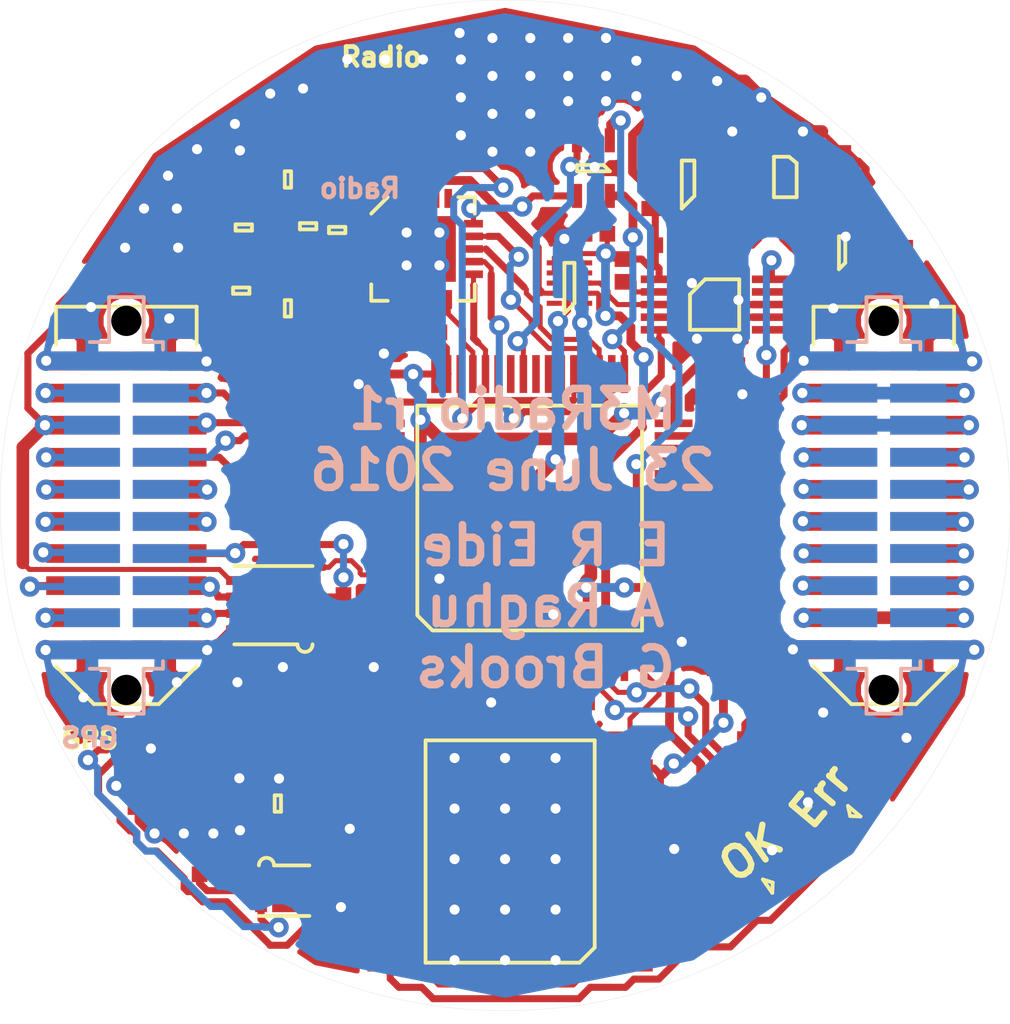
<source format=kicad_pcb>
(kicad_pcb (version 4) (host pcbnew 4.0.4+e1-6308~48~ubuntu15.10.1-stable)
  (title_block (title "M3 Radio board layout") (date "8 feb 2016") (rev "Rev 1") (company "Cambridge University Spaceflight") (comment 1 "G Brooks") (comment 2 "A Raghu") (comment 3 "E R Eide") (comment 4 "Drawn by: "))
  (layers (0 F.Cu signal) (31 B.Cu signal) (34 B.Paste user) (35 F.Paste user) (36 B.SilkS user hide) (37 F.SilkS user) (38 B.Mask user) (39 F.Mask user) (44 Edge.Cuts user))
  (net 0 "")
  (net 1 GND)
  (net 2 3v3)
  (net 3 "Net-(C110-Pad1)")
  (net 4 "Net-(C111-Pad1)")
  (net 5 /5v_CAN)
  (net 6 "Net-(D101-Pad2)")
  (net 7 "Net-(D102-Pad2)")
  (net 8 /LED_RED)
  (net 9 /LED_GRN)
  (net 10 /Radio/Radio_nSEL)
  (net 11 /JTMS)
  (net 12 /JTCK)
  (net 13 /JTDI)
  (net 14 /JTDO)
  (net 15 /CAN_RXD)
  (net 16 /CAN_TXD)
  (net 17 /CAN-)
  (net 18 /CAN+)
  (net 19 /3v3_IMU)
  (net 20 /3v3_FC)
  (net 21 /3v3_PYRO)
  (net 22 /JTDR)
  (net 23 /3v3_DL)
  (net 24 /RSVD1)
  (net 25 /3v3_AUX1)
  (net 26 /3v3_AUX2)
  (net 27 /RSVD2)
  (net 28 /PYRO_SO)
  (net 29 /PYRO_SI)
  (net 30 /5v_RADIO)
  (net 31 /PYRO1)
  (net 32 /5v_IMU)
  (net 33 /PYRO2)
  (net 34 /5v_AUX1)
  (net 35 /PYRO3)
  (net 36 /5v_AUX2)
  (net 37 /PYRO4)
  (net 38 /5v_CAM)
  (net 39 /PWR)
  (net 40 /CHARGE)
  (net 41 /Radio/RXp)
  (net 42 /Radio/RXn)
  (net 43 /Radio/TX_pin)
  (net 44 "Net-(C204-Pad2)")
  (net 45 "Net-(C205-Pad2)")
  (net 46 "Net-(C207-Pad1)")
  (net 47 "Net-(C208-Pad1)")
  (net 48 "Net-(C1-Pad2)")
  (net 49 "Net-(C2-Pad1)")
  (net 50 "Net-(C3-Pad2)")
  (net 51 "Net-(C5-Pad1)")
  (net 52 "Net-(C5-Pad2)")
  (net 53 "Net-(D1-Pad1)")
  (net 54 "Net-(IC1-Pad2)")
  (net 55 /GPS_RX)
  (net 56 /GPS_TX)
  (net 57 /GPS_RESET_N)
  (net 58 "Net-(L1-Pad1)")
  (net 59 "Net-(L2-Pad1)")
  (net 60 1v8)
  (net 61 /ANT_~FLAG)
  (net 62 /ANT_~EN)
  (net 63 "Net-(IC2-Pad4)")
  (net 64 "Net-(IC3-Pad3)")
  (net 65 /GPS_TIM1)
  (net 66 /PLL_SCL)
  (net 67 /PLL_SDA)
  (net 68 /STM_HSE)
  (net 69 /GPS_PPS)
  (net 70 /Radio_GATE)
  (net 71 /Radio_nSEL)
  (net 72 /Radio_CLK)
  (net 73 /Radio_SCLK)
  (net 74 /Radio_SDO)
  (net 75 /Radio_SDI)
  (net 76 /Radio_SDN)
  (net 77 /Radio_nIRQ)
  (net 78 /Radio_GPIO1)
  (module agg:SC-70-6 (layer F.Cu) (at 103.5 86.65 270)
    (fp_text reference IC6)
    (fp_text value SN74LVC1G0832)
    (pad 1 smd rect (at -1.1 -0.65 270) (size 0.95 0.4) (layers F.Cu F.Paste F.Mask) (net 69 /GPS_PPS))
    (pad 2 smd rect (at -1.1 0 270) (size 0.95 0.4) (layers F.Cu F.Paste F.Mask) (net 1 GND))
    (pad 3 smd rect (at -1.1 0.65 270) (size 0.95 0.4) (layers F.Cu F.Paste F.Mask) (net 70 /Radio_GATE))
    (pad 4 smd rect (at 1.1 0.65 270) (size 0.95 0.4) (layers F.Cu F.Paste F.Mask) (net 10 /Radio/Radio_nSEL))
    (pad 5 smd rect (at 1.1 0 270) (size 0.95 0.4) (layers F.Cu F.Paste F.Mask) (net 2 3v3))
    (pad 6 smd rect (at 1.1 -0.65 270) (size 0.95 0.4) (layers F.Cu F.Paste F.Mask) (net 71 /Radio_nSEL))
  )
  (module agg:0402 (layer F.Cu) (at 88.45 89 90)
    (fp_text reference C206)
    (fp_text value 3.3p)
    (pad 1 smd rect (at -0.45 0 90) (size 0.62 0.62) (layers F.Cu F.Paste F.Mask) (net 45 "Net-(C205-Pad2)"))
    (pad 2 smd rect (at 0.45 0 90) (size 0.62 0.62) (layers F.Cu F.Paste F.Mask) (net 1 GND))
  )
  (module agg:LQFP-64 (layer F.Cu) (at 100.975 100.5 90)
    (fp_text reference IC101)
    (fp_text value STM32F405RxTx)
    (pad 1 smd rect (at -5.7 -3.75 90) (size 1.5 0.3) (layers F.Cu F.Paste F.Mask) (net 2 3v3))
    (pad 2 smd rect (at -5.7 -3.25 90) (size 1.5 0.3) (layers F.Cu F.Paste F.Mask))
    (pad 3 smd rect (at -5.7 -2.75 90) (size 1.5 0.3) (layers F.Cu F.Paste F.Mask) (net 61 /ANT_~FLAG))
    (pad 4 smd rect (at -5.7 -2.25 90) (size 1.5 0.3) (layers F.Cu F.Paste F.Mask) (net 62 /ANT_~EN))
    (pad 5 smd rect (at -5.7 -1.75 90) (size 1.5 0.3) (layers F.Cu F.Paste F.Mask) (net 68 /STM_HSE))
    (pad 6 smd rect (at -5.7 -1.25 90) (size 1.5 0.3) (layers F.Cu F.Paste F.Mask))
    (pad 7 smd rect (at -5.7 -0.75 90) (size 1.5 0.3) (layers F.Cu F.Paste F.Mask))
    (pad 8 smd rect (at -5.7 -0.25 90) (size 1.5 0.3) (layers F.Cu F.Paste F.Mask))
    (pad 9 smd rect (at -5.7 0.25 90) (size 1.5 0.3) (layers F.Cu F.Paste F.Mask))
    (pad 10 smd rect (at -5.7 0.75 90) (size 1.5 0.3) (layers F.Cu F.Paste F.Mask))
    (pad 11 smd rect (at -5.7 1.25 90) (size 1.5 0.3) (layers F.Cu F.Paste F.Mask))
    (pad 12 smd rect (at -5.7 1.75 90) (size 1.5 0.3) (layers F.Cu F.Paste F.Mask) (net 1 GND))
    (pad 13 smd rect (at -5.7 2.25 90) (size 1.5 0.3) (layers F.Cu F.Paste F.Mask) (net 2 3v3))
    (pad 14 smd rect (at -5.7 2.75 90) (size 1.5 0.3) (layers F.Cu F.Paste F.Mask) (net 55 /GPS_RX))
    (pad 15 smd rect (at -5.7 3.25 90) (size 1.5 0.3) (layers F.Cu F.Paste F.Mask) (net 56 /GPS_TX))
    (pad 16 smd rect (at -5.7 3.75 90) (size 1.5 0.3) (layers F.Cu F.Paste F.Mask) (net 57 /GPS_RESET_N))
    (pad 17 smd rect (at -3.75 5.7 90) (size 0.3 1.5) (layers F.Cu F.Paste F.Mask))
    (pad 18 smd rect (at -3.25 5.7 90) (size 0.3 1.5) (layers F.Cu F.Paste F.Mask) (net 1 GND))
    (pad 19 smd rect (at -2.75 5.7 90) (size 0.3 1.5) (layers F.Cu F.Paste F.Mask) (net 2 3v3))
    (pad 20 smd rect (at -2.25 5.7 90) (size 0.3 1.5) (layers F.Cu F.Paste F.Mask) (net 9 /LED_GRN))
    (pad 21 smd rect (at -1.75 5.7 90) (size 0.3 1.5) (layers F.Cu F.Paste F.Mask) (net 69 /GPS_PPS))
    (pad 22 smd rect (at -1.25 5.7 90) (size 0.3 1.5) (layers F.Cu F.Paste F.Mask) (net 8 /LED_RED))
    (pad 23 smd rect (at -0.75 5.7 90) (size 0.3 1.5) (layers F.Cu F.Paste F.Mask))
    (pad 24 smd rect (at -0.25 5.7 90) (size 0.3 1.5) (layers F.Cu F.Paste F.Mask))
    (pad 25 smd rect (at 0.25 5.7 90) (size 0.3 1.5) (layers F.Cu F.Paste F.Mask))
    (pad 26 smd rect (at 0.75 5.7 90) (size 0.3 1.5) (layers F.Cu F.Paste F.Mask))
    (pad 27 smd rect (at 1.25 5.7 90) (size 0.3 1.5) (layers F.Cu F.Paste F.Mask))
    (pad 28 smd rect (at 1.75 5.7 90) (size 0.3 1.5) (layers F.Cu F.Paste F.Mask))
    (pad 29 smd rect (at 2.25 5.7 90) (size 0.3 1.5) (layers F.Cu F.Paste F.Mask) (net 66 /PLL_SCL))
    (pad 30 smd rect (at 2.75 5.7 90) (size 0.3 1.5) (layers F.Cu F.Paste F.Mask) (net 67 /PLL_SDA))
    (pad 31 smd rect (at 3.25 5.7 90) (size 0.3 1.5) (layers F.Cu F.Paste F.Mask) (net 4 "Net-(C111-Pad1)"))
    (pad 32 smd rect (at 3.75 5.7 90) (size 0.3 1.5) (layers F.Cu F.Paste F.Mask) (net 2 3v3))
    (pad 33 smd rect (at 5.7 3.75 90) (size 1.5 0.3) (layers F.Cu F.Paste F.Mask) (net 71 /Radio_nSEL))
    (pad 34 smd rect (at 5.7 3.25 90) (size 1.5 0.3) (layers F.Cu F.Paste F.Mask) (net 73 /Radio_SCLK))
    (pad 35 smd rect (at 5.7 2.75 90) (size 1.5 0.3) (layers F.Cu F.Paste F.Mask) (net 74 /Radio_SDO))
    (pad 36 smd rect (at 5.7 2.25 90) (size 1.5 0.3) (layers F.Cu F.Paste F.Mask) (net 75 /Radio_SDI))
    (pad 37 smd rect (at 5.7 1.75 90) (size 1.5 0.3) (layers F.Cu F.Paste F.Mask) (net 76 /Radio_SDN))
    (pad 38 smd rect (at 5.7 1.25 90) (size 1.5 0.3) (layers F.Cu F.Paste F.Mask))
    (pad 39 smd rect (at 5.7 0.75 90) (size 1.5 0.3) (layers F.Cu F.Paste F.Mask))
    (pad 40 smd rect (at 5.7 0.25 90) (size 1.5 0.3) (layers F.Cu F.Paste F.Mask))
    (pad 41 smd rect (at 5.7 -0.25 90) (size 1.5 0.3) (layers F.Cu F.Paste F.Mask) (net 70 /Radio_GATE))
    (pad 42 smd rect (at 5.7 -0.75 90) (size 1.5 0.3) (layers F.Cu F.Paste F.Mask))
    (pad 43 smd rect (at 5.7 -1.25 90) (size 1.5 0.3) (layers F.Cu F.Paste F.Mask))
    (pad 44 smd rect (at 5.7 -1.75 90) (size 1.5 0.3) (layers F.Cu F.Paste F.Mask) (net 77 /Radio_nIRQ))
    (pad 45 smd rect (at 5.7 -2.25 90) (size 1.5 0.3) (layers F.Cu F.Paste F.Mask) (net 78 /Radio_GPIO1))
    (pad 46 smd rect (at 5.7 -2.75 90) (size 1.5 0.3) (layers F.Cu F.Paste F.Mask) (net 11 /JTMS))
    (pad 47 smd rect (at 5.7 -3.25 90) (size 1.5 0.3) (layers F.Cu F.Paste F.Mask) (net 3 "Net-(C110-Pad1)"))
    (pad 48 smd rect (at 5.7 -3.75 90) (size 1.5 0.3) (layers F.Cu F.Paste F.Mask) (net 2 3v3))
    (pad 49 smd rect (at 3.75 -5.7 90) (size 0.3 1.5) (layers F.Cu F.Paste F.Mask) (net 12 /JTCK))
    (pad 50 smd rect (at 3.25 -5.7 90) (size 0.3 1.5) (layers F.Cu F.Paste F.Mask) (net 13 /JTDI))
    (pad 51 smd rect (at 2.75 -5.7 90) (size 0.3 1.5) (layers F.Cu F.Paste F.Mask))
    (pad 52 smd rect (at 2.25 -5.7 90) (size 0.3 1.5) (layers F.Cu F.Paste F.Mask))
    (pad 53 smd rect (at 1.75 -5.7 90) (size 0.3 1.5) (layers F.Cu F.Paste F.Mask))
    (pad 54 smd rect (at 1.25 -5.7 90) (size 0.3 1.5) (layers F.Cu F.Paste F.Mask))
    (pad 55 smd rect (at 0.75 -5.7 90) (size 0.3 1.5) (layers F.Cu F.Paste F.Mask) (net 14 /JTDO))
    (pad 56 smd rect (at 0.25 -5.7 90) (size 0.3 1.5) (layers F.Cu F.Paste F.Mask))
    (pad 57 smd rect (at -0.25 -5.7 90) (size 0.3 1.5) (layers F.Cu F.Paste F.Mask))
    (pad 58 smd rect (at -0.75 -5.7 90) (size 0.3 1.5) (layers F.Cu F.Paste F.Mask))
    (pad 59 smd rect (at -1.25 -5.7 90) (size 0.3 1.5) (layers F.Cu F.Paste F.Mask))
    (pad 60 smd rect (at -1.75 -5.7 90) (size 0.3 1.5) (layers F.Cu F.Paste F.Mask) (net 1 GND))
    (pad 61 smd rect (at -2.25 -5.7 90) (size 0.3 1.5) (layers F.Cu F.Paste F.Mask) (net 15 /CAN_RXD))
    (pad 62 smd rect (at -2.75 -5.7 90) (size 0.3 1.5) (layers F.Cu F.Paste F.Mask) (net 16 /CAN_TXD))
    (pad 63 smd rect (at -3.25 -5.7 90) (size 0.3 1.5) (layers F.Cu F.Paste F.Mask) (net 1 GND))
    (pad 64 smd rect (at -3.75 -5.7 90) (size 0.3 1.5) (layers F.Cu F.Paste F.Mask) (net 2 3v3))
  )
  (module agg:0402 (layer F.Cu) (at 113.4 86.5 270)
    (fp_text reference C8)
    (fp_text value 1u)
    (pad 1 smd rect (at -0.45 0 270) (size 0.62 0.62) (layers F.Cu F.Paste F.Mask) (net 1 GND))
    (pad 2 smd rect (at 0.45 0 270) (size 0.62 0.62) (layers F.Cu F.Paste F.Mask) (net 60 1v8))
  )
  (module agg:0402 (layer F.Cu) (at 91.75 113.25 180)
    (fp_text reference C1)
    (fp_text value 100n)
    (pad 1 smd rect (at -0.45 0 180) (size 0.62 0.62) (layers F.Cu F.Paste F.Mask) (net 1 GND))
    (pad 2 smd rect (at 0.45 0 180) (size 0.62 0.62) (layers F.Cu F.Paste F.Mask) (net 48 "Net-(C1-Pad2)"))
  )
  (module M3radio:U.FL-R-SMT-1 (layer F.Cu) (at 87.05 111.15 180)
    (fp_text reference P101)
    (fp_text value COAX)
    (pad 1 smd rect (at 0 1.525 180) (size 1 1.05) (layers F.Cu F.Paste F.Mask) (net 53 "Net-(D1-Pad1)"))
    (pad 2 smd rect (at -1.475 0 180) (size 1.05 2.2) (layers F.Cu F.Paste F.Mask) (net 1 GND))
    (pad 2 smd rect (at 1.475 0 180) (size 1.05 2.2) (layers F.Cu F.Paste F.Mask) (net 1 GND))
  )
  (module agg:0402 (layer F.Cu) (at 108.3 96.15 90)
    (fp_text reference C111)
    (fp_text value 2µ2)
    (pad 1 smd rect (at -0.45 0 90) (size 0.62 0.62) (layers F.Cu F.Paste F.Mask) (net 4 "Net-(C111-Pad1)"))
    (pad 2 smd rect (at 0.45 0 90) (size 0.62 0.62) (layers F.Cu F.Paste F.Mask) (net 1 GND))
  )
  (module agg:0402 (layer F.Cu) (at 106.87 112.11 270)
    (fp_text reference C113)
    (fp_text value 100n)
    (pad 1 smd rect (at -0.45 0 270) (size 0.62 0.62) (layers F.Cu F.Paste F.Mask) (net 2 3v3))
    (pad 2 smd rect (at 0.45 0 270) (size 0.62 0.62) (layers F.Cu F.Paste F.Mask) (net 1 GND))
  )
  (module agg:TFML-110-02-L-D (layer F.Cu) (at 85 100 270)
    (fp_text reference J101)
    (fp_text value "WEST TOP")
    (pad 1 smd rect (at -5.715 1.715 270) (size 0.74 2.92) (layers F.Cu F.Paste F.Mask) (net 1 GND))
    (pad 2 smd rect (at -5.715 -1.715 270) (size 0.74 2.92) (layers F.Cu F.Paste F.Mask) (net 1 GND))
    (pad 3 smd rect (at -4.445 1.715 270) (size 0.74 2.92) (layers F.Cu F.Paste F.Mask) (net 19 /3v3_IMU))
    (pad 4 smd rect (at -4.445 -1.715 270) (size 0.74 2.92) (layers F.Cu F.Paste F.Mask) (net 11 /JTMS))
    (pad 5 smd rect (at -3.175 1.715 270) (size 0.74 2.92) (layers F.Cu F.Paste F.Mask) (net 2 3v3))
    (pad 6 smd rect (at -3.175 -1.715 270) (size 0.74 2.92) (layers F.Cu F.Paste F.Mask) (net 12 /JTCK))
    (pad 7 smd rect (at -1.905 1.715 270) (size 0.74 2.92) (layers F.Cu F.Paste F.Mask) (net 20 /3v3_FC))
    (pad 8 smd rect (at -1.905 -1.715 270) (size 0.74 2.92) (layers F.Cu F.Paste F.Mask) (net 14 /JTDO))
    (pad 9 smd rect (at -0.635 1.715 270) (size 0.74 2.92) (layers F.Cu F.Paste F.Mask) (net 21 /3v3_PYRO))
    (pad 10 smd rect (at -0.635 -1.715 270) (size 0.74 2.92) (layers F.Cu F.Paste F.Mask) (net 22 /JTDR))
    (pad 11 smd rect (at 0.635 1.715 270) (size 0.74 2.92) (layers F.Cu F.Paste F.Mask) (net 23 /3v3_DL))
    (pad 12 smd rect (at 0.635 -1.715 270) (size 0.74 2.92) (layers F.Cu F.Paste F.Mask) (net 24 /RSVD1))
    (pad 13 smd rect (at 1.905 1.715 270) (size 0.74 2.92) (layers F.Cu F.Paste F.Mask) (net 25 /3v3_AUX1))
    (pad 14 smd rect (at 1.905 -1.715 270) (size 0.74 2.92) (layers F.Cu F.Paste F.Mask) (net 5 /5v_CAN))
    (pad 15 smd rect (at 3.175 1.715 270) (size 0.74 2.92) (layers F.Cu F.Paste F.Mask) (net 26 /3v3_AUX2))
    (pad 16 smd rect (at 3.175 -1.715 270) (size 0.74 2.92) (layers F.Cu F.Paste F.Mask) (net 17 /CAN-))
    (pad 17 smd rect (at 4.445 1.715 270) (size 0.74 2.92) (layers F.Cu F.Paste F.Mask) (net 27 /RSVD2))
    (pad 18 smd rect (at 4.445 -1.715 270) (size 0.74 2.92) (layers F.Cu F.Paste F.Mask) (net 18 /CAN+))
    (pad 19 smd rect (at 5.715 1.715 270) (size 0.74 2.92) (layers F.Cu F.Paste F.Mask) (net 1 GND))
    (pad 20 smd rect (at 5.715 -1.715 270) (size 0.74 2.92) (layers F.Cu F.Paste F.Mask) (net 1 GND))
  )
  (module agg:0402 (layer F.Cu) (at 108.3 106 90)
    (fp_text reference C103)
    (fp_text value 4µ7)
    (pad 1 smd rect (at -0.45 0 90) (size 0.62 0.62) (layers F.Cu F.Paste F.Mask) (net 1 GND))
    (pad 2 smd rect (at 0.45 0 90) (size 0.62 0.62) (layers F.Cu F.Paste F.Mask) (net 2 3v3))
  )
  (module agg:0402 (layer F.Cu) (at 108.75 94.45 180)
    (fp_text reference C104)
    (fp_text value 100n)
    (pad 1 smd rect (at -0.45 0 180) (size 0.62 0.62) (layers F.Cu F.Paste F.Mask) (net 1 GND))
    (pad 2 smd rect (at 0.45 0 180) (size 0.62 0.62) (layers F.Cu F.Paste F.Mask) (net 2 3v3))
  )
  (module agg:0402 (layer F.Cu) (at 93.6 106.2 90)
    (fp_text reference C105)
    (fp_text value 100n)
    (pad 1 smd rect (at -0.45 0 90) (size 0.62 0.62) (layers F.Cu F.Paste F.Mask) (net 1 GND))
    (pad 2 smd rect (at 0.45 0 90) (size 0.62 0.62) (layers F.Cu F.Paste F.Mask) (net 2 3v3))
  )
  (module agg:0402 (layer F.Cu) (at 100.7 107.8)
    (fp_text reference C106)
    (fp_text value 1u)
    (pad 1 smd rect (at -0.45 0) (size 0.62 0.62) (layers F.Cu F.Paste F.Mask) (net 1 GND))
    (pad 2 smd rect (at 0.45 0) (size 0.62 0.62) (layers F.Cu F.Paste F.Mask) (net 2 3v3))
  )
  (module agg:0402 (layer F.Cu) (at 108.3 104 90)
    (fp_text reference C107)
    (fp_text value 100n)
    (pad 1 smd rect (at -0.45 0 90) (size 0.62 0.62) (layers F.Cu F.Paste F.Mask) (net 1 GND))
    (pad 2 smd rect (at 0.45 0 90) (size 0.62 0.62) (layers F.Cu F.Paste F.Mask) (net 2 3v3))
  )
  (module agg:0402 (layer F.Cu) (at 102.8 107.8)
    (fp_text reference C108)
    (fp_text value 100n)
    (pad 1 smd rect (at -0.45 0) (size 0.62 0.62) (layers F.Cu F.Paste F.Mask) (net 1 GND))
    (pad 2 smd rect (at 0.45 0) (size 0.62 0.62) (layers F.Cu F.Paste F.Mask) (net 2 3v3))
  )
  (module agg:0402 (layer F.Cu) (at 94.85 93.15 180)
    (fp_text reference C109)
    (fp_text value 100n)
    (pad 1 smd rect (at -0.45 0 180) (size 0.62 0.62) (layers F.Cu F.Paste F.Mask) (net 1 GND))
    (pad 2 smd rect (at 0.45 0 180) (size 0.62 0.62) (layers F.Cu F.Paste F.Mask) (net 2 3v3))
  )
  (module agg:0402 (layer F.Cu) (at 96.95 93.15 180)
    (fp_text reference C110)
    (fp_text value 2µ2)
    (pad 1 smd rect (at -0.45 0 180) (size 0.62 0.62) (layers F.Cu F.Paste F.Mask) (net 3 "Net-(C110-Pad1)"))
    (pad 2 smd rect (at 0.45 0 180) (size 0.62 0.62) (layers F.Cu F.Paste F.Mask) (net 1 GND))
  )
  (module agg:0402 (layer F.Cu) (at 93.6 104 270)
    (fp_text reference C112)
    (fp_text value 100n)
    (pad 1 smd rect (at -0.45 0 270) (size 0.62 0.62) (layers F.Cu F.Paste F.Mask) (net 5 /5v_CAN))
    (pad 2 smd rect (at 0.45 0 270) (size 0.62 0.62) (layers F.Cu F.Paste F.Mask) (net 1 GND))
  )
  (module agg:0603-LED (layer F.Cu) (at 113.75 112.2 50)
    (fp_text reference D101)
    (fp_text value RED)
    (pad 1 smd rect (at -0.8 0 50) (size 0.95 1) (layers F.Cu F.Paste F.Mask) (net 1 GND))
    (pad 2 smd rect (at 0.8 0 50) (size 0.95 1) (layers F.Cu F.Paste F.Mask) (net 6 "Net-(D101-Pad2)"))
  )
  (module agg:0603-LED (layer F.Cu) (at 110.5 115 215)
    (fp_text reference D102)
    (fp_text value GRN)
    (pad 1 smd rect (at -0.8 0 215) (size 0.95 1) (layers F.Cu F.Paste F.Mask) (net 1 GND))
    (pad 2 smd rect (at 0.8 0 215) (size 0.95 1) (layers F.Cu F.Paste F.Mask) (net 7 "Net-(D102-Pad2)"))
  )
  (module agg:DFN-8-EP-MICROCHIP (layer F.Cu) (at 90.825 103.95 180)
    (fp_text reference IC102)
    (fp_text value MCP2562)
    (pad 1 smd rect (at -1.55 -0.975 180) (size 0.65 0.35) (layers F.Cu F.Paste F.Mask) (net 16 /CAN_TXD))
    (pad 2 smd rect (at -1.55 -0.325 180) (size 0.65 0.35) (layers F.Cu F.Paste F.Mask) (net 1 GND))
    (pad 3 smd rect (at -1.55 0.325 180) (size 0.65 0.35) (layers F.Cu F.Paste F.Mask) (net 5 /5v_CAN))
    (pad 4 smd rect (at -1.55 0.975 180) (size 0.65 0.35) (layers F.Cu F.Paste F.Mask) (net 15 /CAN_RXD))
    (pad 5 smd rect (at 1.55 0.975 180) (size 0.65 0.35) (layers F.Cu F.Paste F.Mask) (net 2 3v3))
    (pad 6 smd rect (at 1.55 0.325 180) (size 0.65 0.35) (layers F.Cu F.Paste F.Mask) (net 17 /CAN-))
    (pad 7 smd rect (at 1.55 -0.325 180) (size 0.65 0.35) (layers F.Cu F.Paste F.Mask) (net 18 /CAN+))
    (pad 8 smd rect (at 1.55 -0.975 180) (size 0.65 0.35) (layers F.Cu F.Paste F.Mask) (net 1 GND))
    (pad EP smd rect (at 0 -0.6 180) (size 0.8 0.8) (layers F.Cu F.Mask) (net 1 GND))
    (pad EP smd rect (at 0 0.6 180) (size 0.8 0.8) (layers F.Cu F.Mask) (net 1 GND))
    (pad EP smd rect (at 0 -0.6 180) (size 0.8 0.8) (layers F.Cu F.Paste) (net 1 GND))
    (pad EP smd rect (at 0 0.6 180) (size 0.8 0.8) (layers F.Cu F.Paste) (net 1 GND))
    (pad EP smd rect (at 0 0 180) (size 1.55 2.4) (layers F.Cu) (net 1 GND))
  )
  (module agg:QFN-20-EP-SI (layer F.Cu) (at 96.75 89.85)
    (fp_text reference IC201)
    (fp_text value Si4460)
    (pad 1 smd rect (at -2 -1) (size 0.75 0.3) (layers F.Cu F.Paste F.Mask) (net 76 /Radio_SDN))
    (pad 2 smd rect (at -2 -0.5) (size 0.75 0.3) (layers F.Cu F.Paste F.Mask) (net 41 /Radio/RXp))
    (pad 3 smd rect (at -2 0) (size 0.75 0.3) (layers F.Cu F.Paste F.Mask) (net 42 /Radio/RXn))
    (pad 4 smd rect (at -2 0.5) (size 0.75 0.3) (layers F.Cu F.Paste F.Mask) (net 43 /Radio/TX_pin))
    (pad 5 smd rect (at -2 1) (size 0.75 0.3) (layers F.Cu F.Paste F.Mask))
    (pad 6 smd rect (at -1 2) (size 0.3 0.75) (layers F.Cu F.Paste F.Mask) (net 2 3v3))
    (pad 7 smd rect (at -0.5 2) (size 0.3 0.75) (layers F.Cu F.Paste F.Mask))
    (pad 8 smd rect (at 0 2) (size 0.3 0.75) (layers F.Cu F.Paste F.Mask) (net 2 3v3))
    (pad 9 smd rect (at 0.5 2) (size 0.3 0.75) (layers F.Cu F.Paste F.Mask))
    (pad 10 smd rect (at 1 2) (size 0.3 0.75) (layers F.Cu F.Paste F.Mask) (net 78 /Radio_GPIO1))
    (pad 11 smd rect (at 2 1) (size 0.75 0.3) (layers F.Cu F.Paste F.Mask) (net 77 /Radio_nIRQ))
    (pad 12 smd rect (at 2 0.5) (size 0.75 0.3) (layers F.Cu F.Paste F.Mask) (net 73 /Radio_SCLK))
    (pad 13 smd rect (at 2 0) (size 0.75 0.3) (layers F.Cu F.Paste F.Mask) (net 74 /Radio_SDO))
    (pad 14 smd rect (at 2 -0.5) (size 0.75 0.3) (layers F.Cu F.Paste F.Mask) (net 75 /Radio_SDI))
    (pad 15 smd rect (at 2 -1) (size 0.75 0.3) (layers F.Cu F.Paste F.Mask) (net 10 /Radio/Radio_nSEL))
    (pad 16 smd rect (at 1 -2) (size 0.3 0.75) (layers F.Cu F.Paste F.Mask))
    (pad 17 smd rect (at 0.5 -2) (size 0.3 0.75) (layers F.Cu F.Paste F.Mask) (net 72 /Radio_CLK))
    (pad 18 smd rect (at 0 -2) (size 0.3 0.75) (layers F.Cu F.Paste F.Mask) (net 1 GND))
    (pad 19 smd rect (at -0.5 -2) (size 0.3 0.75) (layers F.Cu F.Paste F.Mask))
    (pad 20 smd rect (at -1 -2) (size 0.3 0.75) (layers F.Cu F.Paste F.Mask))
    (pad EP smd rect (at -0.65 -0.65) (size 1.1 1.1) (layers F.Cu F.Paste) (net 1 GND))
    (pad EP smd rect (at -0.65 0.65) (size 1.1 1.1) (layers F.Cu F.Paste) (net 1 GND))
    (pad EP smd rect (at 0.65 -0.65) (size 1.1 1.1) (layers F.Cu F.Paste) (net 1 GND))
    (pad EP smd rect (at 0.65 0.65) (size 1.1 1.1) (layers F.Cu F.Paste) (net 1 GND))
    (pad EP smd rect (at 0 0) (size 2.6 2.6) (layers F.Cu F.Mask) (net 1 GND))
  )
  (module agg:SFML-110-02-L-D-LC (layer B.Cu) (at 85 100 270)
    (fp_text reference J102)
    (fp_text value "WEST BOT")
    (pad 1 smd rect (at -5.715 1.365 270) (size 0.74 2.22) (layers B.Cu B.Paste B.Mask) (net 1 GND))
    (pad 2 smd rect (at -5.715 -1.365 270) (size 0.74 2.22) (layers B.Cu B.Paste B.Mask) (net 1 GND))
    (pad 3 smd rect (at -4.445 1.365 270) (size 0.74 2.22) (layers B.Cu B.Paste B.Mask) (net 19 /3v3_IMU))
    (pad 4 smd rect (at -4.445 -1.365 270) (size 0.74 2.22) (layers B.Cu B.Paste B.Mask) (net 11 /JTMS))
    (pad 5 smd rect (at -3.175 1.365 270) (size 0.74 2.22) (layers B.Cu B.Paste B.Mask) (net 2 3v3))
    (pad 6 smd rect (at -3.175 -1.365 270) (size 0.74 2.22) (layers B.Cu B.Paste B.Mask) (net 12 /JTCK))
    (pad 7 smd rect (at -1.905 1.365 270) (size 0.74 2.22) (layers B.Cu B.Paste B.Mask) (net 20 /3v3_FC))
    (pad 8 smd rect (at -1.905 -1.365 270) (size 0.74 2.22) (layers B.Cu B.Paste B.Mask) (net 13 /JTDI))
    (pad 9 smd rect (at -0.635 1.365 270) (size 0.74 2.22) (layers B.Cu B.Paste B.Mask) (net 21 /3v3_PYRO))
    (pad 10 smd rect (at -0.635 -1.365 270) (size 0.74 2.22) (layers B.Cu B.Paste B.Mask) (net 22 /JTDR))
    (pad 11 smd rect (at 0.635 1.365 270) (size 0.74 2.22) (layers B.Cu B.Paste B.Mask) (net 23 /3v3_DL))
    (pad 12 smd rect (at 0.635 -1.365 270) (size 0.74 2.22) (layers B.Cu B.Paste B.Mask) (net 24 /RSVD1))
    (pad 13 smd rect (at 1.905 1.365 270) (size 0.74 2.22) (layers B.Cu B.Paste B.Mask) (net 25 /3v3_AUX1))
    (pad 14 smd rect (at 1.905 -1.365 270) (size 0.74 2.22) (layers B.Cu B.Paste B.Mask) (net 5 /5v_CAN))
    (pad 15 smd rect (at 3.175 1.365 270) (size 0.74 2.22) (layers B.Cu B.Paste B.Mask) (net 26 /3v3_AUX2))
    (pad 16 smd rect (at 3.175 -1.365 270) (size 0.74 2.22) (layers B.Cu B.Paste B.Mask) (net 17 /CAN-))
    (pad 17 smd rect (at 4.445 1.365 270) (size 0.74 2.22) (layers B.Cu B.Paste B.Mask) (net 27 /RSVD2))
    (pad 18 smd rect (at 4.445 -1.365 270) (size 0.74 2.22) (layers B.Cu B.Paste B.Mask) (net 18 /CAN+))
    (pad 19 smd rect (at 5.715 1.365 270) (size 0.74 2.22) (layers B.Cu B.Paste B.Mask) (net 1 GND))
    (pad 20 smd rect (at 5.715 -1.365 270) (size 0.74 2.22) (layers B.Cu B.Paste B.Mask) (net 1 GND))
    (pad "" np_thru_hole circle (at 7.305 0 270) (size 1.2 1.2) (drill 1.2) (layers *.Mask))
    (pad "" np_thru_hole circle (at -7.305 0 270) (size 1.2 1.2) (drill 1.2) (layers *.Mask))
  )
  (module agg:TFML-110-02-L-D (layer F.Cu) (at 115 100 270)
    (fp_text reference J103)
    (fp_text value "EAST TOP")
    (pad 1 smd rect (at -5.715 1.715 270) (size 0.74 2.92) (layers F.Cu F.Paste F.Mask) (net 1 GND))
    (pad 2 smd rect (at -5.715 -1.715 270) (size 0.74 2.92) (layers F.Cu F.Paste F.Mask) (net 1 GND))
    (pad 3 smd rect (at -4.445 1.715 270) (size 0.74 2.92) (layers F.Cu F.Paste F.Mask) (net 28 /PYRO_SO))
    (pad 4 smd rect (at -4.445 -1.715 270) (size 0.74 2.92) (layers F.Cu F.Paste F.Mask) (net 28 /PYRO_SO))
    (pad 5 smd rect (at -3.175 1.715 270) (size 0.74 2.92) (layers F.Cu F.Paste F.Mask) (net 29 /PYRO_SI))
    (pad 6 smd rect (at -3.175 -1.715 270) (size 0.74 2.92) (layers F.Cu F.Paste F.Mask) (net 29 /PYRO_SI))
    (pad 7 smd rect (at -1.905 1.715 270) (size 0.74 2.92) (layers F.Cu F.Paste F.Mask) (net 30 /5v_RADIO))
    (pad 8 smd rect (at -1.905 -1.715 270) (size 0.74 2.92) (layers F.Cu F.Paste F.Mask) (net 31 /PYRO1))
    (pad 9 smd rect (at -0.635 1.715 270) (size 0.74 2.92) (layers F.Cu F.Paste F.Mask) (net 32 /5v_IMU))
    (pad 10 smd rect (at -0.635 -1.715 270) (size 0.74 2.92) (layers F.Cu F.Paste F.Mask) (net 33 /PYRO2))
    (pad 11 smd rect (at 0.635 1.715 270) (size 0.74 2.92) (layers F.Cu F.Paste F.Mask) (net 34 /5v_AUX1))
    (pad 12 smd rect (at 0.635 -1.715 270) (size 0.74 2.92) (layers F.Cu F.Paste F.Mask) (net 35 /PYRO3))
    (pad 13 smd rect (at 1.905 1.715 270) (size 0.74 2.92) (layers F.Cu F.Paste F.Mask) (net 36 /5v_AUX2))
    (pad 14 smd rect (at 1.905 -1.715 270) (size 0.74 2.92) (layers F.Cu F.Paste F.Mask) (net 37 /PYRO4))
    (pad 15 smd rect (at 3.175 1.715 270) (size 0.74 2.92) (layers F.Cu F.Paste F.Mask) (net 38 /5v_CAM))
    (pad 16 smd rect (at 3.175 -1.715 270) (size 0.74 2.92) (layers F.Cu F.Paste F.Mask) (net 39 /PWR))
    (pad 17 smd rect (at 4.445 1.715 270) (size 0.74 2.92) (layers F.Cu F.Paste F.Mask) (net 40 /CHARGE))
    (pad 18 smd rect (at 4.445 -1.715 270) (size 0.74 2.92) (layers F.Cu F.Paste F.Mask) (net 40 /CHARGE))
    (pad 19 smd rect (at 5.715 1.715 270) (size 0.74 2.92) (layers F.Cu F.Paste F.Mask) (net 1 GND))
    (pad 20 smd rect (at 5.715 -1.715 270) (size 0.74 2.92) (layers F.Cu F.Paste F.Mask) (net 1 GND))
  )
  (module agg:SFML-110-02-L-D-LC (layer B.Cu) (at 115 100 270)
    (fp_text reference J104)
    (fp_text value "EAST BOT")
    (pad 1 smd rect (at -5.715 1.365 270) (size 0.74 2.22) (layers B.Cu B.Paste B.Mask) (net 1 GND))
    (pad 2 smd rect (at -5.715 -1.365 270) (size 0.74 2.22) (layers B.Cu B.Paste B.Mask) (net 1 GND))
    (pad 3 smd rect (at -4.445 1.365 270) (size 0.74 2.22) (layers B.Cu B.Paste B.Mask) (net 28 /PYRO_SO))
    (pad 4 smd rect (at -4.445 -1.365 270) (size 0.74 2.22) (layers B.Cu B.Paste B.Mask) (net 28 /PYRO_SO))
    (pad 5 smd rect (at -3.175 1.365 270) (size 0.74 2.22) (layers B.Cu B.Paste B.Mask) (net 29 /PYRO_SI))
    (pad 6 smd rect (at -3.175 -1.365 270) (size 0.74 2.22) (layers B.Cu B.Paste B.Mask) (net 29 /PYRO_SI))
    (pad 7 smd rect (at -1.905 1.365 270) (size 0.74 2.22) (layers B.Cu B.Paste B.Mask) (net 30 /5v_RADIO))
    (pad 8 smd rect (at -1.905 -1.365 270) (size 0.74 2.22) (layers B.Cu B.Paste B.Mask) (net 31 /PYRO1))
    (pad 9 smd rect (at -0.635 1.365 270) (size 0.74 2.22) (layers B.Cu B.Paste B.Mask) (net 32 /5v_IMU))
    (pad 10 smd rect (at -0.635 -1.365 270) (size 0.74 2.22) (layers B.Cu B.Paste B.Mask) (net 33 /PYRO2))
    (pad 11 smd rect (at 0.635 1.365 270) (size 0.74 2.22) (layers B.Cu B.Paste B.Mask) (net 34 /5v_AUX1))
    (pad 12 smd rect (at 0.635 -1.365 270) (size 0.74 2.22) (layers B.Cu B.Paste B.Mask) (net 35 /PYRO3))
    (pad 13 smd rect (at 1.905 1.365 270) (size 0.74 2.22) (layers B.Cu B.Paste B.Mask) (net 36 /5v_AUX2))
    (pad 14 smd rect (at 1.905 -1.365 270) (size 0.74 2.22) (layers B.Cu B.Paste B.Mask) (net 37 /PYRO4))
    (pad 15 smd rect (at 3.175 1.365 270) (size 0.74 2.22) (layers B.Cu B.Paste B.Mask) (net 38 /5v_CAM))
    (pad 16 smd rect (at 3.175 -1.365 270) (size 0.74 2.22) (layers B.Cu B.Paste B.Mask) (net 39 /PWR))
    (pad 17 smd rect (at 4.445 1.365 270) (size 0.74 2.22) (layers B.Cu B.Paste B.Mask) (net 40 /CHARGE))
    (pad 18 smd rect (at 4.445 -1.365 270) (size 0.74 2.22) (layers B.Cu B.Paste B.Mask) (net 40 /CHARGE))
    (pad 19 smd rect (at 5.715 1.365 270) (size 0.74 2.22) (layers B.Cu B.Paste B.Mask) (net 1 GND))
    (pad 20 smd rect (at 5.715 -1.365 270) (size 0.74 2.22) (layers B.Cu B.Paste B.Mask) (net 1 GND))
    (pad "" np_thru_hole circle (at 7.305 0 270) (size 1.2 1.2) (drill 1.2) (layers *.Mask))
    (pad "" np_thru_hole circle (at -7.305 0 270) (size 1.2 1.2) (drill 1.2) (layers *.Mask))
  )
  (module agg:0402 (layer F.Cu) (at 110.9 109.7 270)
    (fp_text reference R102)
    (fp_text value 100)
    (pad 1 smd rect (at -0.45 0 270) (size 0.62 0.62) (layers F.Cu F.Paste F.Mask) (net 8 /LED_RED))
    (pad 2 smd rect (at 0.45 0 270) (size 0.62 0.62) (layers F.Cu F.Paste F.Mask) (net 6 "Net-(D101-Pad2)"))
  )
  (module agg:0402 (layer F.Cu) (at 109.5 109.7 270)
    (fp_text reference R103)
    (fp_text value 100)
    (pad 1 smd rect (at -0.45 0 270) (size 0.62 0.62) (layers F.Cu F.Paste F.Mask) (net 9 /LED_GRN))
    (pad 2 smd rect (at 0.45 0 270) (size 0.62 0.62) (layers F.Cu F.Paste F.Mask) (net 7 "Net-(D102-Pad2)"))
  )
  (module agg:0402 (layer F.Cu) (at 90.4 94.8 270)
    (fp_text reference C201)
    (fp_text value 100p)
    (pad 1 smd rect (at -0.45 0 270) (size 0.62 0.62) (layers F.Cu F.Paste F.Mask) (net 2 3v3))
    (pad 2 smd rect (at 0.45 0 270) (size 0.62 0.62) (layers F.Cu F.Paste F.Mask) (net 1 GND))
  )
  (module agg:0402 (layer F.Cu) (at 93.2 94.8 270)
    (fp_text reference C202)
    (fp_text value 100n)
    (pad 1 smd rect (at -0.45 0 270) (size 0.62 0.62) (layers F.Cu F.Paste F.Mask) (net 2 3v3))
    (pad 2 smd rect (at 0.45 0 270) (size 0.62 0.62) (layers F.Cu F.Paste F.Mask) (net 1 GND))
  )
  (module agg:0402 (layer F.Cu) (at 91 89.1 270)
    (fp_text reference C203)
    (fp_text value 3p)
    (pad 1 smd rect (at -0.45 0 270) (size 0.62 0.62) (layers F.Cu F.Paste F.Mask) (net 41 /Radio/RXp))
    (pad 2 smd rect (at 0.45 0 270) (size 0.62 0.62) (layers F.Cu F.Paste F.Mask) (net 1 GND))
  )
  (module agg:0402 (layer F.Cu) (at 93.35 91.45 270)
    (fp_text reference C204)
    (fp_text value 36p)
    (pad 1 smd rect (at -0.45 0 270) (size 0.62 0.62) (layers F.Cu F.Paste F.Mask) (net 43 /Radio/TX_pin))
    (pad 2 smd rect (at 0.45 0 270) (size 0.62 0.62) (layers F.Cu F.Paste F.Mask) (net 44 "Net-(C204-Pad2)"))
  )
  (module agg:0402 (layer F.Cu) (at 91.45 90.95 180)
    (fp_text reference C205)
    (fp_text value 1.2p)
    (pad 1 smd rect (at -0.45 0 180) (size 0.62 0.62) (layers F.Cu F.Paste F.Mask) (net 42 /Radio/RXn))
    (pad 2 smd rect (at 0.45 0 180) (size 0.62 0.62) (layers F.Cu F.Paste F.Mask) (net 45 "Net-(C205-Pad2)"))
  )
  (module agg:0402 (layer F.Cu) (at 89.05 87.15 180)
    (fp_text reference C207)
    (fp_text value 10p)
    (pad 1 smd rect (at -0.45 0 180) (size 0.62 0.62) (layers F.Cu F.Paste F.Mask) (net 46 "Net-(C207-Pad1)"))
    (pad 2 smd rect (at 0.45 0 180) (size 0.62 0.62) (layers F.Cu F.Paste F.Mask) (net 1 GND))
  )
  (module agg:0402 (layer F.Cu) (at 90.65 85.35 90)
    (fp_text reference C208)
    (fp_text value 4.7p)
    (pad 1 smd rect (at -0.45 0 90) (size 0.62 0.62) (layers F.Cu F.Paste F.Mask) (net 47 "Net-(C208-Pad1)"))
    (pad 2 smd rect (at 0.45 0 90) (size 0.62 0.62) (layers F.Cu F.Paste F.Mask) (net 1 GND))
  )
  (module agg:0603-L (layer F.Cu) (at 89.55 91.5 270)
    (fp_text reference L201)
    (fp_text value 120nH)
    (pad 1 smd rect (at -0.7 0 270) (size 0.75 0.9) (layers F.Cu F.Paste F.Mask) (net 2 3v3))
    (pad 2 smd rect (at 0.7 0 270) (size 0.75 0.9) (layers F.Cu F.Paste F.Mask) (net 43 /Radio/TX_pin))
  )
  (module agg:0603-L (layer F.Cu) (at 93.35 89.1 90)
    (fp_text reference L202)
    (fp_text value 18nH)
    (pad 1 smd rect (at -0.7 0 90) (size 0.75 0.9) (layers F.Cu F.Paste F.Mask) (net 42 /Radio/RXn))
    (pad 2 smd rect (at 0.7 0 90) (size 0.75 0.9) (layers F.Cu F.Paste F.Mask) (net 41 /Radio/RXp))
  )
  (module agg:0603-L (layer F.Cu) (at 92.2 88.95 270)
    (fp_text reference L203)
    (fp_text value 22nH)
    (pad 1 smd rect (at -0.7 0 270) (size 0.75 0.9) (layers F.Cu F.Paste F.Mask) (net 41 /Radio/RXp))
    (pad 2 smd rect (at 0.7 0 270) (size 0.75 0.9) (layers F.Cu F.Paste F.Mask) (net 45 "Net-(C205-Pad2)"))
  )
  (module agg:0603-L (layer F.Cu) (at 91.4 92.2 180)
    (fp_text reference L204)
    (fp_text value 6.8nH)
    (pad 1 smd rect (at -0.7 0 180) (size 0.75 0.9) (layers F.Cu F.Paste F.Mask) (net 44 "Net-(C204-Pad2)"))
    (pad 2 smd rect (at 0.7 0 180) (size 0.75 0.9) (layers F.Cu F.Paste F.Mask) (net 45 "Net-(C205-Pad2)"))
  )
  (module agg:0603-L (layer F.Cu) (at 89.65 89 90)
    (fp_text reference L205)
    (fp_text value 6.8nH)
    (pad 1 smd rect (at -0.7 0 90) (size 0.75 0.9) (layers F.Cu F.Paste F.Mask) (net 45 "Net-(C205-Pad2)"))
    (pad 2 smd rect (at 0.7 0 90) (size 0.75 0.9) (layers F.Cu F.Paste F.Mask) (net 46 "Net-(C207-Pad1)"))
  )
  (module agg:0603-L (layer F.Cu) (at 91.4 87.1)
    (fp_text reference L206)
    (fp_text value 6.8nH)
    (pad 1 smd rect (at -0.7 0) (size 0.75 0.9) (layers F.Cu F.Paste F.Mask) (net 46 "Net-(C207-Pad1)"))
    (pad 2 smd rect (at 0.7 0) (size 0.75 0.9) (layers F.Cu F.Paste F.Mask) (net 47 "Net-(C208-Pad1)"))
  )
  (module agg:0402 (layer F.Cu) (at 93.5 114.4 270)
    (fp_text reference C2)
    (fp_text value 1u)
    (pad 1 smd rect (at -0.45 0 270) (size 0.62 0.62) (layers F.Cu F.Paste F.Mask) (net 49 "Net-(C2-Pad1)"))
    (pad 2 smd rect (at 0.45 0 270) (size 0.62 0.62) (layers F.Cu F.Paste F.Mask) (net 1 GND))
  )
  (module agg:0402 (layer F.Cu) (at 89.15 114.15 270)
    (fp_text reference C3)
    (fp_text value 1u)
    (pad 1 smd rect (at -0.45 0 270) (size 0.62 0.62) (layers F.Cu F.Paste F.Mask) (net 1 GND))
    (pad 2 smd rect (at 0.45 0 270) (size 0.62 0.62) (layers F.Cu F.Paste F.Mask) (net 50 "Net-(C3-Pad2)"))
  )
  (module agg:0402 (layer F.Cu) (at 113.85 88.1)
    (fp_text reference C4)
    (fp_text value 100n)
    (pad 1 smd rect (at -0.45 0) (size 0.62 0.62) (layers F.Cu F.Paste F.Mask) (net 60 1v8))
    (pad 2 smd rect (at 0.45 0) (size 0.62 0.62) (layers F.Cu F.Paste F.Mask) (net 1 GND))
  )
  (module agg:0402 (layer F.Cu) (at 108.75 89.7)
    (fp_text reference C5)
    (fp_text value 1n)
    (pad 1 smd rect (at -0.45 0) (size 0.62 0.62) (layers F.Cu F.Paste F.Mask) (net 51 "Net-(C5-Pad1)"))
    (pad 2 smd rect (at 0.45 0) (size 0.62 0.62) (layers F.Cu F.Paste F.Mask) (net 52 "Net-(C5-Pad2)"))
  )
  (module agg:0402 (layer F.Cu) (at 91.8 94.8 270)
    (fp_text reference C6)
    (fp_text value 1u)
    (pad 1 smd rect (at -0.45 0 270) (size 0.62 0.62) (layers F.Cu F.Paste F.Mask) (net 2 3v3))
    (pad 2 smd rect (at 0.45 0 270) (size 0.62 0.62) (layers F.Cu F.Paste F.Mask) (net 1 GND))
  )
  (module agg:0402 (layer F.Cu) (at 90.25 109.85 270)
    (fp_text reference D1)
    (fp_text value ESD_DIODE)
    (pad 1 smd rect (at -0.45 0 270) (size 0.62 0.62) (layers F.Cu F.Paste F.Mask) (net 53 "Net-(D1-Pad1)"))
    (pad 2 smd rect (at 0.45 0 270) (size 0.62 0.62) (layers F.Cu F.Paste F.Mask) (net 1 GND))
  )
  (module agg:0402 (layer F.Cu) (at 91.95 85.35 90)
    (fp_text reference D2)
    (fp_text value ESD_DIODE)
    (pad 1 smd rect (at -0.45 0 90) (size 0.62 0.62) (layers F.Cu F.Paste F.Mask) (net 47 "Net-(C208-Pad1)"))
    (pad 2 smd rect (at 0.45 0 90) (size 0.62 0.62) (layers F.Cu F.Paste F.Mask) (net 1 GND))
  )
  (module agg:DFN-6-EP-ONSEMI (layer F.Cu) (at 91.25 115.25)
    (fp_text reference IC1)
    (fp_text value NCP380)
    (pad 1 smd rect (at -0.915 -0.65) (size 0.47 0.4) (layers F.Cu F.Paste F.Mask) (net 50 "Net-(C3-Pad2)"))
    (pad 2 smd rect (at -0.915 0) (size 0.47 0.4) (layers F.Cu F.Paste F.Mask) (net 54 "Net-(IC1-Pad2)"))
    (pad 3 smd rect (at -0.915 0.65) (size 0.47 0.4) (layers F.Cu F.Paste F.Mask) (net 61 /ANT_~FLAG))
    (pad 4 smd rect (at 0.915 0.65) (size 0.47 0.4) (layers F.Cu F.Paste F.Mask) (net 62 /ANT_~EN))
    (pad 5 smd rect (at 0.915 0) (size 0.47 0.4) (layers F.Cu F.Paste F.Mask) (net 1 GND))
    (pad 6 smd rect (at 0.915 -0.65) (size 0.47 0.4) (layers F.Cu F.Paste F.Mask) (net 49 "Net-(C2-Pad1)"))
    (pad EP smd rect (at 0 -0.35) (size 0.5 0.5) (layers F.Cu F.Paste) (net 1 GND))
    (pad EP smd rect (at 0 0.35) (size 0.5 0.5) (layers F.Cu F.Paste) (net 1 GND))
    (pad EP smd rect (at 0 0) (size 0.95 1.7) (layers F.Cu F.Mask) (net 1 GND))
  )
  (module agg:0402-L (layer F.Cu) (at 91.4 109.6 90)
    (fp_text reference L1)
    (fp_text value 91nH)
    (pad 1 smd rect (at -0.4 0 90) (size 0.52 0.52) (layers F.Cu F.Paste F.Mask) (net 58 "Net-(L1-Pad1)"))
    (pad 2 smd rect (at 0.4 0 90) (size 0.52 0.52) (layers F.Cu F.Paste F.Mask) (net 53 "Net-(D1-Pad1)"))
  )
  (module agg:0402-L (layer F.Cu) (at 92.7 110 180)
    (fp_text reference L2)
    (fp_text value 91nH)
    (pad 1 smd rect (at -0.4 0 180) (size 0.52 0.52) (layers F.Cu F.Paste F.Mask) (net 59 "Net-(L2-Pad1)"))
    (pad 2 smd rect (at 0.4 0 180) (size 0.52 0.52) (layers F.Cu F.Paste F.Mask) (net 58 "Net-(L1-Pad1)"))
  )
  (module agg:0402-L (layer F.Cu) (at 93.1 111.3 90)
    (fp_text reference L3)
    (fp_text value 91nH)
    (pad 1 smd rect (at -0.4 0 90) (size 0.52 0.52) (layers F.Cu F.Paste F.Mask) (net 48 "Net-(C1-Pad2)"))
    (pad 2 smd rect (at 0.4 0 90) (size 0.52 0.52) (layers F.Cu F.Paste F.Mask) (net 59 "Net-(L2-Pad1)"))
  )
  (module agg:0603 (layer F.Cu) (at 91 111.8)
    (fp_text reference R1)
    (fp_text value 10)
    (pad 1 smd rect (at -0.8 0) (size 0.95 1) (layers F.Cu F.Paste F.Mask) (net 50 "Net-(C3-Pad2)"))
    (pad 2 smd rect (at 0.8 0) (size 0.95 1) (layers F.Cu F.Paste F.Mask) (net 48 "Net-(C1-Pad2)"))
  )
  (module agg:0402 (layer F.Cu) (at 87.9 114.15 270)
    (fp_text reference R2)
    (fp_text value 110k)
    (pad 1 smd rect (at -0.45 0 270) (size 0.62 0.62) (layers F.Cu F.Paste F.Mask) (net 1 GND))
    (pad 2 smd rect (at 0.45 0 270) (size 0.62 0.62) (layers F.Cu F.Paste F.Mask) (net 54 "Net-(IC1-Pad2)"))
  )
  (module M3radio:U.FL-R-SMT-1 (layer F.Cu) (at 95.2 84.375)
    (fp_text reference P201)
    (fp_text value COAX)
    (pad 1 smd rect (at 0 1.525) (size 1 1.05) (layers F.Cu F.Paste F.Mask) (net 47 "Net-(C208-Pad1)"))
    (pad 2 smd rect (at -1.475 0) (size 1.05 2.2) (layers F.Cu F.Paste F.Mask) (net 1 GND))
    (pad 2 smd rect (at 1.475 0) (size 1.05 2.2) (layers F.Cu F.Paste F.Mask) (net 1 GND))
  )
  (module agg:0402 (layer F.Cu) (at 115.85 90.25 270)
    (fp_text reference C7)
    (fp_text value 1u)
    (pad 1 smd rect (at -0.45 0 270) (size 0.62 0.62) (layers F.Cu F.Paste F.Mask) (net 1 GND))
    (pad 2 smd rect (at 0.45 0 270) (size 0.62 0.62) (layers F.Cu F.Paste F.Mask) (net 2 3v3))
  )
  (module agg:SC-70-5 (layer F.Cu) (at 113.35 90 180)
    (fp_text reference U1)
    (fp_text value NCP4620)
    (pad 1 smd rect (at -1.1 -0.65 180) (size 0.95 0.4) (layers F.Cu F.Paste F.Mask) (net 2 3v3))
    (pad 2 smd rect (at -1.1 0 180) (size 0.95 0.4) (layers F.Cu F.Paste F.Mask))
    (pad 3 smd rect (at -1.1 0.65 180) (size 0.95 0.4) (layers F.Cu F.Paste F.Mask) (net 1 GND))
    (pad 4 smd rect (at 1.1 0.65 180) (size 0.95 0.4) (layers F.Cu F.Paste F.Mask) (net 60 1v8))
    (pad 5 smd rect (at 1.1 -0.65 180) (size 0.95 0.4) (layers F.Cu F.Paste F.Mask) (net 2 3v3))
  )
  (module agg:0402 (layer F.Cu) (at 104.65 90.7 270)
    (fp_text reference C9)
    (fp_text value 100n)
    (pad 1 smd rect (at -0.45 0 270) (size 0.62 0.62) (layers F.Cu F.Paste F.Mask) (net 2 3v3))
    (pad 2 smd rect (at 0.45 0 270) (size 0.62 0.62) (layers F.Cu F.Paste F.Mask) (net 1 GND))
  )
  (module agg:0402 (layer F.Cu) (at 103.6 89.25 180)
    (fp_text reference C10)
    (fp_text value 100n)
    (pad 1 smd rect (at -0.45 0 180) (size 0.62 0.62) (layers F.Cu F.Paste F.Mask) (net 2 3v3))
    (pad 2 smd rect (at 0.45 0 180) (size 0.62 0.62) (layers F.Cu F.Paste F.Mask) (net 1 GND))
  )
  (module agg:0402 (layer F.Cu) (at 106.4 89.7 180)
    (fp_text reference C11)
    (fp_text value 1n)
    (pad 1 smd rect (at -0.45 0 180) (size 0.62 0.62) (layers F.Cu F.Paste F.Mask) (net 1 GND))
    (pad 2 smd rect (at 0.45 0 180) (size 0.62 0.62) (layers F.Cu F.Paste F.Mask) (net 2 3v3))
  )
  (module agg:SOT-23-5 (layer F.Cu) (at 107.25 87.3 180)
    (fp_text reference IC2)
    (fp_text value NC7SZ04)
    (pad 1 smd rect (at -1.3 -0.95 180) (size 1.1 0.6) (layers F.Cu F.Paste F.Mask))
    (pad 2 smd rect (at -1.3 0 180) (size 1.1 0.6) (layers F.Cu F.Paste F.Mask) (net 51 "Net-(C5-Pad1)"))
    (pad 3 smd rect (at -1.3 0.95 180) (size 1.1 0.6) (layers F.Cu F.Paste F.Mask) (net 1 GND))
    (pad 4 smd rect (at 1.3 0.95 180) (size 1.1 0.6) (layers F.Cu F.Paste F.Mask) (net 63 "Net-(IC2-Pad4)"))
    (pad 5 smd rect (at 1.3 -0.95 180) (size 1.1 0.6) (layers F.Cu F.Paste F.Mask) (net 2 3v3))
  )
  (module agg:MSOP-10 (layer F.Cu) (at 108.3 92.05)
    (fp_text reference IC3)
    (fp_text value CS2100-CP)
    (pad 1 smd rect (at -2.2 -1) (size 1.45 0.3) (layers F.Cu F.Paste F.Mask) (net 2 3v3))
    (pad 2 smd rect (at -2.2 -0.5) (size 1.45 0.3) (layers F.Cu F.Paste F.Mask) (net 1 GND))
    (pad 3 smd rect (at -2.2 0) (size 1.45 0.3) (layers F.Cu F.Paste F.Mask) (net 64 "Net-(IC3-Pad3)"))
    (pad 4 smd rect (at -2.2 0.5) (size 1.45 0.3) (layers F.Cu F.Paste F.Mask))
    (pad 5 smd rect (at -2.2 1) (size 1.45 0.3) (layers F.Cu F.Paste F.Mask) (net 65 /GPS_TIM1))
    (pad 6 smd rect (at 2.2 1) (size 1.45 0.3) (layers F.Cu F.Paste F.Mask))
    (pad 7 smd rect (at 2.2 0.5) (size 1.45 0.3) (layers F.Cu F.Paste F.Mask) (net 63 "Net-(IC2-Pad4)"))
    (pad 8 smd rect (at 2.2 0) (size 1.45 0.3) (layers F.Cu F.Paste F.Mask) (net 1 GND))
    (pad 9 smd rect (at 2.2 -0.5) (size 1.45 0.3) (layers F.Cu F.Paste F.Mask) (net 66 /PLL_SCL))
    (pad 10 smd rect (at 2.2 -1) (size 1.45 0.3) (layers F.Cu F.Paste F.Mask) (net 67 /PLL_SDA))
  )
  (module agg:DFN-10-SL18860DC (layer F.Cu) (at 102.55 91.2 180)
    (fp_text reference IC4)
    (fp_text value SL18860DC)
    (pad 1 smd rect (at -0.6 -0.8 180) (size 0.6 0.2) (layers F.Cu F.Paste F.Mask) (net 1 GND))
    (pad 2 smd rect (at -0.6 -0.4 180) (size 0.6 0.2) (layers F.Cu F.Paste F.Mask) (net 2 3v3))
    (pad 3 smd rect (at -0.6 0 180) (size 0.6 0.2) (layers F.Cu F.Paste F.Mask) (net 64 "Net-(IC3-Pad3)"))
    (pad 4 smd rect (at -0.6 0.4 180) (size 0.6 0.2) (layers F.Cu F.Paste F.Mask))
    (pad 5 smd rect (at -0.6 0.8 180) (size 0.6 0.2) (layers F.Cu F.Paste F.Mask))
    (pad 6 smd rect (at 0.6 0.8 180) (size 0.6 0.2) (layers F.Cu F.Paste F.Mask) (net 2 3v3))
    (pad 7 smd rect (at 0.6 0.4 180) (size 0.6 0.2) (layers F.Cu F.Paste F.Mask) (net 2 3v3))
    (pad 8 smd rect (at 0.6 0 180) (size 0.6 0.2) (layers F.Cu F.Paste F.Mask) (net 68 /STM_HSE))
    (pad 9 smd rect (at 0.6 -0.4 180) (size 0.6 0.2) (layers F.Cu F.Paste F.Mask) (net 72 /Radio_CLK))
    (pad 10 smd rect (at 0.6 -0.8 180) (size 0.6 0.2) (layers F.Cu F.Paste F.Mask))
  )
  (module agg:MAX-M8Q (layer F.Cu) (at 100.2 113.7 180)
    (fp_text reference IC5)
    (fp_text value MAX_M8Q)
    (pad 1 smd rect (at -4.75 -4.4 180) (size 1.8 0.7) (layers F.Cu F.Paste F.Mask) (net 1 GND))
    (pad 2 smd rect (at -4.75 -3.3 180) (size 1.8 0.7) (layers F.Cu F.Paste F.Mask) (net 56 /GPS_TX))
    (pad 3 smd rect (at -4.75 -2.2 180) (size 1.8 0.7) (layers F.Cu F.Paste F.Mask) (net 55 /GPS_RX))
    (pad 4 smd rect (at -4.75 -1.1 180) (size 1.8 0.7) (layers F.Cu F.Paste F.Mask) (net 65 /GPS_TIM1))
    (pad 5 smd rect (at -4.75 0 180) (size 1.8 0.7) (layers F.Cu F.Paste F.Mask))
    (pad 6 smd rect (at -4.75 1.1 180) (size 1.8 0.7) (layers F.Cu F.Paste F.Mask) (net 2 3v3))
    (pad 7 smd rect (at -4.75 2.2 180) (size 1.8 0.7) (layers F.Cu F.Paste F.Mask) (net 2 3v3))
    (pad 8 smd rect (at -4.75 3.3 180) (size 1.8 0.7) (layers F.Cu F.Paste F.Mask) (net 2 3v3))
    (pad 9 smd rect (at -4.75 4.4 180) (size 1.8 0.7) (layers F.Cu F.Paste F.Mask) (net 57 /GPS_RESET_N))
    (pad 10 smd rect (at 4.75 4.4 180) (size 1.8 0.7) (layers F.Cu F.Paste F.Mask) (net 1 GND))
    (pad 11 smd rect (at 4.75 3.3 180) (size 1.8 0.7) (layers F.Cu F.Paste F.Mask) (net 53 "Net-(D1-Pad1)"))
    (pad 12 smd rect (at 4.75 2.2 180) (size 1.8 0.7) (layers F.Cu F.Paste F.Mask) (net 1 GND))
    (pad 13 smd rect (at 4.75 1.1 180) (size 1.8 0.7) (layers F.Cu F.Paste F.Mask))
    (pad 14 smd rect (at 4.75 0 180) (size 1.8 0.7) (layers F.Cu F.Paste F.Mask) (net 49 "Net-(C2-Pad1)"))
    (pad 15 smd rect (at 4.75 -1.1 180) (size 1.8 0.7) (layers F.Cu F.Paste F.Mask))
    (pad 16 smd rect (at 4.75 -2.2 180) (size 1.8 0.7) (layers F.Cu F.Paste F.Mask))
    (pad 17 smd rect (at 4.75 -3.3 180) (size 1.8 0.7) (layers F.Cu F.Paste F.Mask))
    (pad 18 smd rect (at 4.75 -4.4 180) (size 1.8 0.7) (layers F.Cu F.Paste F.Mask) (net 69 /GPS_PPS))
  )
  (module agg:0402 (layer F.Cu) (at 107.25 84.85 180)
    (fp_text reference R3)
    (fp_text value 1M)
    (pad 1 smd rect (at -0.45 0 180) (size 0.62 0.62) (layers F.Cu F.Paste F.Mask) (net 51 "Net-(C5-Pad1)"))
    (pad 2 smd rect (at 0.45 0 180) (size 0.62 0.62) (layers F.Cu F.Paste F.Mask) (net 63 "Net-(IC2-Pad4)"))
  )
  (module agg:TG-5006CG (layer F.Cu) (at 111.1 87 270)
    (fp_text reference Y1)
    (fp_text value TCXO)
    (pad 1 smd rect (at -0.7 -1.05 270) (size 1 0.8) (layers F.Cu F.Paste F.Mask))
    (pad 4 smd rect (at 0.7 -1.05 270) (size 1 0.8) (layers F.Cu F.Paste F.Mask) (net 60 1v8))
    (pad 2 smd rect (at -0.7 1.05 270) (size 1 0.8) (layers F.Cu F.Paste F.Mask) (net 1 GND))
    (pad 3 smd rect (at 0.7 1.05 270) (size 1 0.8) (layers F.Cu F.Paste F.Mask) (net 52 "Net-(C5-Pad2)"))
  )
  (gr_text "M3Radio r1\n23 June 2016" (at 100.3 97.4) (layer B.SilkS) (effects (font (size 1.5 1.5) (thickness 0.3)) (justify mirror)))
  (gr_circle (center 100 100) (end 120 100) (layer Edge.Cuts) (width 0.01))
  (gr_text Err (at 112.5 111.5 50) (layer F.SilkS) (effects (font (size 1.2 1.2) (thickness 0.25))))
  (gr_text OK (at 109.75 113.75 35) (layer F.SilkS) (effects (font (size 1.2 1.2) (thickness 0.25))))
  (gr_text "E R Eide\nA Raghu\nG Brooks" (at 101.6 104) (layer B.SilkS) (effects (font (size 1.5 1.5) (thickness 0.3)) (justify mirror)))
  (gr_text GPS (at 83.55 109.25) (layer F.SilkS) (effects (font (size 0.75 0.75) (thickness 0.1875))))
  (gr_text Radio (at 95.1 82.25) (layer F.SilkS) (effects (font (size 0.75 0.75) (thickness 0.1875))))
  (gr_text Radio (at 94.25 87.45) (layer B.SilkS) (effects (font (size 0.75 0.75) (thickness 0.1875)) (justify mirror)))
  (gr_text GPS (at 83.55 109.2) (layer B.SilkS) (effects (font (size 0.75 0.75) (thickness 0.1875)) (justify mirror)))
  (segment (start 84.241706 108.984256) (end 84.26999 109.01254) (width 0.2) (layer F.Cu) (net 0))
  (segment (start 104 84) (end 102.5 84) (width 0.5) (layer B.Cu) (net 1))
  (segment (start 105.2 83.8) (end 106 83.8) (width 0.28) (layer B.Cu) (net 1))
  (segment (start 106 83.8) (end 106.8 83) (width 0.28) (layer B.Cu) (net 1))
  (segment (start 105.2 83.8) (end 104.2 83.8) (width 0.28) (layer B.Cu) (net 1))
  (segment (start 104.2 83.8) (end 104 84) (width 0.28) (layer B.Cu) (net 1))
  (segment (start 93.5 116.465685) (end 93.5 117.25) (width 0.28) (layer F.Cu) (net 1))
  (segment (start 93.5 115.9) (end 93.5 116.465685) (width 0.28) (layer F.Cu) (net 1))
  (segment (start 113.23577 112.812836) (end 113.062836 112.812836) (width 0.28) (layer F.Cu) (net 1))
  (segment (start 113.062836 112.812836) (end 112 111.75) (width 0.28) (layer F.Cu) (net 1))
  (segment (start 110.575 113.65) (end 110.575 113.175) (width 0.28) (layer B.Cu) (net 1))
  (segment (start 110.575 113.175) (end 112 111.75) (width 0.28) (layer B.Cu) (net 1))
  (via (at 112 111.75) (size 0.8) (drill 0.4) (layers F.Cu B.Cu) (net 1))
  (segment (start 111.155322 114.541139) (end 111.155322 114.230322) (width 0.28) (layer F.Cu) (net 1))
  (segment (start 111.155322 114.230322) (end 110.575 113.65) (width 0.28) (layer F.Cu) (net 1))
  (via (at 110.575 113.65) (size 0.8) (drill 0.4) (layers F.Cu B.Cu) (net 1))
  (segment (start 114.3 88.1) (end 114.3 86.675) (width 0.28) (layer F.Cu) (net 1))
  (segment (start 114.3 86.675) (end 114 86.375) (width 0.28) (layer F.Cu) (net 1))
  (segment (start 114 86.375) (end 113.985002 86.375) (width 0.28) (layer F.Cu) (net 1))
  (segment (start 113.985002 86.375) (end 113.660002 86.05) (width 0.2) (layer F.Cu) (net 1))
  (segment (start 113.660002 86.05) (end 113.4 86.05) (width 0.2) (layer F.Cu) (net 1))
  (segment (start 92.375 104.275) (end 93.425 104.275) (width 0.28) (layer F.Cu) (net 1))
  (segment (start 93.425 104.275) (end 93.6 104.45) (width 0.28) (layer F.Cu) (net 1))
  (segment (start 93.5 115.9) (end 97.9 115.9) (width 0.28) (layer B.Cu) (net 1))
  (segment (start 97.9 115.9) (end 98 116) (width 0.28) (layer B.Cu) (net 1))
  (segment (start 88.939999 88.739999) (end 88.75 88.55) (width 0.2) (layer F.Cu) (net 1))
  (segment (start 88.75 88.55) (end 88.45 88.55) (width 0.2) (layer F.Cu) (net 1))
  (segment (start 88.939999 88.883001) (end 88.939999 88.739999) (width 0.2) (layer F.Cu) (net 1))
  (segment (start 89.056998 89) (end 88.939999 88.883001) (width 0.2) (layer F.Cu) (net 1))
  (segment (start 89.2 89) (end 89.056998 89) (width 0.2) (layer F.Cu) (net 1))
  (segment (start 88.606998 88.55) (end 88.45 88.55) (width 0.2) (layer F.Cu) (net 1))
  (segment (start 90.315002 89) (end 89.2 89) (width 0.28) (layer F.Cu) (net 1))
  (segment (start 91 89.55) (end 90.672268 89.55) (width 0.28) (layer F.Cu) (net 1))
  (segment (start 90.400001 89.277733) (end 90.400001 89.084999) (width 0.28) (layer F.Cu) (net 1))
  (segment (start 90.672268 89.55) (end 90.400001 89.277733) (width 0.28) (layer F.Cu) (net 1))
  (segment (start 90.400001 89.084999) (end 90.315002 89) (width 0.28) (layer F.Cu) (net 1))
  (segment (start 103.55 86.6) (end 103.55 84.45) (width 0.28) (layer B.Cu) (net 1))
  (segment (start 103.55 84.45) (end 104 84) (width 0.28) (layer B.Cu) (net 1))
  (segment (start 93.6 106.65) (end 94.55 106.65) (width 0.2) (layer F.Cu) (net 1))
  (segment (start 94.55 106.65) (end 94.8 106.4) (width 0.2) (layer F.Cu) (net 1))
  (via (at 94.8 106.4) (size 0.8) (drill 0.4) (layers F.Cu B.Cu) (net 1))
  (segment (start 93.2 95.25) (end 94.15 95.25) (width 0.2) (layer F.Cu) (net 1))
  (segment (start 94.15 95.25) (end 94.2 95.2) (width 0.2) (layer F.Cu) (net 1))
  (via (at 94.2 95.2) (size 0.8) (drill 0.4) (layers F.Cu B.Cu) (net 1))
  (segment (start 89.81 95.25) (end 88.86 94.3) (width 0.35) (layer F.Cu) (net 1))
  (segment (start 90.4 95.25) (end 89.81 95.25) (width 0.28) (layer F.Cu) (net 1))
  (segment (start 88.86 94.3) (end 88.740685 94.3) (width 0.35) (layer F.Cu) (net 1))
  (segment (start 88.740685 94.3) (end 88.175 94.3) (width 0.35) (layer F.Cu) (net 1))
  (segment (start 91.8 95.25) (end 90.4 95.25) (width 0.28) (layer F.Cu) (net 1))
  (segment (start 93.2 95.25) (end 91.8 95.25) (width 0.28) (layer F.Cu) (net 1))
  (segment (start 95.3 93.15) (end 95.3 93.88999) (width 0.2) (layer F.Cu) (net 1))
  (segment (start 95.3 93.88999) (end 95.2 93.98999) (width 0.2) (layer F.Cu) (net 1))
  (via (at 95.2 93.98999) (size 0.8) (drill 0.4) (layers F.Cu B.Cu) (net 1))
  (segment (start 107 105.8) (end 107 105.4) (width 0.2) (layer F.Cu) (net 1))
  (segment (start 107.65 106.45) (end 107 105.8) (width 0.2) (layer F.Cu) (net 1))
  (segment (start 108.3 106.45) (end 107.65 106.45) (width 0.2) (layer F.Cu) (net 1))
  (segment (start 107.2 105) (end 107.2 105.2) (width 0.2) (layer F.Cu) (net 1))
  (segment (start 107.2 105.2) (end 107 105.4) (width 0.2) (layer F.Cu) (net 1))
  (via (at 107 105.4) (size 0.8) (drill 0.4) (layers F.Cu B.Cu) (net 1))
  (segment (start 107.75 104.45) (end 107.2 105) (width 0.2) (layer F.Cu) (net 1))
  (segment (start 107.79 104.45) (end 107.75 104.45) (width 0.2) (layer F.Cu) (net 1))
  (segment (start 115.9 109.2) (end 113.6 109.2) (width 0.5) (layer F.Cu) (net 1))
  (segment (start 113.6 109.2) (end 112.6 108.2) (width 0.5) (layer F.Cu) (net 1))
  (via (at 112.6 108.2) (size 0.8) (drill 0.4) (layers F.Cu B.Cu) (net 1))
  (segment (start 89.4 107) (end 90.6 107) (width 0.5) (layer B.Cu) (net 1))
  (segment (start 90.6 107) (end 91.2 106.4) (width 0.5) (layer B.Cu) (net 1))
  (via (at 91.2 106.4) (size 0.8) (drill 0.4) (layers F.Cu B.Cu) (net 1))
  (segment (start 87 107) (end 89.4 107) (width 0.5) (layer F.Cu) (net 1))
  (via (at 89.4 107) (size 0.8) (drill 0.4) (layers F.Cu B.Cu) (net 1))
  (segment (start 103 91) (end 102.35 90.35) (width 0.5) (layer B.Cu) (net 1))
  (segment (start 102.35 90.35) (end 102.35 89.45) (width 0.5) (layer B.Cu) (net 1))
  (segment (start 103 92.1476) (end 103 91) (width 0.5) (layer B.Cu) (net 1))
  (segment (start 103.056697 92.769982) (end 103.056697 92.204297) (width 0.5) (layer B.Cu) (net 1))
  (segment (start 103.056697 92.204297) (end 103 92.1476) (width 0.5) (layer B.Cu) (net 1))
  (segment (start 103.2 93.47897) (end 103.2 94.2) (width 0.5) (layer B.Cu) (net 1))
  (segment (start 103.056697 92.769982) (end 103.056697 93.335667) (width 0.5) (layer B.Cu) (net 1))
  (segment (start 103.056697 93.335667) (end 103.2 93.47897) (width 0.5) (layer B.Cu) (net 1))
  (segment (start 111.825 94.275) (end 111.825 93.375) (width 0.5) (layer B.Cu) (net 1))
  (segment (start 111.825 93.375) (end 113 92.2) (width 0.5) (layer B.Cu) (net 1))
  (via (at 113 92.2) (size 0.8) (drill 0.4) (layers F.Cu B.Cu) (net 1))
  (segment (start 111.825 94.275) (end 110.5 95.6) (width 0.5) (layer B.Cu) (net 1))
  (segment (start 110.5 95.6) (end 109.4 95.6) (width 0.5) (layer B.Cu) (net 1))
  (segment (start 106.8 83) (end 108.2 83) (width 0.5) (layer F.Cu) (net 1))
  (segment (start 108.2 83) (end 108.4 83.2) (width 0.5) (layer F.Cu) (net 1))
  (via (at 106.8 83) (size 0.8) (drill 0.4) (layers F.Cu B.Cu) (net 1))
  (segment (start 105.2 82.4) (end 105.2 83.8) (width 0.5) (layer B.Cu) (net 1))
  (via (at 105.2 83.8) (size 0.8) (drill 0.4) (layers F.Cu B.Cu) (net 1))
  (segment (start 104.9 82.4) (end 105.2 82.4) (width 0.5) (layer F.Cu) (net 1))
  (via (at 105.2 82.4) (size 0.8) (drill 0.4) (layers F.Cu B.Cu) (net 1))
  (segment (start 104 81.5) (end 104.9 82.4) (width 0.5) (layer F.Cu) (net 1))
  (segment (start 104 83) (end 104 81.5) (width 0.5) (layer B.Cu) (net 1))
  (via (at 104 81.5) (size 0.8) (drill 0.4) (layers F.Cu B.Cu) (net 1))
  (segment (start 104 84) (end 104 83) (width 0.5) (layer F.Cu) (net 1))
  (via (at 104 83) (size 0.8) (drill 0.4) (layers F.Cu B.Cu) (net 1))
  (via (at 104 84) (size 0.8) (drill 0.4) (layers F.Cu B.Cu) (net 1))
  (segment (start 102.5 83) (end 102.5 84) (width 0.5) (layer F.Cu) (net 1))
  (via (at 102.5 84) (size 0.8) (drill 0.4) (layers F.Cu B.Cu) (net 1))
  (segment (start 102.5 81.5) (end 102.5 83) (width 0.5) (layer B.Cu) (net 1))
  (via (at 102.5 83) (size 0.8) (drill 0.4) (layers F.Cu B.Cu) (net 1))
  (segment (start 101 81.5) (end 102.5 81.5) (width 0.5) (layer F.Cu) (net 1))
  (via (at 102.5 81.5) (size 0.8) (drill 0.4) (layers F.Cu B.Cu) (net 1))
  (segment (start 101 83) (end 101 81.5) (width 0.5) (layer B.Cu) (net 1))
  (via (at 101 81.5) (size 0.8) (drill 0.4) (layers F.Cu B.Cu) (net 1))
  (segment (start 101 84.5) (end 101 83) (width 0.5) (layer F.Cu) (net 1))
  (via (at 101 83) (size 0.8) (drill 0.4) (layers F.Cu B.Cu) (net 1))
  (segment (start 101 86) (end 101 84.5) (width 0.5) (layer B.Cu) (net 1))
  (via (at 101 84.5) (size 0.8) (drill 0.4) (layers F.Cu B.Cu) (net 1))
  (segment (start 99.5 86) (end 101 86) (width 0.5) (layer F.Cu) (net 1))
  (via (at 101 86) (size 0.8) (drill 0.4) (layers F.Cu B.Cu) (net 1))
  (segment (start 99.5 84.5) (end 99.5 86) (width 0.5) (layer B.Cu) (net 1))
  (via (at 99.5 86) (size 0.8) (drill 0.4) (layers F.Cu B.Cu) (net 1))
  (segment (start 99.5 83) (end 99.5 84.5) (width 0.5) (layer F.Cu) (net 1))
  (via (at 99.5 84.5) (size 0.8) (drill 0.4) (layers F.Cu B.Cu) (net 1))
  (segment (start 108.3 95.7) (end 109.3 95.7) (width 0.35) (layer F.Cu) (net 1))
  (segment (start 109.3 95.7) (end 109.4 95.6) (width 0.35) (layer F.Cu) (net 1))
  (via (at 109.4 95.6) (size 0.8) (drill 0.4) (layers F.Cu B.Cu) (net 1))
  (segment (start 107.6 93.4) (end 107.6 91.4) (width 0.35) (layer F.Cu) (net 1))
  (segment (start 107.6 91.4) (end 107.4 91.2) (width 0.35) (layer F.Cu) (net 1))
  (via (at 107.4 91.2) (size 0.8) (drill 0.4) (layers F.Cu B.Cu) (net 1))
  (segment (start 109.2 93.4) (end 107.6 93.4) (width 0.35) (layer B.Cu) (net 1))
  (via (at 107.6 93.4) (size 0.8) (drill 0.4) (layers F.Cu B.Cu) (net 1))
  (segment (start 109.2 94.45) (end 109.2 93.4) (width 0.35) (layer F.Cu) (net 1))
  (via (at 109.2 93.4) (size 0.8) (drill 0.4) (layers F.Cu B.Cu) (net 1))
  (segment (start 108.55 86.35) (end 108.55 85.65) (width 0.2) (layer F.Cu) (net 1))
  (segment (start 108.55 85.65) (end 109 85.2) (width 0.2) (layer F.Cu) (net 1))
  (via (at 109 85.2) (size 0.8) (drill 0.4) (layers F.Cu B.Cu) (net 1))
  (segment (start 114.45 89.35) (end 113.504023 89.35) (width 0.2) (layer F.Cu) (net 1))
  (via (at 113.491821 89.362202) (size 0.8) (drill 0.4) (layers F.Cu B.Cu) (net 1))
  (segment (start 113.504023 89.35) (end 113.491821 89.362202) (width 0.2) (layer F.Cu) (net 1))
  (segment (start 110.146231 83.853769) (end 109.492462 83.2) (width 0.5) (layer F.Cu) (net 1))
  (segment (start 109.492462 83.2) (end 108.4 83.2) (width 0.5) (layer F.Cu) (net 1))
  (via (at 108.4 83.2) (size 0.8) (drill 0.4) (layers F.Cu B.Cu) (net 1))
  (segment (start 111.8 85.2) (end 111.492462 85.2) (width 0.5) (layer B.Cu) (net 1))
  (segment (start 111.492462 85.2) (end 110.146231 83.853769) (width 0.5) (layer B.Cu) (net 1))
  (via (at 110.146231 83.853769) (size 0.8) (drill 0.4) (layers F.Cu B.Cu) (net 1))
  (segment (start 113.4 86.05) (end 112.55 85.2) (width 0.2) (layer F.Cu) (net 1))
  (segment (start 112.55 85.2) (end 111.8 85.2) (width 0.5) (layer F.Cu) (net 1))
  (via (at 111.8 85.2) (size 0.8) (drill 0.4) (layers F.Cu B.Cu) (net 1))
  (via (at 99.5 83) (size 0.8) (drill 0.4) (layers F.Cu B.Cu) (net 1))
  (segment (start 99.5 81.5) (end 99.5 83) (width 0.5) (layer F.Cu) (net 1))
  (segment (start 98.2 81.3) (end 99.3 81.3) (width 0.5) (layer B.Cu) (net 1))
  (segment (start 99.3 81.3) (end 99.5 81.5) (width 0.5) (layer B.Cu) (net 1))
  (via (at 99.5 81.5) (size 0.8) (drill 0.4) (layers F.Cu B.Cu) (net 1))
  (segment (start 98.25 82.35) (end 98.25 81.35) (width 0.5) (layer F.Cu) (net 1))
  (segment (start 98.25 81.35) (end 98.2 81.3) (width 0.5) (layer F.Cu) (net 1))
  (via (at 98.2 81.3) (size 0.8) (drill 0.4) (layers F.Cu B.Cu) (net 1))
  (segment (start 87.05 89.8) (end 87.05 88.3) (width 0.5) (layer B.Cu) (net 1))
  (segment (start 87.05 88.3) (end 87 88.25) (width 0.5) (layer B.Cu) (net 1))
  (via (at 87 88.25) (size 0.8) (drill 0.4) (layers F.Cu B.Cu) (net 1))
  (segment (start 84.95 89.8) (end 87.05 89.8) (width 0.5) (layer F.Cu) (net 1))
  (via (at 87.05 89.8) (size 0.8) (drill 0.4) (layers F.Cu B.Cu) (net 1))
  (segment (start 85.7 88.25) (end 85.7 89.05) (width 0.5) (layer B.Cu) (net 1))
  (segment (start 85.7 89.05) (end 84.95 89.8) (width 0.5) (layer B.Cu) (net 1))
  (via (at 84.95 89.8) (size 0.8) (drill 0.4) (layers F.Cu B.Cu) (net 1))
  (segment (start 86.65 86.95) (end 86.65 87.3) (width 0.5) (layer F.Cu) (net 1))
  (segment (start 86.65 87.3) (end 85.7 88.25) (width 0.5) (layer F.Cu) (net 1))
  (via (at 85.7 88.25) (size 0.8) (drill 0.4) (layers F.Cu B.Cu) (net 1))
  (segment (start 87.8 85.9) (end 87.7 85.9) (width 0.5) (layer B.Cu) (net 1))
  (segment (start 87.7 85.9) (end 86.65 86.95) (width 0.5) (layer B.Cu) (net 1))
  (via (at 86.65 86.95) (size 0.8) (drill 0.4) (layers F.Cu B.Cu) (net 1))
  (segment (start 89.5 85.95) (end 87.85 85.95) (width 0.5) (layer F.Cu) (net 1))
  (segment (start 87.85 85.95) (end 87.8 85.9) (width 0.5) (layer F.Cu) (net 1))
  (via (at 87.8 85.9) (size 0.8) (drill 0.4) (layers F.Cu B.Cu) (net 1))
  (segment (start 89.3 84.9) (end 89.3 85.75) (width 0.5) (layer B.Cu) (net 1))
  (segment (start 89.3 85.75) (end 89.5 85.95) (width 0.5) (layer B.Cu) (net 1))
  (via (at 89.5 85.95) (size 0.8) (drill 0.4) (layers F.Cu B.Cu) (net 1))
  (segment (start 90.65 84.9) (end 89.3 84.9) (width 0.5) (layer F.Cu) (net 1))
  (via (at 89.3 84.9) (size 0.8) (drill 0.4) (layers F.Cu B.Cu) (net 1))
  (segment (start 98.25 83.85) (end 98.25 85.35) (width 0.5) (layer B.Cu) (net 1))
  (via (at 98.25 85.35) (size 0.8) (drill 0.4) (layers F.Cu B.Cu) (net 1))
  (segment (start 98.25 82.35) (end 98.25 83.85) (width 0.5) (layer F.Cu) (net 1))
  (via (at 98.25 83.85) (size 0.8) (drill 0.4) (layers F.Cu B.Cu) (net 1))
  (segment (start 96.75 82.35) (end 98.25 82.35) (width 0.5) (layer B.Cu) (net 1))
  (via (at 98.25 82.35) (size 0.8) (drill 0.4) (layers F.Cu B.Cu) (net 1))
  (segment (start 95.25 82.35) (end 96.75 82.35) (width 0.5) (layer F.Cu) (net 1))
  (via (at 96.75 82.35) (size 0.8) (drill 0.4) (layers F.Cu B.Cu) (net 1))
  (segment (start 94.315685 82.35) (end 95.25 82.35) (width 0.5) (layer B.Cu) (net 1))
  (via (at 95.25 82.35) (size 0.8) (drill 0.4) (layers F.Cu B.Cu) (net 1))
  (segment (start 93.75 82.35) (end 94.315685 82.35) (width 0.5) (layer B.Cu) (net 1))
  (segment (start 93.725 84.375) (end 93.725 82.375) (width 0.5) (layer F.Cu) (net 1))
  (segment (start 93.725 82.375) (end 93.75 82.35) (width 0.5) (layer F.Cu) (net 1))
  (via (at 93.75 82.35) (size 0.8) (drill 0.4) (layers F.Cu B.Cu) (net 1))
  (segment (start 90.65 84.9) (end 90.65 83.75) (width 0.5) (layer F.Cu) (net 1))
  (segment (start 90.65 83.75) (end 90.7 83.7) (width 0.5) (layer F.Cu) (net 1))
  (via (at 90.7 83.7) (size 0.8) (drill 0.4) (layers F.Cu B.Cu) (net 1))
  (segment (start 91.95 84.9) (end 91.95 83.55) (width 0.5) (layer F.Cu) (net 1))
  (segment (start 91.95 83.55) (end 92 83.5) (width 0.5) (layer F.Cu) (net 1))
  (via (at 92 83.5) (size 0.8) (drill 0.4) (layers F.Cu B.Cu) (net 1))
  (segment (start 104.65 91.15) (end 105.1 91.15) (width 0.2) (layer F.Cu) (net 1))
  (segment (start 105.1 91.15) (end 105.114999 91.164999) (width 0.2) (layer F.Cu) (net 1))
  (segment (start 105.114999 91.164999) (end 105.114999 91.489999) (width 0.2) (layer F.Cu) (net 1))
  (segment (start 105.114999 91.489999) (end 105.175 91.55) (width 0.2) (layer F.Cu) (net 1))
  (segment (start 105.175 91.55) (end 106.1 91.55) (width 0.2) (layer F.Cu) (net 1))
  (segment (start 99.45 107.8) (end 99.45 106.77) (width 0.5) (layer B.Cu) (net 1))
  (segment (start 99.45 106.77) (end 101.91 104.31) (width 0.5) (layer B.Cu) (net 1))
  (segment (start 100.25 107.8) (end 99.45 107.8) (width 0.2) (layer F.Cu) (net 1))
  (via (at 99.45 107.8) (size 0.8) (drill 0.4) (layers F.Cu B.Cu) (net 1))
  (segment (start 102.35 107.8) (end 102.35 107.45) (width 0.2) (layer F.Cu) (net 1))
  (segment (start 102.35 107.45) (end 102.725 107.075) (width 0.2) (layer F.Cu) (net 1))
  (segment (start 102.725 107.075) (end 102.725 106.2) (width 0.2) (layer F.Cu) (net 1))
  (segment (start 100.25 107.8) (end 100.25 109.75) (width 0.28) (layer F.Cu) (net 1))
  (segment (start 100.25 109.75) (end 100 110) (width 0.28) (layer F.Cu) (net 1))
  (segment (start 103.15 92) (end 103.15 92.676679) (width 0.2) (layer F.Cu) (net 1))
  (segment (start 103.15 92.676679) (end 103.056697 92.769982) (width 0.2) (layer F.Cu) (net 1))
  (via (at 103.056697 92.769982) (size 0.8) (drill 0.4) (layers F.Cu B.Cu) (net 1))
  (segment (start 96.5 93.15) (end 95.3 93.15) (width 0.35) (layer F.Cu) (net 1))
  (segment (start 103.15 89.25) (end 102.55 89.25) (width 0.28) (layer F.Cu) (net 1))
  (segment (start 102.55 89.25) (end 102.35 89.45) (width 0.28) (layer F.Cu) (net 1))
  (via (at 102.35 89.45) (size 0.8) (drill 0.4) (layers F.Cu B.Cu) (net 1))
  (segment (start 91.95 84.9) (end 93.2 84.9) (width 0.28) (layer F.Cu) (net 1))
  (segment (start 93.2 84.9) (end 93.725 84.375) (width 0.28) (layer F.Cu) (net 1))
  (segment (start 90.65 84.9) (end 91.95 84.9) (width 0.28) (layer F.Cu) (net 1))
  (segment (start 107.015002 91.55) (end 107.2 91.365002) (width 0.28) (layer F.Cu) (net 1))
  (segment (start 107.2 91.365002) (end 107.2 90.64) (width 0.28) (layer F.Cu) (net 1))
  (segment (start 107.2 90.64) (end 106.85 90.29) (width 0.28) (layer F.Cu) (net 1))
  (segment (start 110.5 92.05) (end 109.421565 92.05) (width 0.28) (layer F.Cu) (net 1))
  (segment (start 109.421565 92.05) (end 109.24136 91.869795) (width 0.28) (layer F.Cu) (net 1))
  (via (at 109.24136 91.869795) (size 0.8) (drill 0.4) (layers F.Cu B.Cu) (net 1))
  (segment (start 103.5 85.55) (end 103.5 86.55) (width 0.28) (layer F.Cu) (net 1))
  (segment (start 103.5 86.55) (end 103.55 86.6) (width 0.28) (layer F.Cu) (net 1))
  (via (at 103.55 86.6) (size 0.8) (drill 0.4) (layers F.Cu B.Cu) (net 1))
  (segment (start 106.675 103.75) (end 107.543002 103.75) (width 0.2) (layer F.Cu) (net 1))
  (segment (start 107.543002 103.75) (end 107.685001 103.891999) (width 0.2) (layer F.Cu) (net 1))
  (segment (start 107.685001 103.891999) (end 107.685001 104.345001) (width 0.2) (layer F.Cu) (net 1))
  (segment (start 107.685001 104.345001) (end 107.79 104.45) (width 0.2) (layer F.Cu) (net 1))
  (segment (start 107.79 104.45) (end 108.3 104.45) (width 0.2) (layer F.Cu) (net 1))
  (segment (start 104.95 118.1) (end 102.1 118.1) (width 0.5) (layer F.Cu) (net 1))
  (segment (start 102.1 118.1) (end 102 118) (width 0.5) (layer F.Cu) (net 1))
  (segment (start 106.85 89.7) (end 106.85 90.29) (width 0.28) (layer F.Cu) (net 1))
  (segment (start 108.55 86.35) (end 110 86.35) (width 0.28) (layer F.Cu) (net 1))
  (segment (start 110 86.35) (end 110.05 86.3) (width 0.28) (layer F.Cu) (net 1))
  (segment (start 114.3 88.1) (end 114.3 89.2) (width 0.28) (layer F.Cu) (net 1))
  (segment (start 114.3 89.2) (end 114.45 89.35) (width 0.28) (layer F.Cu) (net 1))
  (segment (start 114.45 89.35) (end 115 89.35) (width 0.28) (layer F.Cu) (net 1))
  (segment (start 115 89.35) (end 115.45 89.8) (width 0.28) (layer F.Cu) (net 1))
  (segment (start 115.45 89.8) (end 115.85 89.8) (width 0.28) (layer F.Cu) (net 1))
  (segment (start 108.3 95.7) (end 108.96 95.7) (width 0.35) (layer F.Cu) (net 1))
  (segment (start 108.96 95.7) (end 109.2 95.46) (width 0.35) (layer F.Cu) (net 1))
  (segment (start 109.2 95.46) (end 109.2 94.45) (width 0.35) (layer F.Cu) (net 1))
  (segment (start 107.015002 91.55) (end 106.1 91.55) (width 0.28) (layer F.Cu) (net 1))
  (segment (start 98.01 109.99) (end 98 110) (width 0.2) (layer F.Cu) (net 1))
  (via (at 102 118) (size 0.8) (drill 0.4) (layers F.Cu B.Cu) (net 1))
  (segment (start 100 118) (end 102 118) (width 0.5) (layer F.Cu) (net 1))
  (segment (start 98 118) (end 100 118) (width 0.5) (layer B.Cu) (net 1))
  (via (at 100 118) (size 0.8) (drill 0.4) (layers F.Cu B.Cu) (net 1))
  (segment (start 98 116) (end 98 118) (width 0.5) (layer F.Cu) (net 1))
  (via (at 98 118) (size 0.8) (drill 0.4) (layers F.Cu B.Cu) (net 1))
  (segment (start 100 116) (end 98 116) (width 0.5) (layer B.Cu) (net 1))
  (via (at 98 116) (size 0.8) (drill 0.4) (layers F.Cu B.Cu) (net 1))
  (segment (start 102 116) (end 100 116) (width 0.5) (layer F.Cu) (net 1))
  (via (at 100 116) (size 0.8) (drill 0.4) (layers F.Cu B.Cu) (net 1))
  (segment (start 102 114) (end 102 116) (width 0.5) (layer B.Cu) (net 1))
  (via (at 102 116) (size 0.8) (drill 0.4) (layers F.Cu B.Cu) (net 1))
  (segment (start 100 114) (end 102 114) (width 0.5) (layer F.Cu) (net 1))
  (via (at 102 114) (size 0.8) (drill 0.4) (layers F.Cu B.Cu) (net 1))
  (segment (start 98 114) (end 100 114) (width 0.5) (layer B.Cu) (net 1))
  (via (at 100 114) (size 0.8) (drill 0.4) (layers F.Cu B.Cu) (net 1))
  (segment (start 98 112) (end 98 114) (width 0.5) (layer F.Cu) (net 1))
  (via (at 98 114) (size 0.8) (drill 0.4) (layers F.Cu B.Cu) (net 1))
  (segment (start 100 112) (end 98 112) (width 0.5) (layer B.Cu) (net 1))
  (via (at 98 112) (size 0.8) (drill 0.4) (layers F.Cu B.Cu) (net 1))
  (segment (start 102 112) (end 100 112) (width 0.5) (layer F.Cu) (net 1))
  (via (at 100 112) (size 0.8) (drill 0.4) (layers F.Cu B.Cu) (net 1))
  (segment (start 102 110) (end 102 112) (width 0.5) (layer B.Cu) (net 1))
  (via (at 102 112) (size 0.8) (drill 0.4) (layers F.Cu B.Cu) (net 1))
  (segment (start 100 110) (end 102 110) (width 0.5) (layer F.Cu) (net 1))
  (via (at 102 110) (size 0.8) (drill 0.4) (layers F.Cu B.Cu) (net 1))
  (segment (start 98 110) (end 100 110) (width 0.5) (layer B.Cu) (net 1))
  (via (at 100 110) (size 0.8) (drill 0.4) (layers F.Cu B.Cu) (net 1))
  (segment (start 95.5 109.3) (end 97.3 109.3) (width 0.5) (layer F.Cu) (net 1))
  (segment (start 97.3 109.3) (end 98 110) (width 0.5) (layer F.Cu) (net 1))
  (via (at 98 110) (size 0.8) (drill 0.4) (layers F.Cu B.Cu) (net 1))
  (segment (start 93.770001 112.321997) (end 93.770001 112.720001) (width 0.5) (layer F.Cu) (net 1))
  (segment (start 93.770001 112.720001) (end 93.85 112.8) (width 0.5) (layer F.Cu) (net 1))
  (via (at 93.85 112.8) (size 0.8) (drill 0.4) (layers F.Cu B.Cu) (net 1))
  (segment (start 92.2 113.25) (end 92.841998 113.25) (width 0.5) (layer F.Cu) (net 1))
  (segment (start 92.841998 113.25) (end 93.770001 112.321997) (width 0.5) (layer F.Cu) (net 1))
  (segment (start 93.770001 111.829999) (end 94.1 111.5) (width 0.5) (layer F.Cu) (net 1))
  (segment (start 93.770001 112.321997) (end 93.770001 111.829999) (width 0.5) (layer F.Cu) (net 1))
  (segment (start 94.1 111.5) (end 95.5 111.5) (width 0.5) (layer F.Cu) (net 1))
  (segment (start 95.5 111.5) (end 94.32 111.5) (width 0.5) (layer F.Cu) (net 1))
  (segment (start 83.200001 92.600001) (end 83.285 92.685) (width 0.5) (layer F.Cu) (net 1))
  (segment (start 83.285 92.685) (end 83.285 94.285) (width 0.5) (layer F.Cu) (net 1))
  (segment (start 83.6 92.15) (end 83.200001 92.549999) (width 0.5) (layer F.Cu) (net 1))
  (segment (start 83.200001 92.549999) (end 83.200001 92.600001) (width 0.5) (layer F.Cu) (net 1))
  (segment (start 83.635 94.285) (end 83.635 92.185) (width 0.5) (layer B.Cu) (net 1))
  (segment (start 83.635 92.185) (end 83.6 92.15) (width 0.5) (layer B.Cu) (net 1))
  (via (at 83.6 92.15) (size 0.8) (drill 0.4) (layers F.Cu B.Cu) (net 1))
  (segment (start 86.715 94.285) (end 86.715 92.615) (width 0.5) (layer F.Cu) (net 1))
  (segment (start 86.715 92.615) (end 86.7 92.6) (width 0.5) (layer F.Cu) (net 1))
  (via (at 86.7 92.6) (size 0.8) (drill 0.4) (layers F.Cu B.Cu) (net 1))
  (segment (start 85.972381 109.622381) (end 85.972381 109.727619) (width 0.5) (layer B.Cu) (net 1))
  (segment (start 85.972381 109.727619) (end 84.6 111.1) (width 0.5) (layer B.Cu) (net 1))
  (segment (start 85.575 111.15) (end 85.575 110.019762) (width 0.5) (layer F.Cu) (net 1))
  (segment (start 85.575 110.019762) (end 85.972381 109.622381) (width 0.5) (layer F.Cu) (net 1))
  (via (at 85.972381 109.622381) (size 0.8) (drill 0.4) (layers F.Cu B.Cu) (net 1))
  (segment (start 91.047937 110.812383) (end 89.487824 110.812383) (width 0.35) (layer B.Cu) (net 1))
  (segment (start 89.487824 110.812383) (end 89.47456 110.799119) (width 0.35) (layer B.Cu) (net 1))
  (segment (start 90.25 110.3) (end 90.535554 110.3) (width 0.35) (layer F.Cu) (net 1))
  (segment (start 90.535554 110.3) (end 91.047937 110.812383) (width 0.35) (layer F.Cu) (net 1))
  (via (at 91.047937 110.812383) (size 0.8) (drill 0.4) (layers F.Cu B.Cu) (net 1))
  (segment (start 89.47456 110.799119) (end 89.47456 112.345499) (width 0.35) (layer B.Cu) (net 1))
  (segment (start 89.47456 112.345499) (end 89.47456 112.72544) (width 0.35) (layer B.Cu) (net 1))
  (segment (start 89.49999 112.860002) (end 89.47456 112.834572) (width 0.5) (layer B.Cu) (net 1))
  (segment (start 89.47456 112.834572) (end 89.47456 112.345499) (width 0.5) (layer B.Cu) (net 1))
  (segment (start 89.214981 112.985019) (end 89.374973 112.985019) (width 0.5) (layer F.Cu) (net 1))
  (segment (start 89.374973 112.985019) (end 89.49999 112.860002) (width 0.5) (layer F.Cu) (net 1))
  (via (at 89.49999 112.860002) (size 0.8) (drill 0.4) (layers F.Cu B.Cu) (net 1))
  (segment (start 88.525 111.15) (end 88.525 112.90716) (width 0.5) (layer F.Cu) (net 1))
  (segment (start 88.525 112.90716) (end 88.447141 112.985019) (width 0.35) (layer F.Cu) (net 1))
  (via (at 88.447141 112.985019) (size 0.8) (drill 0.4) (layers F.Cu B.Cu) (net 1))
  (segment (start 87.934401 112.985019) (end 88.447141 112.985019) (width 0.5) (layer F.Cu) (net 1))
  (segment (start 86.114981 112.985019) (end 87.934401 112.985019) (width 0.5) (layer F.Cu) (net 1))
  (via (at 87.275927 112.985019) (size 0.8) (drill 0.4) (layers F.Cu B.Cu) (net 1))
  (segment (start 87.934401 112.985019) (end 87.275927 112.985019) (width 0.35) (layer F.Cu) (net 1))
  (segment (start 89.39 110.56) (end 89.39 110.714559) (width 0.35) (layer F.Cu) (net 1))
  (segment (start 89.39 110.714559) (end 89.47456 110.799119) (width 0.35) (layer F.Cu) (net 1))
  (via (at 89.47456 110.799119) (size 0.8) (drill 0.4) (layers F.Cu B.Cu) (net 1))
  (segment (start 102.4 104.8) (end 101.91 104.31) (width 0.28) (layer F.Cu) (net 1))
  (via (at 101.91 104.31) (size 0.8) (drill 0.4) (layers F.Cu B.Cu) (net 1))
  (segment (start 86.114981 112.985019) (end 86.114981 112.614981) (width 0.5) (layer B.Cu) (net 1))
  (segment (start 86.114981 112.614981) (end 84.6 111.1) (width 0.5) (layer B.Cu) (net 1))
  (segment (start 85.575 111.15) (end 84.65 111.15) (width 0.5) (layer F.Cu) (net 1))
  (segment (start 84.65 111.15) (end 84.6 111.1) (width 0.5) (layer F.Cu) (net 1))
  (via (at 84.6 111.1) (size 0.8) (drill 0.4) (layers F.Cu B.Cu) (net 1))
  (segment (start 117 92) (end 116.9 92) (width 0.5) (layer F.Cu) (net 1))
  (segment (start 116.715 94.285) (end 116.715 92.285) (width 0.5) (layer F.Cu) (net 1))
  (segment (start 116.715 92.285) (end 117 92) (width 0.5) (layer F.Cu) (net 1))
  (via (at 117 92) (size 0.8) (drill 0.4) (layers F.Cu B.Cu) (net 1))
  (segment (start 96.8 103.015143) (end 96.8 102.745) (width 0.28) (layer F.Cu) (net 1))
  (segment (start 96.8 103.255) (end 96.8 103.015143) (width 0.28) (layer F.Cu) (net 1))
  (segment (start 96.8 103.015143) (end 97.284857 103.015143) (width 0.28) (layer F.Cu) (net 1))
  (segment (start 97.284857 103.015143) (end 97.4 102.9) (width 0.28) (layer F.Cu) (net 1))
  (via (at 97.4 102.9) (size 0.8) (drill 0.4) (layers F.Cu B.Cu) (net 1))
  (segment (start 86.365 105.715) (end 86.365 106.365) (width 0.28) (layer B.Cu) (net 1))
  (segment (start 86.365 106.365) (end 87 107) (width 0.28) (layer B.Cu) (net 1))
  (via (at 87 107) (size 0.8) (drill 0.4) (layers F.Cu B.Cu) (net 1))
  (segment (start 83.285 105.715) (end 83.285 107.585) (width 0.28) (layer F.Cu) (net 1))
  (segment (start 83.285 107.585) (end 83.3 107.6) (width 0.28) (layer F.Cu) (net 1))
  (via (at 83.3 107.6) (size 0.8) (drill 0.4) (layers F.Cu B.Cu) (net 1))
  (via (at 115.9 109.2) (size 0.8) (drill 0.4) (layers F.Cu B.Cu) (net 1))
  (segment (start 116.715 108.385) (end 115.9 109.2) (width 0.5) (layer F.Cu) (net 1))
  (segment (start 116.715 105.715) (end 116.715 108.385) (width 0.5) (layer F.Cu) (net 1))
  (segment (start 88.447141 112.985019) (end 89.214981 112.985019) (width 0.5) (layer F.Cu) (net 1))
  (segment (start 88.528735 112.533735) (end 88.528735 112.903425) (width 0.28) (layer F.Cu) (net 1))
  (segment (start 88.447141 112.985019) (end 88.528735 112.903425) (width 0.5) (layer F.Cu) (net 1))
  (segment (start 88.528735 112.903425) (end 88.528735 113.7) (width 0.5) (layer F.Cu) (net 1))
  (segment (start 85.575 111.15) (end 85.575 112.445038) (width 0.5) (layer F.Cu) (net 1))
  (via (at 86.114981 112.985019) (size 0.8) (drill 0.4) (layers F.Cu B.Cu) (net 1))
  (segment (start 85.575 112.445038) (end 86.114981 112.985019) (width 0.5) (layer F.Cu) (net 1))
  (segment (start 93.5 114.85) (end 93.5 115.9) (width 0.28) (layer F.Cu) (net 1))
  (via (at 93.5 115.9) (size 0.8) (drill 0.4) (layers F.Cu B.Cu) (net 1))
  (segment (start 96.305 102.25) (end 95.275 102.25) (width 0.28) (layer F.Cu) (net 1))
  (segment (start 96.8 102.745) (end 96.305 102.25) (width 0.28) (layer F.Cu) (net 1))
  (segment (start 95.275 103.75) (end 96.305 103.75) (width 0.28) (layer F.Cu) (net 1))
  (segment (start 96.305 103.75) (end 96.8 103.255) (width 0.28) (layer F.Cu) (net 1))
  (segment (start 106.7 112.55) (end 106.7 113.6) (width 0.28) (layer F.Cu) (net 1))
  (via (at 106.7 113.6) (size 0.8) (drill 0.4) (layers F.Cu B.Cu) (net 1))
  (segment (start 102.725 106.2) (end 102.725 105.125) (width 0.28) (layer F.Cu) (net 1))
  (segment (start 102.725 105.125) (end 102.4 104.8) (width 0.28) (layer F.Cu) (net 1))
  (segment (start 96.75 87.85) (end 96.75 89.85) (width 0.28) (layer F.Cu) (net 1))
  (segment (start 93.05 114.85) (end 93.05 114.88) (width 0.28) (layer F.Cu) (net 1))
  (segment (start 93.05 114.88) (end 92.68 115.25) (width 0.28) (layer F.Cu) (net 1))
  (segment (start 92.68 115.25) (end 92.165 115.25) (width 0.28) (layer F.Cu) (net 1))
  (segment (start 93.5 114.85) (end 93.05 114.85) (width 0.28) (layer F.Cu) (net 1))
  (segment (start 90.25 110.3) (end 89.66 110.3) (width 0.35) (layer F.Cu) (net 1))
  (segment (start 89.66 110.3) (end 89.4 110.56) (width 0.35) (layer F.Cu) (net 1))
  (segment (start 89.4 110.56) (end 89.39 110.56) (width 0.28) (layer F.Cu) (net 1))
  (segment (start 89.39 110.56) (end 88.8 111.15) (width 0.35) (layer F.Cu) (net 1))
  (segment (start 88.8 111.15) (end 88.525 111.15) (width 0.28) (layer F.Cu) (net 1))
  (segment (start 87.9 113.7) (end 88.528735 113.7) (width 0.35) (layer F.Cu) (net 1))
  (segment (start 88.528735 113.7) (end 89.15 113.7) (width 0.35) (layer F.Cu) (net 1))
  (segment (start 88.525 111.15) (end 88.525 112.53) (width 0.28) (layer F.Cu) (net 1))
  (segment (start 88.525 112.53) (end 88.528735 112.533735) (width 0.28) (layer F.Cu) (net 1))
  (segment (start 91.4 115.4) (end 91.25 115.25) (width 0.28) (layer F.Cu) (net 1))
  (segment (start 92.165 115.25) (end 91.25 115.25) (width 0.28) (layer F.Cu) (net 1))
  (segment (start 92.375 104.275) (end 91.15 104.275) (width 0.2) (layer F.Cu) (net 1))
  (segment (start 91.15 104.275) (end 90.825 103.95) (width 0.2) (layer F.Cu) (net 1))
  (segment (start 96.75 89.85) (end 96.75 89.949942) (width 0.28) (layer F.Cu) (net 1))
  (via (at 96.1 89.2) (size 0.8) (drill 0.4) (layers F.Cu B.Cu) (net 1))
  (segment (start 96.1 89.2) (end 96.75 89.85) (width 0.28) (layer F.Cu) (net 1))
  (via (at 96.1 90.5) (size 0.8) (drill 0.4) (layers F.Cu B.Cu) (net 1))
  (segment (start 96.499941 90.200001) (end 96.099942 90.6) (width 0.28) (layer F.Cu) (net 1))
  (segment (start 96.75 89.949942) (end 96.499941 90.200001) (width 0.28) (layer F.Cu) (net 1))
  (via (at 97.4 89.2) (size 0.8) (drill 0.4) (layers F.Cu B.Cu) (net 1))
  (segment (start 96.83 90.6) (end 96.665627 90.6) (width 0.28) (layer F.Cu) (net 1))
  (segment (start 96.665627 90.6) (end 96.099942 90.6) (width 0.28) (layer F.Cu) (net 1))
  (segment (start 97.4 89.2) (end 97.4 90.03) (width 0.28) (layer F.Cu) (net 1))
  (segment (start 97.4 90.03) (end 96.83 90.6) (width 0.28) (layer F.Cu) (net 1))
  (segment (start 96.1 89.2) (end 96.1 90.5) (width 0.28) (layer F.Cu) (net 1))
  (via (at 97.4 90.5) (size 0.8) (drill 0.4) (layers F.Cu B.Cu) (net 1))
  (segment (start 96.1 90.5) (end 97.4 90.5) (width 0.28) (layer F.Cu) (net 1))
  (segment (start 97.4 90.5) (end 97.4 89.2) (width 0.28) (layer F.Cu) (net 1))
  (segment (start 96.1 89.1) (end 96.1 89.2) (width 0.28) (layer F.Cu) (net 1))
  (segment (start 96.1 89.2) (end 96.1 90.599942) (width 0.28) (layer F.Cu) (net 1))
  (segment (start 96.1 90.599942) (end 96.099942 90.6) (width 0.28) (layer F.Cu) (net 1))
  (segment (start 97.3 90.6) (end 97.4 90.5) (width 0.28) (layer F.Cu) (net 1))
  (segment (start 96.099942 90.6) (end 97.3 90.6) (width 0.28) (layer F.Cu) (net 1))
  (segment (start 97.4 89.2) (end 96.1 89.2) (width 0.28) (layer F.Cu) (net 1))
  (segment (start 97.4 89.2) (end 96.75 89.85) (width 0.28) (layer F.Cu) (net 1))
  (segment (start 89.275 104.925) (end 89.85 104.925) (width 0.5) (layer F.Cu) (net 1))
  (segment (start 89.85 104.925) (end 90.825 103.95) (width 0.5) (layer F.Cu) (net 1))
  (segment (start 88.2 105.725) (end 88.475 105.725) (width 0.5) (layer F.Cu) (net 1))
  (segment (start 88.475 105.725) (end 89.275 104.925) (width 0.5) (layer F.Cu) (net 1))
  (segment (start 111.825 94.275) (end 113.625 94.275) (width 0.74) (layer B.Cu) (net 1))
  (segment (start 113.625 94.275) (end 113.635 94.285) (width 0.74) (layer B.Cu) (net 1))
  (segment (start 113.285 94.285) (end 111.835 94.285) (width 0.74) (layer F.Cu) (net 1))
  (segment (start 111.835 94.285) (end 111.825 94.275) (width 0.74) (layer F.Cu) (net 1))
  (via (at 111.825 94.275) (size 0.8) (drill 0.4) (layers F.Cu B.Cu) (net 1))
  (segment (start 116.365 105.715) (end 113.635 105.715) (width 0.74) (layer B.Cu) (net 1))
  (segment (start 118.585 105.715) (end 116.365 105.715) (width 0.74) (layer B.Cu) (net 1))
  (segment (start 116.715 105.715) (end 118.585 105.715) (width 0.74) (layer F.Cu) (net 1))
  (via (at 118.585 105.715) (size 0.8) (drill 0.4) (layers F.Cu B.Cu) (net 1))
  (segment (start 111.4 105.7) (end 113.62 105.7) (width 0.74) (layer B.Cu) (net 1))
  (segment (start 113.62 105.7) (end 113.635 105.715) (width 0.74) (layer B.Cu) (net 1))
  (segment (start 113.285 105.715) (end 111.415 105.715) (width 0.74) (layer F.Cu) (net 1))
  (segment (start 111.415 105.715) (end 111.4 105.7) (width 0.74) (layer F.Cu) (net 1))
  (via (at 111.4 105.7) (size 0.8) (drill 0.4) (layers F.Cu B.Cu) (net 1))
  (segment (start 113.62 94.3) (end 113.635 94.285) (width 0.74) (layer B.Cu) (net 1))
  (segment (start 116.365 94.285) (end 113.635 94.285) (width 0.74) (layer B.Cu) (net 1))
  (segment (start 118.5 94.3) (end 116.38 94.3) (width 0.74) (layer B.Cu) (net 1))
  (segment (start 116.38 94.3) (end 116.365 94.285) (width 0.74) (layer B.Cu) (net 1))
  (segment (start 116.715 94.285) (end 118.485 94.285) (width 0.74) (layer F.Cu) (net 1))
  (segment (start 118.485 94.285) (end 118.5 94.3) (width 0.74) (layer F.Cu) (net 1))
  (via (at 118.5 94.3) (size 0.8) (drill 0.4) (layers F.Cu B.Cu) (net 1))
  (segment (start 113.285 94.285) (end 116.715 94.285) (width 0.74) (layer F.Cu) (net 1))
  (segment (start 83.285 94.285) (end 81.835 94.285) (width 0.74) (layer F.Cu) (net 1))
  (segment (start 81.835 94.285) (end 81.825 94.275) (width 0.74) (layer F.Cu) (net 1))
  (segment (start 86.715 94.285) (end 83.285 94.285) (width 0.74) (layer F.Cu) (net 1))
  (segment (start 88.175 94.3) (end 86.73 94.3) (width 0.74) (layer F.Cu) (net 1))
  (segment (start 86.73 94.3) (end 86.715 94.285) (width 0.74) (layer F.Cu) (net 1))
  (segment (start 88.175 94.3) (end 86.38 94.3) (width 0.74) (layer B.Cu) (net 1))
  (segment (start 86.38 94.3) (end 86.365 94.285) (width 0.74) (layer B.Cu) (net 1))
  (segment (start 83.635 94.285) (end 86.365 94.285) (width 0.74) (layer B.Cu) (net 1))
  (segment (start 81.825 94.275) (end 83.625 94.275) (width 0.74) (layer B.Cu) (net 1))
  (segment (start 83.625 94.275) (end 83.635 94.285) (width 0.74) (layer B.Cu) (net 1))
  (via (at 81.825 94.275) (size 0.8) (drill 0.4) (layers F.Cu B.Cu) (net 1))
  (via (at 88.175 94.3) (size 0.8) (drill 0.4) (layers F.Cu B.Cu) (net 1))
  (segment (start 86.715 105.715) (end 88.19 105.715) (width 0.74) (layer F.Cu) (net 1))
  (segment (start 88.19 105.715) (end 88.2 105.725) (width 0.74) (layer F.Cu) (net 1))
  (segment (start 83.285 105.715) (end 86.715 105.715) (width 0.74) (layer F.Cu) (net 1))
  (segment (start 81.8 105.725) (end 83.275 105.725) (width 0.74) (layer F.Cu) (net 1))
  (segment (start 83.275 105.725) (end 83.285 105.715) (width 0.74) (layer F.Cu) (net 1))
  (segment (start 81.8 105.725) (end 83.625 105.725) (width 0.74) (layer B.Cu) (net 1))
  (segment (start 83.625 105.725) (end 83.635 105.715) (width 0.74) (layer B.Cu) (net 1))
  (segment (start 86.365 105.715) (end 83.635 105.715) (width 0.74) (layer B.Cu) (net 1))
  (segment (start 88.2 105.725) (end 86.375 105.725) (width 0.74) (layer B.Cu) (net 1))
  (segment (start 86.375 105.725) (end 86.365 105.715) (width 0.74) (layer B.Cu) (net 1))
  (segment (start 86.365 105.715) (end 88.19 105.715) (width 0.5) (layer B.Cu) (net 1))
  (segment (start 88.19 105.715) (end 88.2 105.725) (width 0.5) (layer B.Cu) (net 1))
  (segment (start 83.635 105.715) (end 88.19 105.715) (width 0.5) (layer B.Cu) (net 1))
  (segment (start 81.8 105.725) (end 86.355 105.725) (width 0.5) (layer B.Cu) (net 1))
  (segment (start 86.355 105.725) (end 86.365 105.715) (width 0.5) (layer B.Cu) (net 1))
  (segment (start 83.625 105.725) (end 83.635 105.715) (width 0.5) (layer B.Cu) (net 1))
  (segment (start 83.285 105.715) (end 81.81 105.715) (width 0.5) (layer F.Cu) (net 1))
  (segment (start 81.81 105.715) (end 81.8 105.725) (width 0.5) (layer F.Cu) (net 1))
  (via (at 81.8 105.725) (size 0.8) (drill 0.4) (layers F.Cu B.Cu) (net 1))
  (segment (start 88.19 105.715) (end 88.2 105.725) (width 0.5) (layer F.Cu) (net 1))
  (via (at 88.2 105.725) (size 0.8) (drill 0.4) (layers F.Cu B.Cu) (net 1))
  (segment (start 86.365 105.715) (end 86.38 105.7) (width 0.5) (layer B.Cu) (net 1))
  (segment (start 83.8 90.9) (end 87.4 90.9) (width 0.5) (layer F.Cu) (net 2))
  (segment (start 82.428798 92.65) (end 82.428798 92.1224) (width 0.5) (layer F.Cu) (net 2))
  (segment (start 83.651198 90.9) (end 83.8 90.9) (width 0.5) (layer F.Cu) (net 2))
  (segment (start 82.428798 92.1224) (end 83.651198 90.9) (width 0.5) (layer F.Cu) (net 2))
  (segment (start 94.629999 92.520001) (end 95.775001 92.520001) (width 0.2) (layer F.Cu) (net 2))
  (segment (start 95.775001 92.520001) (end 95.810001 92.485001) (width 0.2) (layer F.Cu) (net 2))
  (segment (start 91.798573 93.495011) (end 93.198108 93.495011) (width 0.35) (layer F.Cu) (net 2))
  (segment (start 93.198108 93.495011) (end 93.394989 93.495011) (width 0.35) (layer F.Cu) (net 2))
  (segment (start 93.2 94.35) (end 93.2 93.76) (width 0.28) (layer F.Cu) (net 2))
  (segment (start 93.2 93.76) (end 93.198108 93.758108) (width 0.28) (layer F.Cu) (net 2))
  (segment (start 93.198108 93.758108) (end 93.198108 93.495011) (width 0.28) (layer F.Cu) (net 2))
  (segment (start 88.845011 93.495011) (end 90.399038 93.495011) (width 0.35) (layer F.Cu) (net 2))
  (segment (start 90.399038 93.495011) (end 91.798573 93.495011) (width 0.35) (layer F.Cu) (net 2))
  (segment (start 90.4 94.35) (end 90.4 93.76) (width 0.28) (layer F.Cu) (net 2))
  (segment (start 90.4 93.76) (end 90.399038 93.759038) (width 0.28) (layer F.Cu) (net 2))
  (segment (start 90.399038 93.759038) (end 90.399038 93.495011) (width 0.28) (layer F.Cu) (net 2))
  (segment (start 91.8 94.35) (end 91.8 93.76) (width 0.28) (layer F.Cu) (net 2))
  (segment (start 91.8 93.76) (end 91.798573 93.758573) (width 0.28) (layer F.Cu) (net 2))
  (segment (start 91.798573 93.758573) (end 91.798573 93.495011) (width 0.28) (layer F.Cu) (net 2))
  (segment (start 96.36 94.8) (end 94.922208 94.8) (width 0.35) (layer F.Cu) (net 2))
  (segment (start 94.922208 94.8) (end 93.617219 93.495011) (width 0.35) (layer F.Cu) (net 2))
  (segment (start 93.617219 93.495011) (end 93.394989 93.495011) (width 0.35) (layer F.Cu) (net 2))
  (segment (start 88.45 93.1) (end 88.845011 93.495011) (width 0.35) (layer F.Cu) (net 2))
  (segment (start 93.394989 93.495011) (end 93.74 93.15) (width 0.35) (layer F.Cu) (net 2))
  (segment (start 93.74 93.15) (end 94.4 93.15) (width 0.35) (layer F.Cu) (net 2))
  (segment (start 103.397942 97.667048) (end 103.886758 97.178232) (width 0.5) (layer F.Cu) (net 2))
  (segment (start 103.886758 97.178232) (end 104.71499 96.35) (width 0.5) (layer F.Cu) (net 2))
  (segment (start 96.65 96.610011) (end 97.408526 97.368537) (width 0.5) (layer F.Cu) (net 2))
  (segment (start 97.408526 97.368537) (end 103.696453 97.368537) (width 0.5) (layer F.Cu) (net 2))
  (segment (start 103.696453 97.368537) (end 103.886758 97.178232) (width 0.5) (layer F.Cu) (net 2))
  (segment (start 105.487205 94.136688) (end 105.487205 96.102195) (width 0.35) (layer B.Cu) (net 2))
  (segment (start 105.487205 96.102195) (end 105.73501 96.35) (width 0.35) (layer B.Cu) (net 2))
  (segment (start 103.97768 92.499068) (end 104.543365 92.499068) (width 0.35) (layer F.Cu) (net 2))
  (segment (start 104.543365 92.499068) (end 104.984084 92.939787) (width 0.35) (layer F.Cu) (net 2))
  (segment (start 104.984084 92.939787) (end 104.984084 93.539711) (width 0.35) (layer F.Cu) (net 2))
  (segment (start 104.984084 93.539711) (end 105.487205 94.042832) (width 0.35) (layer F.Cu) (net 2))
  (segment (start 105.487205 94.042832) (end 105.487205 94.136688) (width 0.35) (layer F.Cu) (net 2))
  (via (at 105.487205 94.136688) (size 0.8) (drill 0.4) (layers F.Cu B.Cu) (net 2))
  (segment (start 108.649759 108.6) (end 108.649759 107.323243) (width 0.35) (layer F.Cu) (net 2))
  (segment (start 108.649759 107.323243) (end 109.25 106.723002) (width 0.35) (layer F.Cu) (net 2))
  (segment (start 109.25 106.723002) (end 109.25 105.26) (width 0.35) (layer F.Cu) (net 2))
  (segment (start 106.68177 110.21823) (end 107.031529 110.21823) (width 0.35) (layer B.Cu) (net 2))
  (segment (start 107.031529 110.21823) (end 108.649759 108.6) (width 0.35) (layer B.Cu) (net 2))
  (via (at 108.649759 108.6) (size 0.8) (drill 0.4) (layers F.Cu B.Cu) (net 2))
  (segment (start 106.153094 110.653094) (end 106.246906 110.653094) (width 0.35) (layer F.Cu) (net 2))
  (segment (start 106.246906 110.653094) (end 106.68177 110.21823) (width 0.35) (layer F.Cu) (net 2))
  (via (at 106.68177 110.21823) (size 0.8) (drill 0.4) (layers F.Cu B.Cu) (net 2))
  (segment (start 106.18501 95.9) (end 106.585009 95.500001) (width 0.28) (layer F.Cu) (net 2))
  (segment (start 106.585009 95.500001) (end 106.589999 95.500001) (width 0.28) (layer F.Cu) (net 2))
  (segment (start 106.589999 95.500001) (end 106.675 95.415) (width 0.28) (layer F.Cu) (net 2))
  (segment (start 104.71499 96.35) (end 105.73501 96.35) (width 0.5) (layer B.Cu) (net 2))
  (segment (start 105.73501 96.35) (end 106.18501 95.9) (width 0.5) (layer B.Cu) (net 2))
  (via (at 106.18501 95.9) (size 0.8) (drill 0.4) (layers F.Cu B.Cu) (net 2))
  (segment (start 103.397942 98.322648) (end 103.397942 97.667048) (width 0.5) (layer F.Cu) (net 2))
  (via (at 104.71499 96.35) (size 0.8) (drill 0.4) (layers F.Cu B.Cu) (net 2))
  (segment (start 103.217348 104.800593) (end 103.217348 103.254155) (width 0.28) (layer F.Cu) (net 2))
  (segment (start 103.217348 103.254155) (end 103.217348 102.982652) (width 0.28) (layer F.Cu) (net 2))
  (segment (start 104.720019 103.25) (end 103.221503 103.25) (width 0.35) (layer B.Cu) (net 2))
  (segment (start 103.221503 103.25) (end 103.217348 103.254155) (width 0.35) (layer B.Cu) (net 2))
  (via (at 103.217348 103.254155) (size 0.8) (drill 0.4) (layers F.Cu B.Cu) (net 2))
  (segment (start 105.725 103.25) (end 104.720019 103.25) (width 0.35) (layer F.Cu) (net 2))
  (via (at 104.720019 103.25) (size 0.8) (drill 0.4) (layers F.Cu B.Cu) (net 2))
  (segment (start 106.675 103.25) (end 105.725 103.25) (width 0.2) (layer F.Cu) (net 2))
  (segment (start 103.397942 101.697943) (end 103.397942 102) (width 0.5) (layer F.Cu) (net 2))
  (segment (start 96.65 96.610011) (end 96.65 95.863222) (width 0.5) (layer B.Cu) (net 2))
  (segment (start 96.36 94.8) (end 96.36 95.365685) (width 0.5) (layer B.Cu) (net 2))
  (segment (start 96.36 95.365685) (end 96.65 95.655685) (width 0.5) (layer B.Cu) (net 2))
  (segment (start 96.65 95.655685) (end 96.65 95.863222) (width 0.5) (layer B.Cu) (net 2))
  (via (at 96.36 94.8) (size 0.8) (drill 0.4) (layers F.Cu B.Cu) (net 2))
  (segment (start 96.65 98.518763) (end 96.65 96.610011) (width 0.5) (layer F.Cu) (net 2))
  (via (at 96.65 96.610011) (size 0.8) (drill 0.4) (layers F.Cu B.Cu) (net 2))
  (segment (start 98.210001 101.660001) (end 98.210001 100.078764) (width 0.5) (layer F.Cu) (net 2))
  (segment (start 98.210001 100.078764) (end 96.65 98.518763) (width 0.5) (layer F.Cu) (net 2))
  (segment (start 97.005 104.95) (end 98.210001 103.744999) (width 0.5) (layer F.Cu) (net 2))
  (segment (start 98.210001 103.744999) (end 98.210001 101.660001) (width 0.5) (layer F.Cu) (net 2))
  (segment (start 95.75 91.85) (end 95.75 92.425) (width 0.2) (layer F.Cu) (net 2))
  (segment (start 95.75 92.425) (end 95.810001 92.485001) (width 0.2) (layer F.Cu) (net 2))
  (segment (start 95.810001 92.485001) (end 96.689999 92.485001) (width 0.2) (layer F.Cu) (net 2))
  (segment (start 96.689999 92.485001) (end 96.75 92.425) (width 0.2) (layer F.Cu) (net 2))
  (segment (start 96.75 92.425) (end 96.75 91.85) (width 0.2) (layer F.Cu) (net 2))
  (segment (start 88.45 93.1) (end 88.45 91.95) (width 0.5) (layer F.Cu) (net 2))
  (segment (start 88.45 91.95) (end 87.4 90.9) (width 0.5) (layer F.Cu) (net 2))
  (segment (start 87.5 90.8) (end 88.511572 90.8) (width 0.35) (layer F.Cu) (net 2))
  (segment (start 88.511572 90.8) (end 89.55 90.8) (width 0.35) (layer F.Cu) (net 2))
  (segment (start 94.729999 92.520001) (end 94.629999 92.520001) (width 0.2) (layer F.Cu) (net 2))
  (segment (start 94.629999 92.520001) (end 94.4 92.75) (width 0.2) (layer F.Cu) (net 2))
  (segment (start 94.4 92.75) (end 94.4 93.15) (width 0.2) (layer F.Cu) (net 2))
  (segment (start 87.4 90.9) (end 87.5 90.8) (width 0.35) (layer F.Cu) (net 2))
  (segment (start 101.15 107.8) (end 101.15 108.39) (width 0.28) (layer F.Cu) (net 2))
  (segment (start 101.15 108.39) (end 101.170001 108.410001) (width 0.28) (layer F.Cu) (net 2))
  (segment (start 101.170001 108.410001) (end 103.229999 108.410001) (width 0.28) (layer F.Cu) (net 2))
  (segment (start 103.229999 108.410001) (end 103.25 108.39) (width 0.28) (layer F.Cu) (net 2))
  (segment (start 103.25 108.39) (end 103.25 107.8) (width 0.28) (layer F.Cu) (net 2))
  (segment (start 103.225 106.2) (end 103.225 107.775) (width 0.2) (layer F.Cu) (net 2))
  (segment (start 103.225 107.775) (end 103.25 107.8) (width 0.2) (layer F.Cu) (net 2))
  (segment (start 103.97768 92.499068) (end 103.97768 90.046454) (width 0.35) (layer B.Cu) (net 2))
  (segment (start 103.97768 90.046454) (end 103.99 90.034134) (width 0.2) (layer B.Cu) (net 2))
  (segment (start 103.710001 91.660001) (end 103.710001 92.231389) (width 0.2) (layer F.Cu) (net 2))
  (segment (start 103.710001 92.231389) (end 103.97768 92.499068) (width 0.2) (layer F.Cu) (net 2))
  (via (at 103.97768 92.499068) (size 0.8) (drill 0.4) (layers F.Cu B.Cu) (net 2))
  (segment (start 105.708084 90.55) (end 105.408084 90.25) (width 0.28) (layer F.Cu) (net 2))
  (segment (start 105.408084 90.25) (end 104.65 90.25) (width 0.28) (layer F.Cu) (net 2))
  (segment (start 95.01475 104.92525) (end 95.0395 104.95) (width 0.28) (layer F.Cu) (net 2))
  (segment (start 95.0395 104.95) (end 97.005 104.95) (width 0.5) (layer F.Cu) (net 2))
  (segment (start 97.005 104.95) (end 97.225 105.17) (width 0.28) (layer F.Cu) (net 2))
  (segment (start 97.225 105.17) (end 97.225 106.2) (width 0.28) (layer F.Cu) (net 2))
  (segment (start 94.19 105.75) (end 95.01475 104.92525) (width 0.35) (layer F.Cu) (net 2))
  (segment (start 95.01475 104.92525) (end 95.275 104.665) (width 0.35) (layer F.Cu) (net 2))
  (segment (start 93.6 105.75) (end 94.19 105.75) (width 0.28) (layer F.Cu) (net 2))
  (segment (start 95.275 104.665) (end 95.275 104.575) (width 0.28) (layer F.Cu) (net 2))
  (segment (start 104.05 90.094134) (end 103.99 90.034134) (width 0.2) (layer B.Cu) (net 2))
  (segment (start 104.65 90.25) (end 104.205866 90.25) (width 0.2) (layer F.Cu) (net 2))
  (segment (start 104.205866 90.25) (end 103.99 90.034134) (width 0.2) (layer F.Cu) (net 2))
  (segment (start 103.99 90.09) (end 103.99 90.034134) (width 0.2) (layer F.Cu) (net 2))
  (via (at 103.99 90.034134) (size 0.8) (drill 0.4) (layers F.Cu B.Cu) (net 2))
  (segment (start 103.15 91.6) (end 103.65 91.6) (width 0.2) (layer F.Cu) (net 2))
  (segment (start 103.65 91.6) (end 103.710001 91.660001) (width 0.2) (layer F.Cu) (net 2))
  (segment (start 103.99 89.82) (end 103.99 90.034134) (width 0.2) (layer F.Cu) (net 2))
  (segment (start 101.95 90.4) (end 101.95 90.1932) (width 0.2) (layer F.Cu) (net 2))
  (segment (start 101.95 90.1932) (end 102.033199 90.110001) (width 0.2) (layer F.Cu) (net 2))
  (segment (start 102.033199 90.110001) (end 102.589999 90.110001) (width 0.2) (layer F.Cu) (net 2))
  (segment (start 102.589999 90.110001) (end 102.665866 90.034134) (width 0.2) (layer F.Cu) (net 2))
  (segment (start 102.665866 90.034134) (end 103.99 90.034134) (width 0.2) (layer F.Cu) (net 2))
  (segment (start 107.85 103.475) (end 108.225 103.475) (width 0.2) (layer F.Cu) (net 2))
  (segment (start 108.225 103.475) (end 108.3 103.55) (width 0.2) (layer F.Cu) (net 2))
  (segment (start 106.675 103.25) (end 107.625 103.25) (width 0.2) (layer F.Cu) (net 2))
  (segment (start 107.625 103.25) (end 107.85 103.475) (width 0.2) (layer F.Cu) (net 2))
  (segment (start 109.25 105.26) (end 109.25 103.84) (width 0.35) (layer F.Cu) (net 2))
  (segment (start 109.25 103.84) (end 108.96 103.55) (width 0.35) (layer F.Cu) (net 2))
  (segment (start 108.96 103.55) (end 108.3 103.55) (width 0.35) (layer F.Cu) (net 2))
  (segment (start 108.3 105.55) (end 108.96 105.55) (width 0.35) (layer F.Cu) (net 2))
  (segment (start 108.96 105.55) (end 109.25 105.26) (width 0.35) (layer F.Cu) (net 2))
  (segment (start 109.458001 84.204999) (end 111.019332 85.76633) (width 0.35) (layer F.Cu) (net 2))
  (segment (start 111.393001 89.793001) (end 111.019332 89.419332) (width 0.35) (layer F.Cu) (net 2))
  (segment (start 111.019332 89.419332) (end 111.019332 85.76633) (width 0.35) (layer F.Cu) (net 2))
  (segment (start 111.414999 89.793001) (end 111.393001 89.793001) (width 0.35) (layer F.Cu) (net 2))
  (segment (start 114.45 90.65) (end 113.36857 90.65) (width 0.28) (layer F.Cu) (net 2))
  (segment (start 113.36857 90.65) (end 112.25 90.65) (width 0.28) (layer F.Cu) (net 2))
  (segment (start 105.05 85.338236) (end 106.183237 84.204999) (width 0.35) (layer F.Cu) (net 2))
  (segment (start 105.95 88.25) (end 105.95 87.7) (width 0.35) (layer F.Cu) (net 2))
  (segment (start 105.95 87.7) (end 105.05 86.8) (width 0.35) (layer F.Cu) (net 2))
  (segment (start 105.05 86.8) (end 105.05 85.338236) (width 0.35) (layer F.Cu) (net 2))
  (segment (start 106.183237 84.204999) (end 109.458001 84.204999) (width 0.35) (layer F.Cu) (net 2))
  (segment (start 111.414999 89.793001) (end 111.721998 90.1) (width 0.35) (layer F.Cu) (net 2))
  (segment (start 111.721998 90.1) (end 112.95 90.1) (width 0.35) (layer F.Cu) (net 2))
  (segment (start 112.95 90.1) (end 113.36857 90.51857) (width 0.35) (layer F.Cu) (net 2))
  (segment (start 113.36857 90.51857) (end 113.36857 90.65) (width 0.35) (layer F.Cu) (net 2))
  (segment (start 104.05 89.25) (end 104.05 89.76) (width 0.2) (layer F.Cu) (net 2))
  (segment (start 104.05 89.76) (end 103.99 89.82) (width 0.2) (layer F.Cu) (net 2))
  (segment (start 101.95 90.4) (end 101.95 90.8) (width 0.2) (layer F.Cu) (net 2))
  (segment (start 104.05 89.25) (end 104.05 88.85) (width 0.35) (layer F.Cu) (net 2))
  (segment (start 104.05 88.85) (end 103.5 88.3) (width 0.35) (layer F.Cu) (net 2))
  (segment (start 103.5 88.3) (end 103.5 87.75) (width 0.35) (layer F.Cu) (net 2))
  (segment (start 97.225 94.8) (end 96.36 94.8) (width 0.28) (layer F.Cu) (net 2))
  (segment (start 105.95 89.7) (end 105.95 90.49) (width 0.28) (layer F.Cu) (net 2))
  (segment (start 105.95 90.49) (end 105.89 90.55) (width 0.28) (layer F.Cu) (net 2))
  (segment (start 105.95 89.7) (end 105.95 88.25) (width 0.28) (layer F.Cu) (net 2))
  (segment (start 114.45 90.65) (end 115.8 90.65) (width 0.28) (layer F.Cu) (net 2))
  (segment (start 115.8 90.65) (end 115.85 90.7) (width 0.28) (layer F.Cu) (net 2))
  (segment (start 106.675 96.75) (end 106.675 95.415) (width 0.28) (layer F.Cu) (net 2))
  (segment (start 106.675 95.415) (end 107.64 94.45) (width 0.35) (layer F.Cu) (net 2))
  (segment (start 107.64 94.45) (end 108.3 94.45) (width 0.35) (layer F.Cu) (net 2))
  (segment (start 105.708084 90.55) (end 106.03 90.55) (width 0.28) (layer F.Cu) (net 2))
  (segment (start 105.89 90.55) (end 105.708084 90.55) (width 0.28) (layer F.Cu) (net 2))
  (segment (start 106.03 90.55) (end 106.1 90.62) (width 0.28) (layer F.Cu) (net 2))
  (segment (start 106.1 90.62) (end 106.1 91.05) (width 0.28) (layer F.Cu) (net 2))
  (segment (start 106.87 111.66) (end 106.163094 111.66) (width 0.28) (layer F.Cu) (net 2))
  (segment (start 106.163094 111.66) (end 106.153094 111.65) (width 0.28) (layer F.Cu) (net 2))
  (segment (start 88.685001 102.535001) (end 81.160001 102.535001) (width 0.2) (layer F.Cu) (net 2))
  (segment (start 81.160001 102.535001) (end 80.9 102.275) (width 0.2) (layer F.Cu) (net 2))
  (segment (start 80.9 102.275) (end 80.939996 102.275) (width 0.2) (layer F.Cu) (net 2))
  (segment (start 103.217348 105.162348) (end 103.217348 104.800593) (width 0.28) (layer F.Cu) (net 2))
  (segment (start 106.089999 111.713095) (end 106.089999 111.670001) (width 0.28) (layer F.Cu) (net 2))
  (segment (start 106.089999 111.670001) (end 106.11 111.65) (width 0.28) (layer F.Cu) (net 2))
  (segment (start 105 112.6) (end 106 112.6) (width 0.28) (layer F.Cu) (net 2))
  (segment (start 106 112.6) (end 106.089999 112.510001) (width 0.28) (layer F.Cu) (net 2))
  (segment (start 106.089999 112.510001) (end 106.089999 111.713095) (width 0.28) (layer F.Cu) (net 2))
  (segment (start 106.089999 111.713095) (end 106.153094 111.65) (width 0.28) (layer F.Cu) (net 2))
  (segment (start 106.153094 111.65) (end 105.15 111.65) (width 0.28) (layer F.Cu) (net 2))
  (segment (start 105.9 110.4) (end 106.153094 110.653094) (width 0.28) (layer F.Cu) (net 2))
  (segment (start 106.153094 110.653094) (end 106.153094 111.65) (width 0.28) (layer F.Cu) (net 2))
  (segment (start 105 110.4) (end 105.9 110.4) (width 0.28) (layer F.Cu) (net 2))
  (segment (start 105.15 111.65) (end 105 111.5) (width 0.28) (layer F.Cu) (net 2))
  (segment (start 88.685001 102.535001) (end 89.125 102.975) (width 0.2) (layer F.Cu) (net 2))
  (segment (start 89.125 102.975) (end 89.275 102.975) (width 0.2) (layer F.Cu) (net 2))
  (segment (start 82.428798 92.65) (end 81.099999 93.978799) (width 0.28) (layer F.Cu) (net 2))
  (segment (start 81.099999 93.978799) (end 81.099999 96.149999) (width 0.28) (layer F.Cu) (net 2))
  (segment (start 81.099999 96.149999) (end 81.375001 96.425001) (width 0.28) (layer F.Cu) (net 2))
  (segment (start 81.375001 96.425001) (end 81.775 96.825) (width 0.28) (layer F.Cu) (net 2))
  (segment (start 83.285 96.825) (end 83.285 96.985) (width 0.2) (layer F.Cu) (net 2))
  (segment (start 103.4 102.8) (end 103.217348 102.982652) (width 0.5) (layer F.Cu) (net 2))
  (segment (start 103.225 105.17) (end 103.217348 105.162348) (width 0.28) (layer F.Cu) (net 2))
  (segment (start 103.225 106.2) (end 103.225 105.17) (width 0.2) (layer F.Cu) (net 2))
  (segment (start 95.275 104.25) (end 95.275 104.575) (width 0.28) (layer F.Cu) (net 2))
  (segment (start 105.05 112.55) (end 105 112.6) (width 0.28) (layer F.Cu) (net 2))
  (segment (start 103.397942 98.322648) (end 103.397942 98.302058) (width 0.5) (layer F.Cu) (net 2))
  (segment (start 103.397942 98.322648) (end 103.397942 101.7) (width 0.5) (layer F.Cu) (net 2))
  (segment (start 103.397942 101.7) (end 103.397942 102) (width 0.5) (layer F.Cu) (net 2))
  (segment (start 103.397942 102) (end 103.397942 102.797942) (width 0.5) (layer F.Cu) (net 2))
  (segment (start 103.397942 102.797942) (end 103.4 102.8) (width 0.5) (layer F.Cu) (net 2))
  (segment (start 83.285 96.825) (end 84.375 96.825) (width 0.2) (layer F.Cu) (net 2))
  (segment (start 81.775 96.825) (end 80.9 97.7) (width 0.5) (layer F.Cu) (net 2))
  (segment (start 80.9 97.7) (end 80.9 102.275) (width 0.5) (layer F.Cu) (net 2))
  (segment (start 83.635 96.825) (end 81.775 96.825) (width 0.28) (layer B.Cu) (net 2))
  (segment (start 83.285 96.825) (end 81.775 96.825) (width 0.28) (layer F.Cu) (net 2))
  (via (at 81.775 96.825) (size 0.8) (drill 0.4) (layers F.Cu B.Cu) (net 2))
  (segment (start 84.375 96.825) (end 83.635 96.825) (width 0.2) (layer B.Cu) (net 2))
  (segment (start 97.4 93.5) (end 97.675001 93.775001) (width 0.28) (layer F.Cu) (net 3))
  (segment (start 97.675001 94.750001) (end 97.725 94.8) (width 0.28) (layer F.Cu) (net 3))
  (segment (start 97.675001 93.775001) (end 97.675001 94.750001) (width 0.28) (layer F.Cu) (net 3))
  (segment (start 97.4 93.15) (end 97.4 93.5) (width 0.28) (layer F.Cu) (net 3))
  (segment (start 97.742 94.783) (end 97.725 94.8) (width 0.28) (layer F.Cu) (net 3))
  (segment (start 108.3 97) (end 108.05 97.25) (width 0.28) (layer F.Cu) (net 4))
  (segment (start 108.05 97.25) (end 106.675 97.25) (width 0.28) (layer F.Cu) (net 4))
  (segment (start 108.3 96.6) (end 108.3 97) (width 0.28) (layer F.Cu) (net 4))
  (segment (start 92.375 103.625) (end 93.525 103.625) (width 0.28) (layer F.Cu) (net 5))
  (segment (start 93.525 103.625) (end 93.6 103.55) (width 0.28) (layer F.Cu) (net 5))
  (segment (start 93.6 102.85) (end 93.6 101.529989) (width 0.28) (layer B.Cu) (net 5))
  (segment (start 93.6 101.529989) (end 93.6 101.55) (width 0.28) (layer B.Cu) (net 5))
  (segment (start 89.65 101.55) (end 93.579989 101.55) (width 0.28) (layer F.Cu) (net 5))
  (segment (start 93.579989 101.55) (end 93.6 101.529989) (width 0.28) (layer F.Cu) (net 5))
  (via (at 93.6 101.529989) (size 0.8) (drill 0.4) (layers F.Cu B.Cu) (net 5))
  (segment (start 89.65 101.55) (end 89.31 101.89) (width 0.28) (layer F.Cu) (net 5))
  (segment (start 93.6 103.55) (end 93.6 102.85) (width 0.28) (layer F.Cu) (net 5))
  (via (at 93.6 102.85) (size 0.8) (drill 0.4) (layers F.Cu B.Cu) (net 5))
  (segment (start 89.31 101.89) (end 89.302686 101.882686) (width 0.28) (layer B.Cu) (net 5))
  (segment (start 89.302686 101.882686) (end 86.387314 101.882686) (width 0.28) (layer B.Cu) (net 5))
  (segment (start 86.387314 101.882686) (end 86.365 101.905) (width 0.28) (layer B.Cu) (net 5))
  (segment (start 88.763172 101.905) (end 89.295 101.905) (width 0.28) (layer F.Cu) (net 5))
  (segment (start 89.295 101.905) (end 89.31 101.89) (width 0.28) (layer F.Cu) (net 5))
  (via (at 89.31 101.89) (size 0.8) (drill 0.4) (layers F.Cu B.Cu) (net 5))
  (segment (start 86.715 101.905) (end 88.763172 101.905) (width 0.28) (layer F.Cu) (net 5))
  (segment (start 112.827066 110.15) (end 114.26423 111.587164) (width 0.28) (layer F.Cu) (net 6))
  (segment (start 110.9 110.15) (end 112.827066 110.15) (width 0.28) (layer F.Cu) (net 6))
  (segment (start 109.5 110.15) (end 109.5 115.114183) (width 0.28) (layer F.Cu) (net 7))
  (segment (start 109.5 115.114183) (end 109.844678 115.458861) (width 0.28) (layer F.Cu) (net 7))
  (segment (start 106.675 101.75) (end 109.172268 101.75) (width 0.2) (layer F.Cu) (net 8))
  (segment (start 109.172268 101.75) (end 110.699999 103.277731) (width 0.28) (layer F.Cu) (net 8))
  (segment (start 110.699999 103.277731) (end 110.699999 108.099999) (width 0.28) (layer F.Cu) (net 8))
  (segment (start 110.699999 108.099999) (end 110.9 108.3) (width 0.28) (layer F.Cu) (net 8))
  (segment (start 110.9 108.3) (end 110.9 109.25) (width 0.28) (layer F.Cu) (net 8))
  (segment (start 109.72501 103.75) (end 109.72501 108.43499) (width 0.28) (layer F.Cu) (net 9))
  (segment (start 106.675 102.75) (end 108.831765 102.75) (width 0.28) (layer F.Cu) (net 9))
  (segment (start 108.831765 102.75) (end 109.72501 103.643245) (width 0.28) (layer F.Cu) (net 9))
  (segment (start 109.72501 103.643245) (end 109.72501 103.75) (width 0.28) (layer F.Cu) (net 9))
  (segment (start 109.5 108.66) (end 109.72501 108.43499) (width 0.28) (layer F.Cu) (net 9))
  (segment (start 109.5 109.25) (end 109.5 108.66) (width 0.28) (layer F.Cu) (net 9))
  (segment (start 102.435075 87.75) (end 102.85 87.75) (width 0.2) (layer F.Cu) (net 10))
  (segment (start 101.1 87.75) (end 102.284998 87.75) (width 0.28) (layer F.Cu) (net 10))
  (segment (start 102.284998 87.75) (end 102.435075 87.75) (width 0.28) (layer F.Cu) (net 10))
  (segment (start 100.680114 88.169886) (end 101.1 87.75) (width 0.28) (layer F.Cu) (net 10))
  (segment (start 98.665653 88.234347) (end 100.615653 88.234347) (width 0.28) (layer B.Cu) (net 10))
  (segment (start 100.615653 88.234347) (end 100.680114 88.169886) (width 0.2) (layer B.Cu) (net 10))
  (via (at 100.680114 88.169886) (size 0.8) (drill 0.4) (layers F.Cu B.Cu) (net 10))
  (segment (start 98.75 88.85) (end 98.75 88.318694) (width 0.2) (layer F.Cu) (net 10))
  (segment (start 98.75 88.318694) (end 98.665653 88.234347) (width 0.2) (layer F.Cu) (net 10))
  (via (at 98.665653 88.234347) (size 0.8) (drill 0.4) (layers F.Cu B.Cu) (net 10))
  (segment (start 98.039999 95.910001) (end 98.064999 95.910001) (width 0.2) (layer F.Cu) (net 11))
  (segment (start 98.064999 95.910001) (end 98.225 95.75) (width 0.2) (layer F.Cu) (net 11))
  (segment (start 98.225 95.75) (end 98.225 94.8) (width 0.2) (layer F.Cu) (net 11))
  (segment (start 88.848384 95.55) (end 89.208385 95.910001) (width 0.28) (layer F.Cu) (net 11))
  (segment (start 89.208385 95.910001) (end 98.039999 95.910001) (width 0.28) (layer F.Cu) (net 11))
  (segment (start 88.175 95.55) (end 88.848384 95.55) (width 0.28) (layer F.Cu) (net 11))
  (segment (start 86.365 95.555) (end 88.17 95.555) (width 0.28) (layer B.Cu) (net 11))
  (segment (start 88.17 95.555) (end 88.175 95.55) (width 0.28) (layer B.Cu) (net 11))
  (segment (start 86.715 95.555) (end 88.17 95.555) (width 0.28) (layer F.Cu) (net 11))
  (segment (start 88.17 95.555) (end 88.175 95.55) (width 0.28) (layer F.Cu) (net 11))
  (via (at 88.175 95.55) (size 0.8) (drill 0.4) (layers F.Cu B.Cu) (net 11))
  (segment (start 94.245 96.75) (end 94.22 96.725) (width 0.28) (layer F.Cu) (net 12))
  (segment (start 88.175 96.725) (end 94.22 96.725) (width 0.28) (layer F.Cu) (net 12))
  (segment (start 94.245 96.75) (end 95.275 96.75) (width 0.2) (layer F.Cu) (net 12))
  (segment (start 88.175 96.725) (end 86.465 96.725) (width 0.28) (layer B.Cu) (net 12))
  (segment (start 86.465 96.725) (end 86.365 96.825) (width 0.28) (layer B.Cu) (net 12))
  (segment (start 88.075 96.825) (end 88.175 96.725) (width 0.28) (layer F.Cu) (net 12))
  (via (at 88.175 96.725) (size 0.8) (drill 0.4) (layers F.Cu B.Cu) (net 12))
  (segment (start 88.928353 97.438638) (end 89.494038 97.438638) (width 0.28) (layer F.Cu) (net 13))
  (segment (start 89.494038 97.438638) (end 89.682676 97.25) (width 0.28) (layer F.Cu) (net 13))
  (segment (start 89.682676 97.25) (end 90.815685 97.25) (width 0.28) (layer F.Cu) (net 13))
  (segment (start 87.755 98.095) (end 88.271991 98.095) (width 0.28) (layer B.Cu) (net 13))
  (segment (start 88.271991 98.095) (end 88.928353 97.438638) (width 0.28) (layer B.Cu) (net 13))
  (via (at 88.928353 97.438638) (size 0.8) (drill 0.4) (layers F.Cu B.Cu) (net 13))
  (segment (start 90.815685 97.25) (end 94.367268 97.25) (width 0.28) (layer F.Cu) (net 13))
  (segment (start 86.365 98.095) (end 87.755 98.095) (width 0.28) (layer B.Cu) (net 13))
  (segment (start 87.105 98.095) (end 86.365 98.095) (width 0.28) (layer B.Cu) (net 13))
  (segment (start 94.367268 97.25) (end 95.275 97.25) (width 0.2) (layer F.Cu) (net 13))
  (segment (start 94.05 99.75) (end 95.275 99.75) (width 0.2) (layer F.Cu) (net 14))
  (segment (start 90.340036 99.75) (end 94.05 99.75) (width 0.28) (layer F.Cu) (net 14))
  (segment (start 88.815018 98.224982) (end 90.340036 99.75) (width 0.28) (layer F.Cu) (net 14))
  (segment (start 86.715 98.095) (end 88.685036 98.095) (width 0.28) (layer F.Cu) (net 14))
  (segment (start 88.685036 98.095) (end 88.815018 98.224982) (width 0.28) (layer F.Cu) (net 14))
  (segment (start 94.260001 102.533199) (end 94.260001 102.685001) (width 0.2) (layer F.Cu) (net 15))
  (segment (start 94.260001 102.685001) (end 94.325 102.75) (width 0.2) (layer F.Cu) (net 15))
  (segment (start 94.325 102.75) (end 95.275 102.75) (width 0.2) (layer F.Cu) (net 15))
  (segment (start 92.828458 102.45) (end 93.023198 102.45) (width 0.2) (layer F.Cu) (net 15))
  (segment (start 93.916801 102.189999) (end 94.260001 102.533199) (width 0.2) (layer F.Cu) (net 15))
  (segment (start 93.023198 102.45) (end 93.283199 102.189999) (width 0.2) (layer F.Cu) (net 15))
  (segment (start 93.283199 102.189999) (end 93.916801 102.189999) (width 0.2) (layer F.Cu) (net 15))
  (segment (start 92.828458 102.45) (end 92.6 102.45) (width 0.28) (layer F.Cu) (net 15))
  (segment (start 92.6 102.45) (end 92.375 102.675) (width 0.28) (layer F.Cu) (net 15))
  (segment (start 92.375 102.675) (end 92.375 102.975) (width 0.28) (layer F.Cu) (net 15))
  (segment (start 95.255001 102.730001) (end 95.275 102.75) (width 0.28) (layer F.Cu) (net 15))
  (segment (start 92.375 102.975) (end 92.525 102.975) (width 0.28) (layer F.Cu) (net 15))
  (segment (start 95.275 103.25) (end 94.245 103.25) (width 0.28) (layer F.Cu) (net 16))
  (segment (start 94.245 103.25) (end 94.224999 103.270001) (width 0.28) (layer F.Cu) (net 16))
  (segment (start 94.224999 103.270001) (end 94.224999 104.985003) (width 0.28) (layer F.Cu) (net 16))
  (segment (start 93.115001 105.060001) (end 92.98 104.925) (width 0.28) (layer F.Cu) (net 16))
  (segment (start 94.224999 104.985003) (end 94.150001 105.060001) (width 0.28) (layer F.Cu) (net 16))
  (segment (start 92.98 104.925) (end 92.375 104.925) (width 0.28) (layer F.Cu) (net 16))
  (segment (start 94.150001 105.060001) (end 93.115001 105.060001) (width 0.28) (layer F.Cu) (net 16))
  (segment (start 88.625 103.625) (end 88.625 103.545) (width 0.28) (layer F.Cu) (net 17))
  (segment (start 88.625 103.545) (end 88.3 103.22) (width 0.28) (layer F.Cu) (net 17))
  (segment (start 88.3 103.22) (end 86.41 103.22) (width 0.28) (layer B.Cu) (net 17))
  (segment (start 86.41 103.22) (end 86.365 103.175) (width 0.2) (layer B.Cu) (net 17))
  (segment (start 86.715 103.175) (end 88.255 103.175) (width 0.28) (layer F.Cu) (net 17))
  (segment (start 88.255 103.175) (end 88.3 103.22) (width 0.2) (layer F.Cu) (net 17))
  (via (at 88.3 103.22) (size 0.8) (drill 0.4) (layers F.Cu B.Cu) (net 17))
  (segment (start 88.625 103.625) (end 89.275 103.625) (width 0.28) (layer F.Cu) (net 17))
  (segment (start 88.4 104.45) (end 88.575 104.275) (width 0.28) (layer F.Cu) (net 18))
  (segment (start 88.575 104.275) (end 89.275 104.275) (width 0.28) (layer F.Cu) (net 18))
  (segment (start 88.175 104.45) (end 88.4 104.45) (width 0.28) (layer F.Cu) (net 18))
  (segment (start 88.175 104.45) (end 86.37 104.45) (width 0.28) (layer B.Cu) (net 18))
  (segment (start 86.37 104.45) (end 86.365 104.445) (width 0.28) (layer B.Cu) (net 18))
  (segment (start 86.715 104.445) (end 88.17 104.445) (width 0.28) (layer F.Cu) (net 18))
  (segment (start 88.17 104.445) (end 88.175 104.45) (width 0.28) (layer F.Cu) (net 18))
  (via (at 88.175 104.45) (size 0.8) (drill 0.4) (layers F.Cu B.Cu) (net 18))
  (segment (start 83.635 95.555) (end 81.805 95.555) (width 0.28) (layer B.Cu) (net 19))
  (segment (start 81.805 95.555) (end 81.8 95.55) (width 0.28) (layer B.Cu) (net 19))
  (segment (start 83.285 95.555) (end 81.805 95.555) (width 0.28) (layer F.Cu) (net 19))
  (segment (start 81.805 95.555) (end 81.8 95.55) (width 0.28) (layer F.Cu) (net 19))
  (via (at 81.8 95.55) (size 0.8) (drill 0.4) (layers F.Cu B.Cu) (net 19))
  (segment (start 81.825 98.1) (end 83.63 98.1) (width 0.28) (layer B.Cu) (net 20))
  (segment (start 83.63 98.1) (end 83.635 98.095) (width 0.28) (layer B.Cu) (net 20))
  (segment (start 83.285 98.095) (end 81.83 98.095) (width 0.28) (layer F.Cu) (net 20))
  (segment (start 81.83 98.095) (end 81.825 98.1) (width 0.28) (layer F.Cu) (net 20))
  (via (at 81.825 98.1) (size 0.8) (drill 0.4) (layers F.Cu B.Cu) (net 20))
  (segment (start 81.825 99.375) (end 83.625 99.375) (width 0.28) (layer B.Cu) (net 21))
  (segment (start 83.625 99.375) (end 83.635 99.365) (width 0.28) (layer B.Cu) (net 21))
  (segment (start 83.285 99.365) (end 81.835 99.365) (width 0.28) (layer F.Cu) (net 21))
  (segment (start 81.835 99.365) (end 81.825 99.375) (width 0.28) (layer F.Cu) (net 21))
  (via (at 81.825 99.375) (size 0.8) (drill 0.4) (layers F.Cu B.Cu) (net 21))
  (segment (start 88.2 99.375) (end 86.375 99.375) (width 0.28) (layer B.Cu) (net 22))
  (segment (start 86.375 99.375) (end 86.365 99.365) (width 0.28) (layer B.Cu) (net 22))
  (segment (start 86.715 99.365) (end 88.19 99.365) (width 0.28) (layer F.Cu) (net 22))
  (segment (start 88.19 99.365) (end 88.2 99.375) (width 0.28) (layer F.Cu) (net 22))
  (via (at 88.2 99.375) (size 0.8) (drill 0.4) (layers F.Cu B.Cu) (net 22))
  (segment (start 83.285 100.635) (end 81.815 100.635) (width 0.28) (layer F.Cu) (net 23))
  (segment (start 81.815 100.635) (end 81.8 100.65) (width 0.28) (layer F.Cu) (net 23))
  (segment (start 83.635 100.635) (end 81.815 100.635) (width 0.28) (layer B.Cu) (net 23))
  (segment (start 81.815 100.635) (end 81.8 100.65) (width 0.28) (layer B.Cu) (net 23))
  (via (at 81.8 100.65) (size 0.8) (drill 0.4) (layers F.Cu B.Cu) (net 23))
  (segment (start 86.365 100.635) (end 88.16 100.635) (width 0.28) (layer B.Cu) (net 24))
  (segment (start 88.16 100.635) (end 88.175 100.65) (width 0.28) (layer B.Cu) (net 24))
  (segment (start 86.715 100.635) (end 88.16 100.635) (width 0.28) (layer F.Cu) (net 24))
  (via (at 88.175 100.65) (size 0.8) (drill 0.4) (layers F.Cu B.Cu) (net 24))
  (segment (start 88.16 100.635) (end 88.175 100.65) (width 0.28) (layer F.Cu) (net 24))
  (segment (start 81.71001 101.86) (end 83.59 101.86) (width 0.28) (layer B.Cu) (net 25))
  (segment (start 83.59 101.86) (end 83.635 101.905) (width 0.28) (layer B.Cu) (net 25))
  (segment (start 83.285 101.905) (end 81.75501 101.905) (width 0.28) (layer F.Cu) (net 25))
  (via (at 81.71001 101.86) (size 0.8) (drill 0.4) (layers F.Cu B.Cu) (net 25))
  (segment (start 81.75501 101.905) (end 81.71001 101.86) (width 0.28) (layer F.Cu) (net 25))
  (segment (start 83.615 101.925) (end 83.635 101.905) (width 0.28) (layer B.Cu) (net 25))
  (segment (start 81.18 103.215008) (end 83.594992 103.215008) (width 0.28) (layer B.Cu) (net 26))
  (segment (start 83.594992 103.215008) (end 83.635 103.175) (width 0.28) (layer B.Cu) (net 26))
  (segment (start 81.8 103.175) (end 81.220008 103.175) (width 0.28) (layer F.Cu) (net 26))
  (segment (start 81.220008 103.175) (end 81.18 103.215008) (width 0.28) (layer F.Cu) (net 26))
  (via (at 81.18 103.215008) (size 0.8) (drill 0.4) (layers F.Cu B.Cu) (net 26))
  (segment (start 83.285 103.175) (end 81.8 103.175) (width 0.28) (layer F.Cu) (net 26))
  (segment (start 81.8 104.45) (end 83.63 104.45) (width 0.28) (layer B.Cu) (net 27))
  (segment (start 83.63 104.45) (end 83.635 104.445) (width 0.28) (layer B.Cu) (net 27))
  (segment (start 83.285 104.445) (end 81.805 104.445) (width 0.28) (layer F.Cu) (net 27))
  (segment (start 81.805 104.445) (end 81.8 104.45) (width 0.28) (layer F.Cu) (net 27))
  (via (at 81.8 104.45) (size 0.8) (drill 0.4) (layers F.Cu B.Cu) (net 27))
  (segment (start 111.775 95.55) (end 113.63 95.55) (width 0.5) (layer B.Cu) (net 28))
  (segment (start 113.63 95.55) (end 113.635 95.555) (width 0.5) (layer B.Cu) (net 28))
  (segment (start 113.285 95.555) (end 111.78 95.555) (width 0.5) (layer F.Cu) (net 28))
  (segment (start 111.78 95.555) (end 111.775 95.55) (width 0.5) (layer F.Cu) (net 28))
  (via (at 111.775 95.55) (size 0.8) (drill 0.4) (layers F.Cu B.Cu) (net 28))
  (segment (start 118.2 95.55) (end 116.72 95.55) (width 0.5) (layer F.Cu) (net 28))
  (segment (start 116.72 95.55) (end 116.715 95.555) (width 0.5) (layer F.Cu) (net 28))
  (segment (start 116.365 95.555) (end 118.195 95.555) (width 0.5) (layer B.Cu) (net 28))
  (segment (start 118.195 95.555) (end 118.2 95.55) (width 0.5) (layer B.Cu) (net 28))
  (via (at 118.2 95.55) (size 0.8) (drill 0.4) (layers F.Cu B.Cu) (net 28))
  (segment (start 113.635 95.555) (end 116.365 95.555) (width 0.5) (layer B.Cu) (net 28))
  (segment (start 116.365 96.825) (end 118.375 96.825) (width 0.5) (layer B.Cu) (net 29))
  (segment (start 113.635 96.825) (end 116.365 96.825) (width 0.5) (layer B.Cu) (net 29))
  (segment (start 111.75 96.825) (end 116.365 96.825) (width 0.5) (layer B.Cu) (net 29))
  (segment (start 111.75 96.825) (end 113.635 96.825) (width 0.5) (layer B.Cu) (net 29))
  (segment (start 113.285 96.825) (end 111.75 96.825) (width 0.5) (layer F.Cu) (net 29))
  (via (at 111.75 96.825) (size 0.8) (drill 0.4) (layers F.Cu B.Cu) (net 29))
  (segment (start 118.375 96.825) (end 116.715 96.825) (width 0.5) (layer F.Cu) (net 29))
  (via (at 118.375 96.825) (size 0.8) (drill 0.4) (layers F.Cu B.Cu) (net 29))
  (segment (start 111.825 98.1) (end 113.63 98.1) (width 0.5) (layer B.Cu) (net 30))
  (segment (start 113.63 98.1) (end 113.635 98.095) (width 0.5) (layer B.Cu) (net 30))
  (segment (start 113.285 98.095) (end 111.83 98.095) (width 0.5) (layer F.Cu) (net 30))
  (segment (start 111.83 98.095) (end 111.825 98.1) (width 0.5) (layer F.Cu) (net 30))
  (via (at 111.825 98.1) (size 0.8) (drill 0.4) (layers F.Cu B.Cu) (net 30))
  (segment (start 116.365 98.095) (end 118.195 98.095) (width 0.5) (layer B.Cu) (net 31))
  (segment (start 118.195 98.095) (end 118.2 98.1) (width 0.5) (layer B.Cu) (net 31))
  (segment (start 116.715 98.095) (end 118.195 98.095) (width 0.5) (layer F.Cu) (net 31))
  (via (at 118.2 98.1) (size 0.8) (drill 0.4) (layers F.Cu B.Cu) (net 31))
  (segment (start 118.195 98.095) (end 118.2 98.1) (width 0.5) (layer F.Cu) (net 31))
  (segment (start 111.825 99.35) (end 113.27 99.35) (width 0.5) (layer F.Cu) (net 32))
  (segment (start 113.27 99.35) (end 113.285 99.365) (width 0.5) (layer F.Cu) (net 32))
  (segment (start 113.635 99.365) (end 111.84 99.365) (width 0.5) (layer B.Cu) (net 32))
  (segment (start 111.84 99.365) (end 111.825 99.35) (width 0.5) (layer B.Cu) (net 32))
  (via (at 111.825 99.35) (size 0.8) (drill 0.4) (layers F.Cu B.Cu) (net 32))
  (segment (start 118.37 99.37) (end 116.37 99.37) (width 0.5) (layer B.Cu) (net 33))
  (segment (start 116.37 99.37) (end 116.365 99.365) (width 0.5) (layer B.Cu) (net 33))
  (segment (start 116.715 99.365) (end 118.365 99.365) (width 0.5) (layer F.Cu) (net 33))
  (segment (start 118.365 99.365) (end 118.37 99.37) (width 0.5) (layer F.Cu) (net 33))
  (via (at 118.37 99.37) (size 0.8) (drill 0.4) (layers F.Cu B.Cu) (net 33))
  (segment (start 111.8 100.625) (end 113.625 100.625) (width 0.5) (layer B.Cu) (net 34))
  (segment (start 113.625 100.625) (end 113.635 100.635) (width 0.5) (layer B.Cu) (net 34))
  (segment (start 113.285 100.635) (end 111.81 100.635) (width 0.5) (layer F.Cu) (net 34))
  (segment (start 111.81 100.635) (end 111.8 100.625) (width 0.5) (layer F.Cu) (net 34))
  (via (at 111.8 100.625) (size 0.8) (drill 0.4) (layers F.Cu B.Cu) (net 34))
  (segment (start 116.715 100.635) (end 118.16 100.635) (width 0.5) (layer F.Cu) (net 35))
  (segment (start 118.16 100.635) (end 118.175 100.65) (width 0.5) (layer F.Cu) (net 35))
  (segment (start 116.365 100.635) (end 118.16 100.635) (width 0.5) (layer B.Cu) (net 35))
  (segment (start 118.16 100.635) (end 118.175 100.65) (width 0.5) (layer B.Cu) (net 35))
  (via (at 118.175 100.65) (size 0.8) (drill 0.4) (layers F.Cu B.Cu) (net 35))
  (segment (start 111.825 101.9) (end 113.63 101.9) (width 0.5) (layer B.Cu) (net 36))
  (segment (start 113.63 101.9) (end 113.635 101.905) (width 0.5) (layer B.Cu) (net 36))
  (segment (start 113.285 101.905) (end 111.83 101.905) (width 0.5) (layer F.Cu) (net 36))
  (segment (start 111.83 101.905) (end 111.825 101.9) (width 0.5) (layer F.Cu) (net 36))
  (via (at 111.825 101.9) (size 0.8) (drill 0.4) (layers F.Cu B.Cu) (net 36))
  (segment (start 116.365 101.905) (end 118.17 101.905) (width 0.5) (layer B.Cu) (net 37))
  (segment (start 118.17 101.905) (end 118.175 101.9) (width 0.5) (layer B.Cu) (net 37))
  (segment (start 116.715 101.905) (end 118.17 101.905) (width 0.5) (layer F.Cu) (net 37))
  (segment (start 118.17 101.905) (end 118.175 101.9) (width 0.5) (layer F.Cu) (net 37))
  (via (at 118.175 101.9) (size 0.8) (drill 0.4) (layers F.Cu B.Cu) (net 37))
  (segment (start 111.8 103.175) (end 113.635 103.175) (width 0.5) (layer B.Cu) (net 38))
  (segment (start 113.285 103.175) (end 111.8 103.175) (width 0.5) (layer F.Cu) (net 38))
  (via (at 111.8 103.175) (size 0.8) (drill 0.4) (layers F.Cu B.Cu) (net 38))
  (segment (start 116.715 103.175) (end 118.175 103.175) (width 0.5) (layer F.Cu) (net 39))
  (segment (start 116.365 103.175) (end 118.175 103.175) (width 0.5) (layer B.Cu) (net 39))
  (via (at 118.175 103.175) (size 0.8) (drill 0.4) (layers F.Cu B.Cu) (net 39))
  (segment (start 113.285 104.445) (end 116.715 104.445) (width 0.5) (layer F.Cu) (net 40))
  (segment (start 113.635 104.445) (end 111.83 104.445) (width 0.5) (layer B.Cu) (net 40))
  (segment (start 111.83 104.445) (end 111.825 104.45) (width 0.5) (layer B.Cu) (net 40))
  (segment (start 113.285 104.445) (end 111.83 104.445) (width 0.5) (layer F.Cu) (net 40))
  (segment (start 111.83 104.445) (end 111.825 104.45) (width 0.5) (layer F.Cu) (net 40))
  (via (at 111.825 104.45) (size 0.8) (drill 0.4) (layers F.Cu B.Cu) (net 40))
  (segment (start 116.365 104.445) (end 118.17 104.445) (width 0.5) (layer B.Cu) (net 40))
  (segment (start 118.17 104.445) (end 118.175 104.45) (width 0.5) (layer B.Cu) (net 40))
  (segment (start 116.715 104.445) (end 118.17 104.445) (width 0.5) (layer F.Cu) (net 40))
  (segment (start 118.17 104.445) (end 118.175 104.45) (width 0.5) (layer F.Cu) (net 40))
  (via (at 118.175 104.45) (size 0.8) (drill 0.4) (layers F.Cu B.Cu) (net 40))
  (segment (start 91 88.65) (end 91 88.25) (width 0.35) (layer F.Cu) (net 41))
  (segment (start 91 88.25) (end 91.2 88.05) (width 0.35) (layer F.Cu) (net 41))
  (segment (start 91.2 88.05) (end 92 88.05) (width 0.35) (layer F.Cu) (net 41))
  (segment (start 92 88.05) (end 92.2 88.25) (width 0.28) (layer F.Cu) (net 41))
  (segment (start 93.35 88.4) (end 92.35 88.4) (width 0.35) (layer F.Cu) (net 41))
  (segment (start 92.35 88.4) (end 92.2 88.25) (width 0.28) (layer F.Cu) (net 41))
  (segment (start 94.039999 88.431999) (end 94.039999 89.1) (width 0.35) (layer F.Cu) (net 41))
  (segment (start 93.9 88.4) (end 94.008 88.4) (width 0.35) (layer F.Cu) (net 41))
  (segment (start 93.9 88.4) (end 93.35 88.4) (width 0.35) (layer F.Cu) (net 41))
  (segment (start 94.008 88.4) (end 94.039999 88.431999) (width 0.35) (layer F.Cu) (net 41))
  (segment (start 94.039999 89.1) (end 94.039999 89.089999) (width 0.28) (layer F.Cu) (net 41))
  (segment (start 94.074999 89.124999) (end 94.3 89.35) (width 0.28) (layer F.Cu) (net 41))
  (segment (start 94.039999 89.089999) (end 94.074999 89.124999) (width 0.28) (layer F.Cu) (net 41))
  (segment (start 94.75 89.35) (end 94.3 89.35) (width 0.28) (layer F.Cu) (net 41))
  (segment (start 94.3 89.35) (end 94.238998 89.35) (width 0.2) (layer F.Cu) (net 41))
  (segment (start 93.44 88.49) (end 93.35 88.4) (width 0.2) (layer F.Cu) (net 41))
  (segment (start 93.260001 90.389999) (end 93.35 90.3) (width 0.28) (layer F.Cu) (net 42))
  (segment (start 93.35 90.3) (end 93.35 89.8) (width 0.28) (layer F.Cu) (net 42))
  (segment (start 91.9 90.95) (end 92.460001 90.389999) (width 0.28) (layer F.Cu) (net 42))
  (segment (start 92.460001 90.389999) (end 93.260001 90.389999) (width 0.28) (layer F.Cu) (net 42))
  (segment (start 94.75 89.85) (end 93.4 89.85) (width 0.28) (layer F.Cu) (net 42))
  (segment (start 93.4 89.85) (end 93.35 89.8) (width 0.28) (layer F.Cu) (net 42))
  (segment (start 92.911998 92.65) (end 93.016997 92.545001) (width 0.35) (layer F.Cu) (net 43))
  (segment (start 93.016997 92.545001) (end 93.928001 92.545001) (width 0.35) (layer F.Cu) (net 43))
  (segment (start 93.928001 92.545001) (end 94.005001 92.468001) (width 0.35) (layer F.Cu) (net 43))
  (segment (start 94.005001 92.468001) (end 94.005001 90.794999) (width 0.35) (layer F.Cu) (net 43))
  (segment (start 92.45 92.985001) (end 92.576997 92.985001) (width 0.2) (layer F.Cu) (net 43))
  (segment (start 92.576997 92.985001) (end 92.911998 92.65) (width 0.2) (layer F.Cu) (net 43))
  (segment (start 91.456999 92.985001) (end 92.45 92.985001) (width 0.35) (layer F.Cu) (net 43))
  (segment (start 89.55 92.2) (end 89.55 92.925) (width 0.35) (layer F.Cu) (net 43))
  (segment (start 89.55 92.925) (end 89.610001 92.985001) (width 0.35) (layer F.Cu) (net 43))
  (segment (start 89.610001 92.985001) (end 91.456999 92.985001) (width 0.35) (layer F.Cu) (net 43))
  (segment (start 94.005001 90.794999) (end 93.8 91) (width 0.35) (layer F.Cu) (net 43))
  (segment (start 93.8 91) (end 93.35 91) (width 0.35) (layer F.Cu) (net 43))
  (segment (start 94.005001 90.574999) (end 94.005001 90.794999) (width 0.35) (layer F.Cu) (net 43))
  (segment (start 94.22 90.35) (end 94.22 90.36) (width 0.35) (layer F.Cu) (net 43))
  (segment (start 94.39 90.35) (end 94.22 90.35) (width 0.28) (layer F.Cu) (net 43))
  (segment (start 94.22 90.36) (end 94.005001 90.574999) (width 0.35) (layer F.Cu) (net 43))
  (segment (start 92.1 92.2) (end 92.55 92.2) (width 0.35) (layer F.Cu) (net 44))
  (segment (start 92.55 92.2) (end 92.85 91.9) (width 0.35) (layer F.Cu) (net 44))
  (segment (start 92.85 91.9) (end 93.35 91.9) (width 0.35) (layer F.Cu) (net 44))
  (segment (start 88.45 89.45) (end 88.85 89.45) (width 0.28) (layer F.Cu) (net 45))
  (segment (start 88.85 89.45) (end 89.1 89.7) (width 0.28) (layer F.Cu) (net 45))
  (segment (start 89.1 89.7) (end 89.65 89.7) (width 0.28) (layer F.Cu) (net 45))
  (segment (start 91 90.55) (end 91.174016 90.375984) (width 0.28) (layer F.Cu) (net 45))
  (segment (start 91.174016 90.375984) (end 91.2 90.35) (width 0.28) (layer F.Cu) (net 45))
  (segment (start 90.389999 89.889999) (end 90.389999 90.100001) (width 0.28) (layer F.Cu) (net 45))
  (segment (start 90.389999 90.100001) (end 90.665982 90.375984) (width 0.28) (layer F.Cu) (net 45))
  (segment (start 90.665982 90.375984) (end 91.174016 90.375984) (width 0.28) (layer F.Cu) (net 45))
  (segment (start 90.2 89.7) (end 90.389999 89.889999) (width 0.28) (layer F.Cu) (net 45))
  (segment (start 89.65 89.7) (end 90.2 89.7) (width 0.28) (layer F.Cu) (net 45))
  (segment (start 91.887733 90.339999) (end 92.2 90.027732) (width 0.28) (layer F.Cu) (net 45))
  (segment (start 92.2 90.027732) (end 92.2 89.65) (width 0.28) (layer F.Cu) (net 45))
  (segment (start 91.349999 90.339999) (end 91.887733 90.339999) (width 0.28) (layer F.Cu) (net 45))
  (segment (start 91.2 90.35) (end 91.339998 90.35) (width 0.28) (layer F.Cu) (net 45))
  (segment (start 91.339998 90.35) (end 91.349999 90.339999) (width 0.28) (layer F.Cu) (net 45))
  (segment (start 91 90.95) (end 91 90.55) (width 0.28) (layer F.Cu) (net 45))
  (segment (start 90.7 92.2) (end 90.7 91.65) (width 0.35) (layer F.Cu) (net 45))
  (segment (start 90.7 91.65) (end 91 91.35) (width 0.35) (layer F.Cu) (net 45))
  (segment (start 91 91.35) (end 91 90.95) (width 0.35) (layer F.Cu) (net 45))
  (segment (start 89.5 87.15) (end 90.65 87.15) (width 0.35) (layer F.Cu) (net 46))
  (segment (start 90.65 87.15) (end 90.7 87.1) (width 0.28) (layer F.Cu) (net 46))
  (segment (start 89.5 87.15) (end 89.5 88.15) (width 0.35) (layer F.Cu) (net 46))
  (segment (start 89.5 88.15) (end 89.65 88.3) (width 0.28) (layer F.Cu) (net 46))
  (segment (start 92.10741 86.35) (end 93.587572 86.35) (width 0.35) (layer F.Cu) (net 47))
  (segment (start 95.2 85.9) (end 94.42 85.9) (width 0.35) (layer F.Cu) (net 47))
  (segment (start 94.42 85.9) (end 93.97 86.35) (width 0.35) (layer F.Cu) (net 47))
  (segment (start 93.97 86.35) (end 93.587572 86.35) (width 0.35) (layer F.Cu) (net 47))
  (segment (start 92.1 86.34259) (end 92.1 85.95) (width 0.35) (layer F.Cu) (net 47))
  (segment (start 92.1 87.1) (end 92.1 86.34259) (width 0.35) (layer F.Cu) (net 47))
  (segment (start 92.1 86.34259) (end 92.10741 86.35) (width 0.28) (layer F.Cu) (net 47))
  (segment (start 90.65 85.8) (end 91.95 85.8) (width 0.35) (layer F.Cu) (net 47))
  (segment (start 92.1 85.95) (end 91.95 85.8) (width 0.28) (layer F.Cu) (net 47))
  (segment (start 91.3 113.25) (end 91.3 112.3) (width 0.5) (layer F.Cu) (net 48))
  (segment (start 91.3 112.3) (end 91.8 111.8) (width 0.5) (layer F.Cu) (net 48))
  (segment (start 91.8 111.8) (end 93 111.8) (width 0.5) (layer F.Cu) (net 48))
  (segment (start 93 111.8) (end 93.1 111.7) (width 0.28) (layer F.Cu) (net 48))
  (segment (start 93.1 114.05) (end 93.4 114.05) (width 0.28) (layer F.Cu) (net 49))
  (segment (start 93.4 114.05) (end 93.5 113.95) (width 0.28) (layer F.Cu) (net 49))
  (segment (start 92.76 114.39) (end 93.1 114.05) (width 0.28) (layer F.Cu) (net 49))
  (segment (start 92.76 114.45) (end 92.76 114.39) (width 0.28) (layer F.Cu) (net 49))
  (segment (start 94.1 113.95) (end 94.1 113.92) (width 0.28) (layer F.Cu) (net 49))
  (segment (start 94.1 113.92) (end 94.32 113.7) (width 0.28) (layer F.Cu) (net 49))
  (segment (start 94.32 113.7) (end 95.5 113.7) (width 0.28) (layer F.Cu) (net 49))
  (segment (start 93.5 113.95) (end 94.1 113.95) (width 0.28) (layer F.Cu) (net 49))
  (segment (start 92.6 114.61) (end 92.175 114.61) (width 0.28) (layer F.Cu) (net 49))
  (segment (start 92.175 114.61) (end 92.165 114.6) (width 0.28) (layer F.Cu) (net 49))
  (segment (start 92.76 114.45) (end 92.6 114.61) (width 0.28) (layer F.Cu) (net 49))
  (segment (start 89.870001 114.029999) (end 89.806765 114.093235) (width 0.35) (layer F.Cu) (net 50))
  (segment (start 89.806765 114.093235) (end 89.806765 114.6) (width 0.35) (layer F.Cu) (net 50))
  (segment (start 90.309991 113.590009) (end 89.870001 114.029999) (width 0.5) (layer F.Cu) (net 50))
  (segment (start 90.2 111.8) (end 90.2 112.36121) (width 0.5) (layer F.Cu) (net 50))
  (segment (start 90.2 112.36121) (end 90.309991 112.471201) (width 0.5) (layer F.Cu) (net 50))
  (segment (start 90.309991 112.471201) (end 90.309991 113.590009) (width 0.5) (layer F.Cu) (net 50))
  (segment (start 89.15 114.6) (end 89.806765 114.6) (width 0.28) (layer F.Cu) (net 50))
  (segment (start 89.806765 114.6) (end 90.335 114.6) (width 0.28) (layer F.Cu) (net 50))
  (segment (start 90.285 114.65) (end 90.335 114.6) (width 0.28) (layer F.Cu) (net 50))
  (segment (start 107.7 84.85) (end 107.7 85.5) (width 0.28) (layer F.Cu) (net 51))
  (segment (start 107.7 85.5) (end 107.4 85.8) (width 0.28) (layer F.Cu) (net 51))
  (segment (start 107.4 86.98) (end 107.699999 87.279999) (width 0.28) (layer F.Cu) (net 51))
  (segment (start 107.4 85.8) (end 107.4 86.98) (width 0.28) (layer F.Cu) (net 51))
  (segment (start 108.3 89.7) (end 108.3 89.3) (width 0.28) (layer F.Cu) (net 51))
  (segment (start 108.3 89.3) (end 107.699999 88.699999) (width 0.28) (layer F.Cu) (net 51))
  (segment (start 107.699999 88.699999) (end 107.699999 87.279999) (width 0.28) (layer F.Cu) (net 51))
  (segment (start 107.72 87.3) (end 108.55 87.3) (width 0.28) (layer F.Cu) (net 51))
  (segment (start 107.699999 87.279999) (end 107.72 87.3) (width 0.28) (layer F.Cu) (net 51))
  (segment (start 108.2 89.6) (end 108.3 89.7) (width 0.28) (layer F.Cu) (net 51))
  (segment (start 110.05 89.44) (end 110.05 87.7) (width 0.28) (layer F.Cu) (net 52))
  (segment (start 109.2 89.7) (end 109.79 89.7) (width 0.28) (layer F.Cu) (net 52))
  (segment (start 109.79 89.7) (end 110.05 89.44) (width 0.28) (layer F.Cu) (net 52))
  (segment (start 90.25 109.4) (end 87.275 109.4) (width 0.5) (layer F.Cu) (net 53))
  (segment (start 87.275 109.4) (end 87.05 109.625) (width 0.5) (layer F.Cu) (net 53))
  (segment (start 92.695501 109.190009) (end 93.566011 109.190009) (width 0.5) (layer F.Cu) (net 53))
  (segment (start 93.566011 109.190009) (end 93.780001 109.403999) (width 0.5) (layer F.Cu) (net 53))
  (segment (start 93.780001 109.403999) (end 93.780001 109.780001) (width 0.5) (layer F.Cu) (net 53))
  (segment (start 93.780001 109.780001) (end 94.4 110.4) (width 0.5) (layer F.Cu) (net 53))
  (segment (start 94.4 110.4) (end 95.5 110.4) (width 0.5) (layer F.Cu) (net 53))
  (segment (start 93.548011 109.190009) (end 92.695501 109.190009) (width 0.5) (layer F.Cu) (net 53))
  (segment (start 92.695501 109.190009) (end 92.1 109.190009) (width 0.5) (layer F.Cu) (net 53))
  (segment (start 90.8 109.4) (end 90.25 109.4) (width 0.5) (layer F.Cu) (net 53))
  (segment (start 91 109.2) (end 90.8 109.4) (width 0.5) (layer F.Cu) (net 53))
  (segment (start 91.4 109.2) (end 91 109.2) (width 0.5) (layer F.Cu) (net 53))
  (segment (start 91.4 109.2) (end 92.090009 109.2) (width 0.5) (layer F.Cu) (net 53))
  (segment (start 92.090009 109.2) (end 92.1 109.190009) (width 0.35) (layer F.Cu) (net 53))
  (segment (start 87.9 114.95) (end 87.9 114.6) (width 0.28) (layer F.Cu) (net 54))
  (segment (start 88.2 115.25) (end 87.9 114.95) (width 0.28) (layer F.Cu) (net 54))
  (segment (start 90.335 115.25) (end 88.2 115.25) (width 0.28) (layer F.Cu) (net 54))
  (segment (start 108.22501 110.050243) (end 108.22501 115.148232) (width 0.28) (layer F.Cu) (net 55))
  (segment (start 108.238389 115.161611) (end 107.5 115.9) (width 0.28) (layer F.Cu) (net 55))
  (segment (start 108.22501 115.148232) (end 108.238389 115.161611) (width 0.28) (layer F.Cu) (net 55))
  (segment (start 107.249748 109.074982) (end 108.22501 110.050243) (width 0.28) (layer F.Cu) (net 55))
  (segment (start 107.249748 108.350252) (end 107.249748 109.074982) (width 0.28) (layer F.Cu) (net 55))
  (segment (start 107.5 115.9) (end 106.18 115.9) (width 0.28) (layer F.Cu) (net 55))
  (segment (start 104.35 108.1) (end 106.999496 108.1) (width 0.2) (layer B.Cu) (net 55))
  (segment (start 106.999496 108.1) (end 107.249748 108.350252) (width 0.2) (layer B.Cu) (net 55))
  (via (at 107.249748 108.350252) (size 0.8) (drill 0.4) (layers F.Cu B.Cu) (net 55))
  (segment (start 103.725 106.2) (end 103.725 107.229999) (width 0.2) (layer F.Cu) (net 55))
  (segment (start 104.35 107.854999) (end 104.35 108.1) (width 0.2) (layer F.Cu) (net 55))
  (segment (start 103.725 107.229999) (end 104.35 107.854999) (width 0.2) (layer F.Cu) (net 55))
  (via (at 104.35 108.1) (size 0.8) (drill 0.4) (layers F.Cu B.Cu) (net 55))
  (segment (start 105 115.9) (end 106.18 115.9) (width 0.28) (layer F.Cu) (net 55))
  (segment (start 107.45 117) (end 108.454036 115.995964) (width 0.28) (layer F.Cu) (net 56))
  (segment (start 108.45 109.652965) (end 108.678398 109.881363) (width 0.28) (layer F.Cu) (net 56))
  (segment (start 107.3 107.25) (end 107.949749 107.899749) (width 0.28) (layer F.Cu) (net 56))
  (segment (start 107.949749 107.899749) (end 107.949749 109.149749) (width 0.28) (layer F.Cu) (net 56))
  (segment (start 107.949749 109.149749) (end 108.45 109.65) (width 0.28) (layer F.Cu) (net 56))
  (segment (start 108.45 109.65) (end 108.45 109.652965) (width 0.28) (layer F.Cu) (net 56))
  (segment (start 108.678398 109.881363) (end 108.678398 115.771602) (width 0.28) (layer F.Cu) (net 56))
  (segment (start 108.678398 115.771602) (end 108.454036 115.995964) (width 0.28) (layer F.Cu) (net 56))
  (segment (start 107.3 107.25) (end 105.358498 107.25) (width 0.28) (layer B.Cu) (net 56))
  (segment (start 105.358498 107.25) (end 105.209009 107.399489) (width 0.28) (layer B.Cu) (net 56))
  (via (at 107.3 107.25) (size 0.8) (drill 0.4) (layers F.Cu B.Cu) (net 56))
  (segment (start 105 117) (end 107.45 117) (width 0.28) (layer F.Cu) (net 56))
  (segment (start 104.225 106.2) (end 104.225 107.15) (width 0.2) (layer F.Cu) (net 56))
  (segment (start 104.225 107.15) (end 104.474489 107.399489) (width 0.2) (layer F.Cu) (net 56))
  (segment (start 104.474489 107.399489) (end 105.209009 107.399489) (width 0.2) (layer F.Cu) (net 56))
  (via (at 105.209009 107.399489) (size 0.8) (drill 0.4) (layers F.Cu B.Cu) (net 56))
  (segment (start 105.3 108.1) (end 104.95 108.45) (width 0.2) (layer F.Cu) (net 57))
  (segment (start 104.95 108.45) (end 104.95 109.3) (width 0.2) (layer F.Cu) (net 57))
  (segment (start 105.4853 108.1) (end 105.3 108.1) (width 0.2) (layer F.Cu) (net 57))
  (segment (start 104.725 106.2) (end 105.075 106.2) (width 0.2) (layer F.Cu) (net 57))
  (segment (start 105.075 106.2) (end 106.1 107.225) (width 0.2) (layer F.Cu) (net 57))
  (segment (start 106.1 107.225) (end 106.1 107.4853) (width 0.2) (layer F.Cu) (net 57))
  (segment (start 106.1 107.4853) (end 105.4853 108.1) (width 0.2) (layer F.Cu) (net 57))
  (segment (start 92.3 110) (end 91.4 110) (width 0.5) (layer F.Cu) (net 58))
  (segment (start 93.1 110.9) (end 93.1 110) (width 0.5) (layer F.Cu) (net 59))
  (segment (start 113.4 86.95) (end 113.4 88.1) (width 0.28) (layer F.Cu) (net 60))
  (segment (start 112.25 89.35) (end 112.25 88.753028) (width 0.28) (layer F.Cu) (net 60))
  (segment (start 112.25 88.753028) (end 112.25 87.8) (width 0.28) (layer F.Cu) (net 60))
  (segment (start 113.4 88.5) (end 113.146972 88.753028) (width 0.28) (layer F.Cu) (net 60))
  (segment (start 113.146972 88.753028) (end 112.25 88.753028) (width 0.28) (layer F.Cu) (net 60))
  (segment (start 113.4 88.1) (end 113.4 88.5) (width 0.28) (layer F.Cu) (net 60))
  (segment (start 112.25 87.8) (end 112.15 87.7) (width 0.28) (layer F.Cu) (net 60))
  (segment (start 91.03 116.700002) (end 90.464315 116.700002) (width 0.28) (layer B.Cu) (net 61))
  (segment (start 90.464315 116.700002) (end 90.439313 116.675) (width 0.28) (layer B.Cu) (net 61))
  (segment (start 85.77898 113.68502) (end 85.41498 113.32102) (width 0.28) (layer B.Cu) (net 61))
  (segment (start 90.439313 116.675) (end 89.65 116.675) (width 0.28) (layer B.Cu) (net 61))
  (segment (start 89.65 116.675) (end 88.85 115.875) (width 0.28) (layer B.Cu) (net 61))
  (segment (start 83.529133 110.079133) (end 83.479133 110.079133) (width 0.28) (layer B.Cu) (net 61))
  (segment (start 88.85 115.875) (end 88.35 115.875) (width 0.28) (layer B.Cu) (net 61))
  (segment (start 83.859999 110.409999) (end 83.529133 110.079133) (width 0.28) (layer B.Cu) (net 61))
  (segment (start 88.35 115.875) (end 86.16002 113.68502) (width 0.28) (layer B.Cu) (net 61))
  (segment (start 86.16002 113.68502) (end 85.77898 113.68502) (width 0.28) (layer B.Cu) (net 61))
  (segment (start 85.41498 113.32102) (end 85.41498 112.950982) (width 0.28) (layer B.Cu) (net 61))
  (segment (start 85.41498 112.950982) (end 83.859999 111.396001) (width 0.28) (layer B.Cu) (net 61))
  (segment (start 83.859999 111.396001) (end 83.859999 110.409999) (width 0.28) (layer B.Cu) (net 61))
  (segment (start 83.479133 110.079133) (end 83.879132 109.679134) (width 0.28) (layer F.Cu) (net 61))
  (segment (start 85.889962 108.010038) (end 97.589962 108.010038) (width 0.28) (layer F.Cu) (net 61))
  (segment (start 97.589962 108.010038) (end 98.225 107.375) (width 0.28) (layer F.Cu) (net 61))
  (segment (start 83.879132 109.679134) (end 84.220866 109.679134) (width 0.28) (layer F.Cu) (net 61))
  (segment (start 98.225 107.375) (end 98.225 107.23) (width 0.28) (layer F.Cu) (net 61))
  (segment (start 84.220866 109.679134) (end 85.889962 108.010038) (width 0.28) (layer F.Cu) (net 61))
  (segment (start 98.225 107.23) (end 98.225 106.2) (width 0.28) (layer F.Cu) (net 61))
  (segment (start 90.335 115.9) (end 90.335 116.38) (width 0.28) (layer F.Cu) (net 61))
  (segment (start 90.335 116.38) (end 90.655002 116.700002) (width 0.28) (layer F.Cu) (net 61))
  (segment (start 90.655002 116.700002) (end 91.03 116.700002) (width 0.28) (layer F.Cu) (net 61))
  (via (at 91.03 116.700002) (size 0.8) (drill 0.4) (layers F.Cu B.Cu) (net 61))
  (via (at 83.479133 110.079133) (size 0.8) (drill 0.4) (layers F.Cu B.Cu) (net 61))
  (segment (start 98.2 106.175) (end 98.225 106.2) (width 0.28) (layer F.Cu) (net 61))
  (segment (start 84.75 112.490002) (end 85.02499 112.764992) (width 0.28) (layer F.Cu) (net 62))
  (segment (start 92.165 115.9) (end 92.165 116.615804) (width 0.28) (layer F.Cu) (net 62))
  (segment (start 87.613866 115.286134) (end 87.426132 115.286134) (width 0.28) (layer F.Cu) (net 62))
  (segment (start 92.165 116.615804) (end 91.370801 117.410003) (width 0.28) (layer F.Cu) (net 62))
  (segment (start 88.984006 115.69001) (end 88.017741 115.690009) (width 0.28) (layer F.Cu) (net 62))
  (segment (start 91.370801 117.410003) (end 90.689199 117.410003) (width 0.28) (layer F.Cu) (net 62))
  (segment (start 90.689199 117.410003) (end 90.689199 117.395203) (width 0.28) (layer F.Cu) (net 62))
  (segment (start 90.689199 117.395203) (end 88.984006 115.69001) (width 0.28) (layer F.Cu) (net 62))
  (segment (start 85.77898 113.68502) (end 85.4 113.30604) (width 0.28) (layer F.Cu) (net 62))
  (segment (start 88.017741 115.690009) (end 87.613866 115.286134) (width 0.28) (layer F.Cu) (net 62))
  (segment (start 87.426132 115.286134) (end 87.289999 115.150001) (width 0.28) (layer F.Cu) (net 62))
  (segment (start 87.289999 115.150001) (end 87.289999 114.764999) (width 0.28) (layer F.Cu) (net 62))
  (segment (start 85.238566 112.886434) (end 85.146432 112.886434) (width 0.28) (layer F.Cu) (net 62))
  (segment (start 85.4 113.30604) (end 85.4 113.047868) (width 0.28) (layer F.Cu) (net 62))
  (segment (start 86.21002 113.68502) (end 85.77898 113.68502) (width 0.28) (layer F.Cu) (net 62))
  (segment (start 87.289999 114.764999) (end 86.21002 113.68502) (width 0.28) (layer F.Cu) (net 62))
  (segment (start 85.4 113.047868) (end 85.238566 112.886434) (width 0.28) (layer F.Cu) (net 62))
  (segment (start 85.146432 112.886434) (end 85.02499 112.764992) (width 0.28) (layer F.Cu) (net 62))
  (segment (start 84.75 112.490002) (end 84.75 112.286002) (width 0.28) (layer F.Cu) (net 62))
  (segment (start 84.75 112.286002) (end 83.899999 111.436001) (width 0.28) (layer F.Cu) (net 62))
  (segment (start 83.899999 111.436001) (end 83.899999 110.658761) (width 0.28) (layer F.Cu) (net 62))
  (segment (start 83.899999 110.658761) (end 85.958761 108.599999) (width 0.28) (layer F.Cu) (net 62))
  (segment (start 85.958761 108.599999) (end 98.000001 108.599999) (width 0.28) (layer F.Cu) (net 62))
  (segment (start 98.000001 108.599999) (end 98.725 107.875) (width 0.28) (layer F.Cu) (net 62))
  (segment (start 98.725 107.875) (end 98.725 106.2) (width 0.28) (layer F.Cu) (net 62))
  (segment (start 110.5 92.55) (end 109.495 92.55) (width 0.28) (layer F.Cu) (net 63))
  (segment (start 109.495 92.55) (end 109.395 92.65) (width 0.28) (layer F.Cu) (net 63))
  (segment (start 109.395 92.65) (end 108.985563 92.65) (width 0.28) (layer F.Cu) (net 63))
  (segment (start 106.800001 88.422269) (end 106.800001 87.780001) (width 0.28) (layer F.Cu) (net 63))
  (segment (start 108.985563 92.65) (end 108.15 91.814437) (width 0.28) (layer F.Cu) (net 63))
  (segment (start 108.139998 90.7) (end 107.5 90.060002) (width 0.28) (layer F.Cu) (net 63))
  (segment (start 108.15 91.814437) (end 108.15 90.7) (width 0.28) (layer F.Cu) (net 63))
  (segment (start 107.5 89.122268) (end 106.800001 88.422269) (width 0.28) (layer F.Cu) (net 63))
  (segment (start 108.15 90.7) (end 108.139998 90.7) (width 0.28) (layer F.Cu) (net 63))
  (segment (start 107.5 90.060002) (end 107.5 89.122268) (width 0.28) (layer F.Cu) (net 63))
  (segment (start 106.800001 87.780001) (end 105.95 86.93) (width 0.28) (layer F.Cu) (net 63))
  (segment (start 105.95 86.93) (end 105.95 86.35) (width 0.28) (layer F.Cu) (net 63))
  (segment (start 105.95 86.35) (end 105.95 85.11) (width 0.28) (layer F.Cu) (net 63))
  (segment (start 105.95 85.11) (end 106.21 84.85) (width 0.28) (layer F.Cu) (net 63))
  (segment (start 106.21 84.85) (end 106.8 84.85) (width 0.28) (layer F.Cu) (net 63))
  (segment (start 103.15 91.2) (end 103.759131 91.2) (width 0.2) (layer F.Cu) (net 64))
  (segment (start 103.759131 91.2) (end 104.079999 91.520868) (width 0.2) (layer F.Cu) (net 64))
  (segment (start 104.079999 91.520868) (end 104.079999 91.668001) (width 0.2) (layer F.Cu) (net 64))
  (segment (start 104.079999 91.668001) (end 104.461998 92.05) (width 0.2) (layer F.Cu) (net 64))
  (segment (start 104.461998 92.05) (end 105.175 92.05) (width 0.2) (layer F.Cu) (net 64))
  (segment (start 105.175 92.05) (end 106.1 92.05) (width 0.2) (layer F.Cu) (net 64))
  (segment (start 105.45 96.9) (end 105.45 95.599008) (width 0.28) (layer F.Cu) (net 65))
  (segment (start 105.45 95.599008) (end 106.187206 94.861802) (width 0.28) (layer F.Cu) (net 65))
  (segment (start 106.187206 94.861802) (end 106.187206 93.487206) (width 0.28) (layer F.Cu) (net 65))
  (segment (start 106.187206 93.487206) (end 106.1 93.4) (width 0.28) (layer F.Cu) (net 65))
  (segment (start 107.2 114.8) (end 107.75 114.25) (width 0.35) (layer F.Cu) (net 65))
  (segment (start 103.985009 104.085009) (end 103.985009 98.364991) (width 0.35) (layer F.Cu) (net 65))
  (segment (start 107.75 114.25) (end 107.75 110.246998) (width 0.35) (layer F.Cu) (net 65))
  (segment (start 106.514747 109.011745) (end 106.514747 107.997451) (width 0.35) (layer F.Cu) (net 65))
  (segment (start 106.53501 106.63501) (end 103.985009 104.085009) (width 0.35) (layer F.Cu) (net 65))
  (segment (start 107.75 110.246998) (end 106.514747 109.011745) (width 0.35) (layer F.Cu) (net 65))
  (segment (start 103.985009 98.364991) (end 105.45 96.9) (width 0.35) (layer F.Cu) (net 65))
  (segment (start 106.514747 107.997451) (end 106.53501 107.977188) (width 0.35) (layer F.Cu) (net 65))
  (segment (start 106.53501 107.977188) (end 106.53501 106.63501) (width 0.35) (layer F.Cu) (net 65))
  (segment (start 106.1 93.4) (end 106.1 93.05) (width 0.2) (layer F.Cu) (net 65))
  (segment (start 106.13 114.8) (end 107.2 114.8) (width 0.28) (layer F.Cu) (net 65))
  (segment (start 104.95 114.8) (end 106.13 114.8) (width 0.28) (layer F.Cu) (net 65))
  (segment (start 107.625 98.25) (end 108.43227 98.25) (width 0.28) (layer F.Cu) (net 66))
  (segment (start 108.43227 98.25) (end 111.05 95.63227) (width 0.28) (layer F.Cu) (net 66))
  (segment (start 111.05 95.63227) (end 111.05 93.915002) (width 0.28) (layer F.Cu) (net 66))
  (segment (start 106.675 98.25) (end 107.625 98.25) (width 0.2) (layer F.Cu) (net 66))
  (segment (start 111.525001 93.440001) (end 111.525001 91.570001) (width 0.28) (layer F.Cu) (net 66))
  (segment (start 111.505 91.55) (end 110.5 91.55) (width 0.28) (layer F.Cu) (net 66))
  (segment (start 111.05 93.915002) (end 111.525001 93.440001) (width 0.28) (layer F.Cu) (net 66))
  (segment (start 111.525001 91.570001) (end 111.505 91.55) (width 0.28) (layer F.Cu) (net 66))
  (segment (start 110.55 90.3) (end 110.55 91) (width 0.28) (layer F.Cu) (net 67))
  (segment (start 110.55 91) (end 110.5 91.05) (width 0.28) (layer F.Cu) (net 67))
  (segment (start 110.34999 94.05) (end 110.34999 90.50001) (width 0.28) (layer B.Cu) (net 67))
  (segment (start 110.34999 90.50001) (end 110.55 90.3) (width 0.28) (layer B.Cu) (net 67))
  (via (at 110.55 90.3) (size 0.8) (drill 0.4) (layers F.Cu B.Cu) (net 67))
  (segment (start 106.675 97.75) (end 108.310002 97.75) (width 0.2) (layer F.Cu) (net 67))
  (segment (start 108.310002 97.75) (end 110.34999 95.710012) (width 0.28) (layer F.Cu) (net 67))
  (segment (start 110.34999 95.710012) (end 110.34999 94.05) (width 0.28) (layer F.Cu) (net 67))
  (via (at 110.34999 94.05) (size 0.8) (drill 0.4) (layers F.Cu B.Cu) (net 67))
  (segment (start 99.380021 104.297308) (end 99.380021 102.63202) (width 0.5) (layer F.Cu) (net 68))
  (segment (start 102 98.178547) (end 99.380021 100.798526) (width 0.5) (layer F.Cu) (net 68))
  (segment (start 99.380021 100.798526) (end 99.380021 102.63202) (width 0.5) (layer F.Cu) (net 68))
  (segment (start 102.09496 96.845061) (end 102.09496 98.083587) (width 0.5) (layer B.Cu) (net 68))
  (segment (start 102.09496 98.083587) (end 102 98.178547) (width 0.5) (layer B.Cu) (net 68))
  (via (at 102 98.178547) (size 0.8) (drill 0.4) (layers F.Cu B.Cu) (net 68))
  (segment (start 99.225 106.2) (end 99.225 105.061998) (width 0.2) (layer F.Cu) (net 68))
  (segment (start 99.225 105.061998) (end 99.225 104.452329) (width 0.2) (layer F.Cu) (net 68))
  (segment (start 99.225 104.452329) (end 99.380021 104.297308) (width 0.5) (layer F.Cu) (net 68))
  (segment (start 102.09496 92.70557) (end 102.09496 96.845061) (width 0.5) (layer B.Cu) (net 68))
  (via (at 102.09496 92.70557) (size 0.8) (drill 0.4) (layers F.Cu B.Cu) (net 68))
  (segment (start 102.45 91.2) (end 102.510001 91.260001) (width 0.2) (layer F.Cu) (net 68))
  (segment (start 102.510001 91.260001) (end 102.510001 92.290529) (width 0.2) (layer F.Cu) (net 68))
  (segment (start 102.510001 92.290529) (end 102.09496 92.70557) (width 0.2) (layer F.Cu) (net 68))
  (segment (start 101.95 91.2) (end 102.45 91.2) (width 0.2) (layer F.Cu) (net 68))
  (segment (start 105.5 102.25) (end 106.675 102.25) (width 0.2) (layer F.Cu) (net 69))
  (segment (start 105.199235 101.949235) (end 105.5 102.25) (width 0.28) (layer F.Cu) (net 69))
  (segment (start 105.199235 98.369551) (end 105.199235 101.949235) (width 0.28) (layer F.Cu) (net 69))
  (segment (start 106.018259 93.63174) (end 106.885011 94.498492) (width 0.28) (layer B.Cu) (net 69))
  (segment (start 106.885011 94.498492) (end 106.885011 96.683775) (width 0.28) (layer B.Cu) (net 69))
  (segment (start 106.885011 96.683775) (end 105.199235 98.369551) (width 0.28) (layer B.Cu) (net 69))
  (via (at 105.199235 98.369551) (size 0.8) (drill 0.4) (layers F.Cu B.Cu) (net 69))
  (segment (start 105.823206 93.436687) (end 106.018259 93.63174) (width 0.28) (layer B.Cu) (net 69))
  (segment (start 104.580212 84.764825) (end 104.580212 87.872256) (width 0.28) (layer B.Cu) (net 69))
  (segment (start 104.580212 87.872256) (end 105.761166 89.05321) (width 0.28) (layer B.Cu) (net 69))
  (segment (start 105.761166 89.05321) (end 105.761166 93.436687) (width 0.28) (layer B.Cu) (net 69))
  (segment (start 105.761166 93.436687) (end 105.823206 93.436687) (width 0.28) (layer B.Cu) (net 69))
  (segment (start 104.15 84.9) (end 104.285175 84.764825) (width 0.28) (layer F.Cu) (net 69))
  (segment (start 104.285175 84.764825) (end 104.580212 84.764825) (width 0.28) (layer F.Cu) (net 69))
  (via (at 104.580212 84.764825) (size 0.8) (drill 0.4) (layers F.Cu B.Cu) (net 69))
  (segment (start 104.15 85.55) (end 104.15 84.9) (width 0.28) (layer F.Cu) (net 69))
  (segment (start 95.45 118.1) (end 95.45 118.73) (width 0.28) (layer F.Cu) (net 69))
  (segment (start 108.954033 102.25) (end 107.705 102.25) (width 0.2) (layer F.Cu) (net 69))
  (segment (start 96.7 119.075) (end 97.15 119.525) (width 0.28) (layer F.Cu) (net 69))
  (segment (start 95.45 118.73) (end 95.795 119.075) (width 0.28) (layer F.Cu) (net 69))
  (segment (start 109.975 116.425) (end 110.508753 116.425) (width 0.28) (layer F.Cu) (net 69))
  (segment (start 95.795 119.075) (end 96.7 119.075) (width 0.28) (layer F.Cu) (net 69))
  (segment (start 97.15 119.525) (end 102.925 119.525) (width 0.28) (layer F.Cu) (net 69))
  (segment (start 102.925 119.525) (end 103.375 119.075) (width 0.28) (layer F.Cu) (net 69))
  (segment (start 103.375 119.075) (end 104.775 119.075) (width 0.28) (layer F.Cu) (net 69))
  (segment (start 105.099999 118.750001) (end 106.090001 118.750001) (width 0.28) (layer F.Cu) (net 69))
  (segment (start 104.775 119.075) (end 105.099999 118.750001) (width 0.28) (layer F.Cu) (net 69))
  (segment (start 106.090001 118.750001) (end 107.365002 117.475) (width 0.28) (layer F.Cu) (net 69))
  (segment (start 110.259989 103.555956) (end 108.954033 102.25) (width 0.28) (layer F.Cu) (net 69))
  (segment (start 107.365002 117.475) (end 108.925 117.475) (width 0.28) (layer F.Cu) (net 69))
  (segment (start 112.4 114.533753) (end 112.4 113.65) (width 0.28) (layer F.Cu) (net 69))
  (segment (start 108.925 117.475) (end 109.975 116.425) (width 0.28) (layer F.Cu) (net 69))
  (segment (start 110.508753 116.425) (end 112.4 114.533753) (width 0.28) (layer F.Cu) (net 69))
  (segment (start 107.705 102.25) (end 106.675 102.25) (width 0.2) (layer F.Cu) (net 69))
  (segment (start 112.4 113.65) (end 110.25 111.5) (width 0.28) (layer F.Cu) (net 69))
  (segment (start 110.25 111.5) (end 110.259989 111.490011) (width 0.28) (layer F.Cu) (net 69))
  (segment (start 110.259989 111.490011) (end 110.259989 103.555956) (width 0.28) (layer F.Cu) (net 69))
  (segment (start 102.85 86.25) (end 102.85 85.55) (width 0.28) (layer F.Cu) (net 70))
  (segment (start 102.589997 86.510003) (end 102.85 86.25) (width 0.28) (layer F.Cu) (net 70))
  (segment (start 102.589997 86.6) (end 102.589997 86.510003) (width 0.28) (layer F.Cu) (net 70))
  (segment (start 100.5 93.5) (end 101.241483 92.758517) (width 0.28) (layer B.Cu) (net 70))
  (segment (start 101.241483 92.758517) (end 101.241483 89.368083) (width 0.28) (layer B.Cu) (net 70))
  (segment (start 101.241483 89.368083) (end 102.589997 88.019569) (width 0.28) (layer B.Cu) (net 70))
  (segment (start 102.589997 88.019569) (end 102.589997 86.6) (width 0.28) (layer B.Cu) (net 70))
  (via (at 102.589997 86.6) (size 0.8) (drill 0.4) (layers F.Cu B.Cu) (net 70))
  (segment (start 100.725 94.8) (end 100.725 93.725) (width 0.2) (layer F.Cu) (net 70))
  (segment (start 100.725 93.725) (end 100.5 93.5) (width 0.2) (layer F.Cu) (net 70))
  (via (at 100.5 93.5) (size 0.8) (drill 0.4) (layers F.Cu B.Cu) (net 70))
  (segment (start 102.85 85.55) (end 102.85 85.825) (width 0.2) (layer F.Cu) (net 70))
  (segment (start 104.249083 93.419907) (end 104.725 93.895824) (width 0.2) (layer F.Cu) (net 71))
  (segment (start 104.725 93.895824) (end 104.725 94.8) (width 0.2) (layer F.Cu) (net 71))
  (segment (start 105.061165 89.389211) (end 105.061165 92.607825) (width 0.28) (layer B.Cu) (net 71))
  (segment (start 105.061165 92.607825) (end 104.249083 93.419907) (width 0.28) (layer B.Cu) (net 71))
  (via (at 104.249083 93.419907) (size 0.8) (drill 0.4) (layers F.Cu B.Cu) (net 71))
  (segment (start 105.064999 89.169533) (end 105.064999 89.385377) (width 0.35) (layer F.Cu) (net 71))
  (segment (start 105.064999 89.385377) (end 105.061165 89.389211) (width 0.35) (layer F.Cu) (net 71))
  (via (at 105.061165 89.389211) (size 0.8) (drill 0.4) (layers F.Cu B.Cu) (net 71))
  (segment (start 104.15 87.75) (end 104.7 87.75) (width 0.35) (layer F.Cu) (net 71))
  (segment (start 104.7 87.75) (end 105.064999 88.114999) (width 0.35) (layer F.Cu) (net 71))
  (segment (start 105.064999 88.114999) (end 105.064999 89.169533) (width 0.35) (layer F.Cu) (net 71))
  (segment (start 97.410001 87.139999) (end 97.385001 87.139999) (width 0.2) (layer F.Cu) (net 72))
  (segment (start 97.385001 87.139999) (end 97.25 87.275) (width 0.2) (layer F.Cu) (net 72))
  (segment (start 97.25 87.275) (end 97.25 87.85) (width 0.2) (layer F.Cu) (net 72))
  (segment (start 101.4 91.55) (end 101.276483 91.426483) (width 0.35) (layer F.Cu) (net 72))
  (segment (start 101.276483 91.426483) (end 101.276483 89.805717) (width 0.35) (layer F.Cu) (net 72))
  (segment (start 101.276483 89.805717) (end 98.610765 87.139999) (width 0.35) (layer F.Cu) (net 72))
  (segment (start 98.610765 87.139999) (end 97.410001 87.139999) (width 0.35) (layer F.Cu) (net 72))
  (segment (start 101.95 91.6) (end 101.4 91.6) (width 0.2) (layer F.Cu) (net 72))
  (segment (start 103.835431 96.108068) (end 103.68539 96.258109) (width 0.28) (layer F.Cu) (net 73))
  (segment (start 100.759989 96.290011) (end 103.653488 96.290011) (width 0.28) (layer F.Cu) (net 73))
  (segment (start 103.653488 96.290011) (end 103.68539 96.258109) (width 0.28) (layer F.Cu) (net 73))
  (segment (start 100.340014 96.550011) (end 100.499989 96.550011) (width 0.28) (layer F.Cu) (net 73))
  (segment (start 100.499989 96.550011) (end 100.759989 96.290011) (width 0.28) (layer F.Cu) (net 73))
  (segment (start 100.340014 96.550011) (end 100.080014 96.290011) (width 0.28) (layer B.Cu) (net 73))
  (segment (start 100.080014 96.290011) (end 100.080014 96.230025) (width 0.28) (layer B.Cu) (net 73))
  (segment (start 100.080014 96.230025) (end 99.771112 95.921123) (width 0.28) (layer B.Cu) (net 73))
  (segment (start 100.420971 96.630968) (end 100.340014 96.550011) (width 0.28) (layer F.Cu) (net 73))
  (via (at 100.340014 96.550011) (size 0.8) (drill 0.4) (layers F.Cu B.Cu) (net 73))
  (segment (start 99.45 90.85) (end 99.45 92.554127) (width 0.28) (layer F.Cu) (net 73))
  (segment (start 99.45 92.554127) (end 99.771112 92.875239) (width 0.28) (layer F.Cu) (net 73))
  (segment (start 99.45 90.622696) (end 99.45 90.85) (width 0.2) (layer F.Cu) (net 73))
  (segment (start 99.177304 90.35) (end 99.45 90.622696) (width 0.2) (layer F.Cu) (net 73))
  (via (at 99.771112 92.875239) (size 0.8) (drill 0.4) (layers F.Cu B.Cu) (net 73))
  (segment (start 99.771112 95.921123) (end 99.771112 92.875239) (width 0.28) (layer B.Cu) (net 73))
  (segment (start 104.2 95.743499) (end 104.2 94.825) (width 0.2) (layer F.Cu) (net 73))
  (segment (start 103.835431 96.108068) (end 104.2 95.743499) (width 0.28) (layer F.Cu) (net 73))
  (segment (start 104.2 94.825) (end 104.225 94.8) (width 0.2) (layer F.Cu) (net 73))
  (segment (start 99.177304 90.35) (end 98.75 90.35) (width 0.2) (layer F.Cu) (net 73))
  (segment (start 104.225 94.8) (end 104.225 94.175) (width 0.2) (layer F.Cu) (net 73))
  (segment (start 104.225 94.175) (end 104.2 94.15) (width 0.2) (layer F.Cu) (net 73))
  (segment (start 103.725 94.8) (end 103.725 93.821093) (width 0.2) (layer F.Cu) (net 74))
  (segment (start 103.725 93.821093) (end 103.705224 93.821093) (width 0.2) (layer F.Cu) (net 74))
  (segment (start 103.705224 93.821093) (end 103.31412 93.429989) (width 0.2) (layer F.Cu) (net 74))
  (segment (start 103.31412 93.429989) (end 101.879989 93.429989) (width 0.2) (layer F.Cu) (net 74))
  (segment (start 101.389999 92.939999) (end 101.389999 92.155195) (width 0.2) (layer F.Cu) (net 74))
  (segment (start 101.879989 93.429989) (end 101.389999 92.939999) (width 0.2) (layer F.Cu) (net 74))
  (segment (start 101.389999 92.155195) (end 100.841474 91.60667) (width 0.2) (layer F.Cu) (net 74))
  (segment (start 100.841474 91.60667) (end 100.841474 91.448472) (width 0.2) (layer F.Cu) (net 74))
  (segment (start 100.841474 91.448472) (end 100.75 91.356998) (width 0.2) (layer F.Cu) (net 74))
  (segment (start 100.75 91.356998) (end 100.703144 91.310142) (width 0.28) (layer F.Cu) (net 74))
  (segment (start 99.243002 89.85) (end 100.703144 91.310142) (width 0.28) (layer F.Cu) (net 74))
  (segment (start 98.75 89.85) (end 99.243002 89.85) (width 0.2) (layer F.Cu) (net 74))
  (segment (start 100.201519 91.407748) (end 100.201519 90.498481) (width 0.28) (layer B.Cu) (net 75))
  (segment (start 100.233109 91.862611) (end 100.201519 91.831021) (width 0.2) (layer B.Cu) (net 75))
  (segment (start 100.201519 91.831021) (end 100.201519 91.407748) (width 0.28) (layer B.Cu) (net 75))
  (segment (start 101.029989 93.08912) (end 101.029989 92.659491) (width 0.2) (layer F.Cu) (net 75))
  (segment (start 101.029989 92.659491) (end 100.233109 91.862611) (width 0.2) (layer F.Cu) (net 75))
  (via (at 100.233109 91.862611) (size 0.8) (drill 0.4) (layers F.Cu B.Cu) (net 75))
  (segment (start 103.164999 93.789999) (end 101.730868 93.789999) (width 0.2) (layer F.Cu) (net 75))
  (segment (start 101.730868 93.789999) (end 101.029989 93.08912) (width 0.2) (layer F.Cu) (net 75))
  (segment (start 103.164999 93.789999) (end 103.225 93.85) (width 0.2) (layer F.Cu) (net 75))
  (segment (start 103.225 93.85) (end 103.225 94.8) (width 0.2) (layer F.Cu) (net 75))
  (segment (start 100.201519 90.498481) (end 100.541482 90.158518) (width 0.28) (layer B.Cu) (net 75))
  (segment (start 100.541482 90.158518) (end 99.732964 89.35) (width 0.28) (layer F.Cu) (net 75))
  (segment (start 99.732964 89.35) (end 99.325 89.35) (width 0.28) (layer F.Cu) (net 75))
  (via (at 100.541482 90.158518) (size 0.8) (drill 0.4) (layers F.Cu B.Cu) (net 75))
  (segment (start 98.75 89.35) (end 99.325 89.35) (width 0.2) (layer F.Cu) (net 75))
  (segment (start 103.225 94.8) (end 103.225 94.175) (width 0.2) (layer F.Cu) (net 75))
  (segment (start 103.225 94.175) (end 103.2 94.15) (width 0.2) (layer F.Cu) (net 75))
  (segment (start 98.303467 96.558536) (end 98.303467 88.908163) (width 0.28) (layer B.Cu) (net 76))
  (segment (start 98.303467 88.908163) (end 97.965652 88.570348) (width 0.28) (layer B.Cu) (net 76))
  (segment (start 97.965652 88.570348) (end 97.965652 87.898346) (width 0.28) (layer B.Cu) (net 76))
  (segment (start 97.965652 87.898346) (end 98.444112 87.419886) (width 0.28) (layer B.Cu) (net 76))
  (segment (start 98.444112 87.419886) (end 99.930114 87.419886) (width 0.28) (layer B.Cu) (net 76))
  (segment (start 101.029915 95.850001) (end 99.012002 95.850001) (width 0.28) (layer F.Cu) (net 76))
  (via (at 98.303467 96.558536) (size 0.8) (drill 0.4) (layers F.Cu B.Cu) (net 76))
  (segment (start 99.012002 95.850001) (end 98.303467 96.558536) (width 0.28) (layer F.Cu) (net 76))
  (segment (start 101.252816 95.850001) (end 102.704999 95.850001) (width 0.28) (layer F.Cu) (net 76))
  (segment (start 101.252816 95.850001) (end 101.029915 95.850001) (width 0.28) (layer F.Cu) (net 76))
  (segment (start 102.704999 95.850001) (end 102.725 95.83) (width 0.28) (layer F.Cu) (net 76))
  (segment (start 102.725 95.83) (end 102.725 94.8) (width 0.2) (layer F.Cu) (net 76))
  (segment (start 94.75 88.85) (end 94.75 87.784998) (width 0.28) (layer F.Cu) (net 76))
  (segment (start 94.75 87.784998) (end 95.591754 86.943244) (width 0.28) (layer F.Cu) (net 76))
  (segment (start 95.591754 86.943244) (end 96.934991 86.943244) (width 0.28) (layer F.Cu) (net 76))
  (segment (start 96.934991 86.943244) (end 97.213246 86.664989) (width 0.28) (layer F.Cu) (net 76))
  (segment (start 97.213246 86.664989) (end 99.175217 86.664989) (width 0.28) (layer F.Cu) (net 76))
  (segment (start 99.175217 86.664989) (end 99.930114 87.419886) (width 0.28) (layer F.Cu) (net 76))
  (via (at 99.930114 87.419886) (size 0.8) (drill 0.4) (layers F.Cu B.Cu) (net 76))
  (segment (start 98.75 92.00868) (end 98.75 91.288405) (width 0.2) (layer F.Cu) (net 77))
  (segment (start 98.75 93.375) (end 98.759999 93.365001) (width 0.28) (layer F.Cu) (net 77))
  (segment (start 98.75 91.288405) (end 98.75 90.85) (width 0.2) (layer F.Cu) (net 77))
  (segment (start 98.759999 93.365001) (end 98.759999 91.298404) (width 0.28) (layer F.Cu) (net 77))
  (segment (start 98.759999 91.298404) (end 98.75 91.288405) (width 0.28) (layer F.Cu) (net 77))
  (segment (start 98.925 93.55) (end 98.75 93.375) (width 0.28) (layer F.Cu) (net 77))
  (segment (start 99.225 94.8) (end 99.225 93.85) (width 0.2) (layer F.Cu) (net 77))
  (segment (start 99.225 93.85) (end 98.925 93.55) (width 0.2) (layer F.Cu) (net 77))
  (segment (start 97.75 91.85) (end 97.75 92.425) (width 0.2) (layer F.Cu) (net 78))
  (segment (start 97.75 92.425) (end 98.349992 93.024992) (width 0.2) (layer F.Cu) (net 78))
  (segment (start 98.349992 93.024992) (end 98.349992 93.55699) (width 0.2) (layer F.Cu) (net 78))
  (segment (start 98.349992 93.55699) (end 98.725 93.931998) (width 0.2) (layer F.Cu) (net 78))
  (segment (start 98.725 93.931998) (end 98.725 94.8) (width 0.2) (layer F.Cu) (net 78))
  (zone (net 1) (net_name GND) (layer F.Cu) (connect_pads (clearance 0.3)) (min_thickness 0.2) (fill yes (arc_segments 16) (thermal_gap 0.508) (thermal_bridge_width 0.508))
    (polygon (pts (xy 120 120) (xy 80 120) (xy 80 80) (xy 120 80)))
  )
  (zone (net 1) (net_name GND) (layer B.Cu) (connect_pads (clearance 0.508)) (min_thickness 0.254) (fill yes (arc_segments 16) (thermal_gap 0.508) (thermal_bridge_width 0.508))
    (polygon (pts (xy 80 80) (xy 120 80) (xy 120 120) (xy 80 120)))
  )
  (zone (net 0) (net_name "") (layer F.Cu) (connect_pads (clearance 0.508)) (min_thickness 0.254)
    (keepout (tracks not_allowed) (vias not_allowed) (copperpour not_allowed))
    (fill yes (arc_segments 16) (thermal_gap 0.508) (thermal_bridge_width 0.508))
    (polygon (pts (xy 86.1 112.55) (xy 88 112.55) (xy 88 110.05) (xy 86.1 110.05)))
  )
  (zone (net 0) (net_name "") (layer F.Cu) (connect_pads (clearance 0.508)) (min_thickness 0.254)
    (keepout (tracks not_allowed) (vias not_allowed) (copperpour not_allowed))
    (fill (arc_segments 16) (thermal_gap 0.508) (thermal_bridge_width 0.508))
    (polygon (pts (xy 96.15 82.95) (xy 96.15 85.5) (xy 94.25 85.5) (xy 94.25 82.95)))
  )
  (zone (net 0) (net_name "") (layer F.Cu) (connect_pads (clearance 0.508)) (min_thickness 0.254)
    (keepout (tracks allowed) (vias allowed) (copperpour not_allowed))
    (fill yes (arc_segments 16) (thermal_gap 0.508) (thermal_bridge_width 0.508))
    (polygon (pts (xy 95.9 95.4) (xy 106.1 95.4) (xy 106.1 105.6) (xy 95.9 105.6)))
  )
)
</source>
